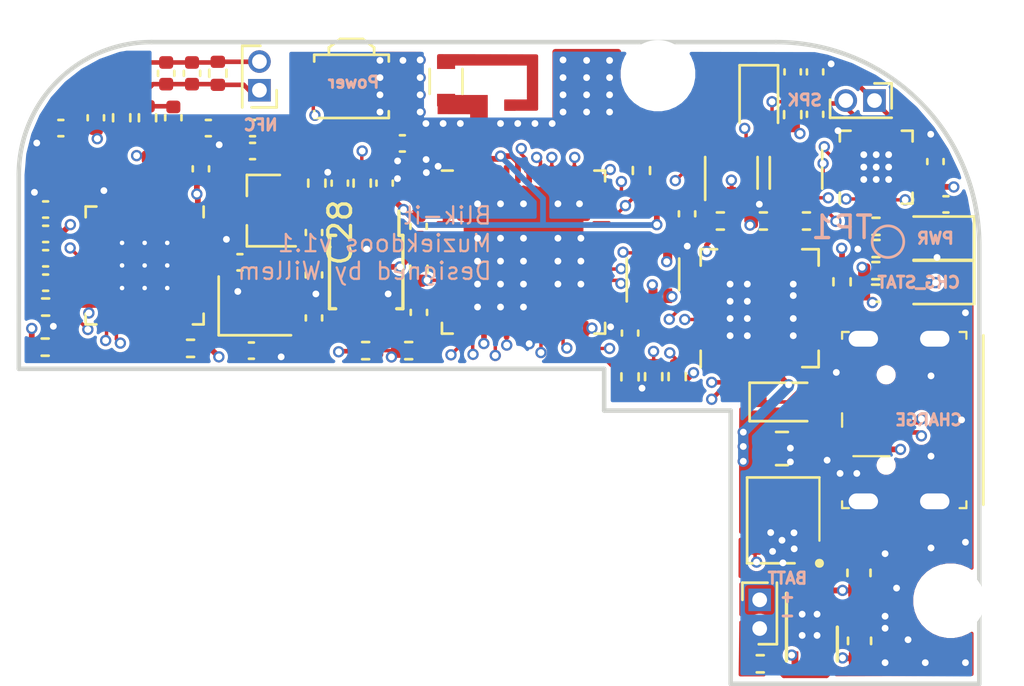
<source format=kicad_pcb>
(kicad_pcb (version 20171130) (host pcbnew "(5.1.9-0-10_14)")

  (general
    (thickness 1.6)
    (drawings 42)
    (tracks 1045)
    (zones 0)
    (modules 87)
    (nets 116)
  )

  (page A4)
  (layers
    (0 F.Cu signal)
    (1 In1.Cu signal)
    (2 In2.Cu signal)
    (31 B.Cu signal)
    (32 B.Adhes user hide)
    (33 F.Adhes user hide)
    (34 B.Paste user hide)
    (35 F.Paste user hide)
    (36 B.SilkS user)
    (37 F.SilkS user hide)
    (38 B.Mask user hide)
    (39 F.Mask user hide)
    (40 Dwgs.User user hide)
    (41 Cmts.User user hide)
    (42 Eco1.User user hide)
    (43 Eco2.User user hide)
    (44 Edge.Cuts user)
    (45 Margin user hide)
    (46 B.CrtYd user hide)
    (47 F.CrtYd user)
    (48 B.Fab user hide)
    (49 F.Fab user hide)
  )

  (setup
    (last_trace_width 0.1524)
    (user_trace_width 0.1524)
    (user_trace_width 0.2032)
    (trace_clearance 0.1524)
    (zone_clearance 0.1524)
    (zone_45_only no)
    (trace_min 0.14986)
    (via_size 0.5)
    (via_drill 0.3)
    (via_min_size 0.4)
    (via_min_drill 0.3)
    (user_via 0.5 0.3)
    (uvia_size 0.3)
    (uvia_drill 0.1)
    (uvias_allowed no)
    (uvia_min_size 0.2)
    (uvia_min_drill 0.1)
    (edge_width 0.05)
    (segment_width 0.2)
    (pcb_text_width 0.3)
    (pcb_text_size 1.5 1.5)
    (mod_edge_width 0.12)
    (mod_text_size 1 1)
    (mod_text_width 0.15)
    (pad_size 1 1)
    (pad_drill 0)
    (pad_to_mask_clearance 0)
    (aux_axis_origin 0 0)
    (visible_elements FFFFFF7F)
    (pcbplotparams
      (layerselection 0x010fc_ffffffff)
      (usegerberextensions false)
      (usegerberattributes true)
      (usegerberadvancedattributes true)
      (creategerberjobfile true)
      (excludeedgelayer true)
      (linewidth 0.100000)
      (plotframeref false)
      (viasonmask false)
      (mode 1)
      (useauxorigin false)
      (hpglpennumber 1)
      (hpglpenspeed 20)
      (hpglpendiameter 15.000000)
      (psnegative false)
      (psa4output false)
      (plotreference true)
      (plotvalue false)
      (plotinvisibletext false)
      (padsonsilk false)
      (subtractmaskfromsilk true)
      (outputformat 1)
      (mirror false)
      (drillshape 0)
      (scaleselection 1)
      (outputdirectory "OUTPUT"))
  )

  (net 0 "")
  (net 1 GND)
  (net 2 VBUS)
  (net 3 /CPU/ADC1_IN2)
  (net 4 +BATT)
  (net 5 /Power/PSU_BTN_RAW)
  (net 6 +3V3)
  (net 7 "Net-(C6-Pad2)")
  (net 8 "Net-(C7-Pad1)")
  (net 9 "Net-(C15-Pad1)")
  (net 10 "Net-(C16-Pad1)")
  (net 11 "Net-(C17-Pad2)")
  (net 12 "Net-(C20-Pad2)")
  (net 13 /I2S_DAC_AMP/SPK_OUT-)
  (net 14 /I2S_DAC_AMP/SPKOUT+)
  (net 15 /Power/CHG_STAT_LED)
  (net 16 /Power/CHG_5V_LED)
  (net 17 /Power/PSU_EN)
  (net 18 "Net-(L2-Pad2)")
  (net 19 /CPU/MEAS_EN)
  (net 20 /CPU/BTN_PWR)
  (net 21 /CPU/PW_HOLD)
  (net 22 /Power/PSU_EN_BUF)
  (net 23 /Power/CHG_PROG)
  (net 24 "Net-(R17-Pad1)")
  (net 25 "Net-(R18-Pad2)")
  (net 26 "Net-(R19-Pad2)")
  (net 27 /I2S_DAC_AMP/GAIN)
  (net 28 /I2S_DAC_AMP/I2S_SD_MODE)
  (net 29 /CPU/DAC_BCLK)
  (net 30 /CPU/DAC_LRCK)
  (net 31 /CPU/NFC_SPI_MOSI)
  (net 32 /CPU/NFC_SPI_SCK)
  (net 33 /CPU/NFC_SPI_CS)
  (net 34 /CPU/DAC_DATA)
  (net 35 "Net-(U3-Pad28)")
  (net 36 "Net-(U3-Pad27)")
  (net 37 "Net-(U3-Pad26)")
  (net 38 "Net-(U3-Pad25)")
  (net 39 "Net-(U3-Pad24)")
  (net 40 "Net-(U3-Pad23)")
  (net 41 "Net-(U3-Pad11)")
  (net 42 "Net-(U3-Pad10)")
  (net 43 "Net-(U3-Pad7)")
  (net 44 "Net-(U3-Pad4)")
  (net 45 "Net-(U3-Pad3)")
  (net 46 "Net-(L1-Pad2)")
  (net 47 "Net-(C23-Pad2)")
  (net 48 "Net-(R12-Pad2)")
  (net 49 "Net-(R15-Pad1)")
  (net 50 "Net-(U1-Pad7)")
  (net 51 /CPU/HALL_OUT)
  (net 52 /CPU/VDD_SDIO)
  (net 53 /CPU/ESP_RST)
  (net 54 /CPU/ESP_GPIO0)
  (net 55 /CPU/ESP_GPIO2)
  (net 56 /CPU/ESP_GPIO15)
  (net 57 /NFC/NFC_TX)
  (net 58 "Net-(U4-Pad48)")
  (net 59 "Net-(U4-Pad47)")
  (net 60 "Net-(U4-Pad45)")
  (net 61 "Net-(U4-Pad44)")
  (net 62 "Net-(U4-Pad39)")
  (net 63 "Net-(U4-Pad10)")
  (net 64 "Net-(U4-Pad8)")
  (net 65 "Net-(U4-Pad7)")
  (net 66 "Net-(U4-Pad6)")
  (net 67 "Net-(U10-Pad27)")
  (net 68 "Net-(U10-Pad23)")
  (net 69 "Net-(U10-Pad22)")
  (net 70 "Net-(U10-Pad21)")
  (net 71 "Net-(U10-Pad20)")
  (net 72 "Net-(U10-Pad19)")
  (net 73 "Net-(U10-Pad18)")
  (net 74 "Net-(U10-Pad17)")
  (net 75 "Net-(U10-Pad16)")
  (net 76 "Net-(U10-Pad15)")
  (net 77 "Net-(U10-Pad14)")
  (net 78 "Net-(U10-Pad13)")
  (net 79 "Net-(U10-Pad12)")
  (net 80 "Net-(U10-Pad11)")
  (net 81 "Net-(U10-Pad10)")
  (net 82 "Net-(U10-Pad2)")
  (net 83 "Net-(U10-Pad1)")
  (net 84 /programmer/CP_DTR)
  (net 85 /programmer/CP_RTS)
  (net 86 /CPU/ESP_TX)
  (net 87 /CPU/ESP_RX)
  (net 88 /CPU/WIFI_ANT)
  (net 89 /CPU/ESP_LNA_IN)
  (net 90 /programmer/CP_RST)
  (net 91 /CPU/A2)
  (net 92 /Power/MCP_STAT)
  (net 93 /Power/USB_D-)
  (net 94 /Power/USB_D+)
  (net 95 "Net-(U2-Pad2)")
  (net 96 /Power/Lx_L1)
  (net 97 /NFC/IRQ_IN)
  (net 98 "Net-(D4-Pad1)")
  (net 99 "Net-(U4-Pad33)")
  (net 100 "Net-(U4-Pad32)")
  (net 101 "Net-(U4-Pad31)")
  (net 102 "Net-(U4-Pad30)")
  (net 103 "Net-(U4-Pad27)")
  (net 104 "Net-(U4-Pad25)")
  (net 105 "Net-(U6-Pad7)")
  (net 106 "Net-(U6-Pad6)")
  (net 107 "Net-(U4-Pad11)")
  (net 108 "Net-(U4-Pad5)")
  (net 109 /CPU/ADS_SCL)
  (net 110 /CPU/ADS_SDA)
  (net 111 /CPU/ADS_RDY)
  (net 112 "Net-(U4-Pad24)")
  (net 113 /CPU/NFC_SPI_MISO)
  (net 114 /Power/BATT_MEAS)
  (net 115 "Net-(U4-Pad18)")

  (net_class Default "This is the default net class."
    (clearance 0.1524)
    (trace_width 0.1524)
    (via_dia 0.5)
    (via_drill 0.3)
    (uvia_dia 0.3)
    (uvia_drill 0.1)
    (add_net +3V3)
    (add_net +BATT)
    (add_net /CPU/A2)
    (add_net /CPU/ADC1_IN2)
    (add_net /CPU/ADS_RDY)
    (add_net /CPU/ADS_SCL)
    (add_net /CPU/ADS_SDA)
    (add_net /CPU/BTN_PWR)
    (add_net /CPU/DAC_BCLK)
    (add_net /CPU/DAC_DATA)
    (add_net /CPU/DAC_LRCK)
    (add_net /CPU/ESP_GPIO0)
    (add_net /CPU/ESP_GPIO15)
    (add_net /CPU/ESP_GPIO2)
    (add_net /CPU/ESP_LNA_IN)
    (add_net /CPU/ESP_RST)
    (add_net /CPU/ESP_RX)
    (add_net /CPU/ESP_TX)
    (add_net /CPU/HALL_OUT)
    (add_net /CPU/MEAS_EN)
    (add_net /CPU/NFC_SPI_CS)
    (add_net /CPU/NFC_SPI_MISO)
    (add_net /CPU/NFC_SPI_MOSI)
    (add_net /CPU/NFC_SPI_SCK)
    (add_net /CPU/PW_HOLD)
    (add_net /CPU/VDD_SDIO)
    (add_net /CPU/WIFI_ANT)
    (add_net /I2S_DAC_AMP/GAIN)
    (add_net /I2S_DAC_AMP/I2S_SD_MODE)
    (add_net /I2S_DAC_AMP/SPKOUT+)
    (add_net /I2S_DAC_AMP/SPK_OUT-)
    (add_net /NFC/IRQ_IN)
    (add_net /NFC/NFC_TX)
    (add_net /Power/BATT_MEAS)
    (add_net /Power/CHG_5V_LED)
    (add_net /Power/CHG_PROG)
    (add_net /Power/CHG_STAT_LED)
    (add_net /Power/Lx_L1)
    (add_net /Power/MCP_STAT)
    (add_net /Power/PSU_BTN_RAW)
    (add_net /Power/PSU_EN)
    (add_net /Power/PSU_EN_BUF)
    (add_net /Power/USB_D+)
    (add_net /Power/USB_D-)
    (add_net /programmer/CP_DTR)
    (add_net /programmer/CP_RST)
    (add_net /programmer/CP_RTS)
    (add_net GND)
    (add_net "Net-(C15-Pad1)")
    (add_net "Net-(C16-Pad1)")
    (add_net "Net-(C17-Pad2)")
    (add_net "Net-(C20-Pad2)")
    (add_net "Net-(C23-Pad2)")
    (add_net "Net-(C6-Pad2)")
    (add_net "Net-(C7-Pad1)")
    (add_net "Net-(D4-Pad1)")
    (add_net "Net-(L1-Pad2)")
    (add_net "Net-(L2-Pad2)")
    (add_net "Net-(R12-Pad2)")
    (add_net "Net-(R15-Pad1)")
    (add_net "Net-(R17-Pad1)")
    (add_net "Net-(R18-Pad2)")
    (add_net "Net-(R19-Pad2)")
    (add_net "Net-(U1-Pad7)")
    (add_net "Net-(U10-Pad1)")
    (add_net "Net-(U10-Pad10)")
    (add_net "Net-(U10-Pad11)")
    (add_net "Net-(U10-Pad12)")
    (add_net "Net-(U10-Pad13)")
    (add_net "Net-(U10-Pad14)")
    (add_net "Net-(U10-Pad15)")
    (add_net "Net-(U10-Pad16)")
    (add_net "Net-(U10-Pad17)")
    (add_net "Net-(U10-Pad18)")
    (add_net "Net-(U10-Pad19)")
    (add_net "Net-(U10-Pad2)")
    (add_net "Net-(U10-Pad20)")
    (add_net "Net-(U10-Pad21)")
    (add_net "Net-(U10-Pad22)")
    (add_net "Net-(U10-Pad23)")
    (add_net "Net-(U10-Pad27)")
    (add_net "Net-(U2-Pad2)")
    (add_net "Net-(U3-Pad10)")
    (add_net "Net-(U3-Pad11)")
    (add_net "Net-(U3-Pad23)")
    (add_net "Net-(U3-Pad24)")
    (add_net "Net-(U3-Pad25)")
    (add_net "Net-(U3-Pad26)")
    (add_net "Net-(U3-Pad27)")
    (add_net "Net-(U3-Pad28)")
    (add_net "Net-(U3-Pad3)")
    (add_net "Net-(U3-Pad4)")
    (add_net "Net-(U3-Pad7)")
    (add_net "Net-(U4-Pad10)")
    (add_net "Net-(U4-Pad11)")
    (add_net "Net-(U4-Pad18)")
    (add_net "Net-(U4-Pad24)")
    (add_net "Net-(U4-Pad25)")
    (add_net "Net-(U4-Pad27)")
    (add_net "Net-(U4-Pad30)")
    (add_net "Net-(U4-Pad31)")
    (add_net "Net-(U4-Pad32)")
    (add_net "Net-(U4-Pad33)")
    (add_net "Net-(U4-Pad39)")
    (add_net "Net-(U4-Pad44)")
    (add_net "Net-(U4-Pad45)")
    (add_net "Net-(U4-Pad47)")
    (add_net "Net-(U4-Pad48)")
    (add_net "Net-(U4-Pad5)")
    (add_net "Net-(U4-Pad6)")
    (add_net "Net-(U4-Pad7)")
    (add_net "Net-(U4-Pad8)")
    (add_net "Net-(U6-Pad6)")
    (add_net "Net-(U6-Pad7)")
    (add_net VBUS)
  )

  (module TestPoint:TestPoint_Pad_D1.0mm (layer B.Cu) (tedit 5A0F774F) (tstamp 617DCA39)
    (at 79.629 72.7964)
    (descr "SMD pad as test Point, diameter 1.0mm")
    (tags "test point SMD pad")
    (path /613CB1D0/61968CDA)
    (attr virtual)
    (fp_text reference TP1 (at -2.032 -0.635) (layer B.SilkS)
      (effects (font (size 1 1) (thickness 0.15)) (justify mirror))
    )
    (fp_text value TestPoint (at 0 -1.55) (layer B.Fab)
      (effects (font (size 1 1) (thickness 0.15)) (justify mirror))
    )
    (fp_circle (center 0 0) (end 0 -0.7) (layer B.SilkS) (width 0.12))
    (fp_circle (center 0 0) (end 1 0) (layer B.CrtYd) (width 0.05))
    (fp_text user %R (at 0 1.45) (layer B.Fab)
      (effects (font (size 1 1) (thickness 0.15)) (justify mirror))
    )
    (pad 1 smd circle (at 0 0) (size 1 1) (layers B.Cu B.Mask)
      (net 2 VBUS))
  )

  (module Resistor_SMD:R_0402_1005Metric (layer F.Cu) (tedit 5F68FEEE) (tstamp 617D2A81)
    (at 58.42 77.6224)
    (descr "Resistor SMD 0402 (1005 Metric), square (rectangular) end terminal, IPC_7351 nominal, (Body size source: IPC-SM-782 page 72, https://www.pcb-3d.com/wordpress/wp-content/uploads/ipc-sm-782a_amendment_1_and_2.pdf), generated with kicad-footprint-generator")
    (tags resistor)
    (path /60FFCEAC/619322F3)
    (attr smd)
    (fp_text reference R16 (at 0 -1.17) (layer F.SilkS) hide
      (effects (font (size 1 1) (thickness 0.15)))
    )
    (fp_text value 10K (at 0 1.17) (layer F.Fab) hide
      (effects (font (size 1 1) (thickness 0.15)))
    )
    (fp_line (start 0.93 0.47) (end -0.93 0.47) (layer F.CrtYd) (width 0.05))
    (fp_line (start 0.93 -0.47) (end 0.93 0.47) (layer F.CrtYd) (width 0.05))
    (fp_line (start -0.93 -0.47) (end 0.93 -0.47) (layer F.CrtYd) (width 0.05))
    (fp_line (start -0.93 0.47) (end -0.93 -0.47) (layer F.CrtYd) (width 0.05))
    (fp_line (start -0.153641 0.38) (end 0.153641 0.38) (layer F.SilkS) (width 0.12))
    (fp_line (start -0.153641 -0.38) (end 0.153641 -0.38) (layer F.SilkS) (width 0.12))
    (fp_line (start 0.525 0.27) (end -0.525 0.27) (layer F.Fab) (width 0.1))
    (fp_line (start 0.525 -0.27) (end 0.525 0.27) (layer F.Fab) (width 0.1))
    (fp_line (start -0.525 -0.27) (end 0.525 -0.27) (layer F.Fab) (width 0.1))
    (fp_line (start -0.525 0.27) (end -0.525 -0.27) (layer F.Fab) (width 0.1))
    (fp_text user %R (at 0 0) (layer F.Fab)
      (effects (font (size 0.26 0.26) (thickness 0.04)))
    )
    (pad 2 smd roundrect (at 0.51 0) (size 0.54 0.64) (layers F.Cu F.Paste F.Mask) (roundrect_rratio 0.25)
      (net 109 /CPU/ADS_SCL))
    (pad 1 smd roundrect (at -0.51 0) (size 0.54 0.64) (layers F.Cu F.Paste F.Mask) (roundrect_rratio 0.25)
      (net 6 +3V3))
    (model ${KISYS3DMOD}/Resistor_SMD.3dshapes/R_0402_1005Metric.wrl
      (at (xyz 0 0 0))
      (scale (xyz 1 1 1))
      (rotate (xyz 0 0 0))
    )
  )

  (module Resistor_SMD:R_0402_1005Metric (layer F.Cu) (tedit 5F68FEEE) (tstamp 617D2A30)
    (at 56.515 77.6224 180)
    (descr "Resistor SMD 0402 (1005 Metric), square (rectangular) end terminal, IPC_7351 nominal, (Body size source: IPC-SM-782 page 72, https://www.pcb-3d.com/wordpress/wp-content/uploads/ipc-sm-782a_amendment_1_and_2.pdf), generated with kicad-footprint-generator")
    (tags resistor)
    (path /60FFCEAC/61931672)
    (attr smd)
    (fp_text reference R13 (at 0 -1.17) (layer F.SilkS) hide
      (effects (font (size 1 1) (thickness 0.15)))
    )
    (fp_text value 10K (at 0 1.17) (layer F.Fab) hide
      (effects (font (size 1 1) (thickness 0.15)))
    )
    (fp_line (start 0.93 0.47) (end -0.93 0.47) (layer F.CrtYd) (width 0.05))
    (fp_line (start 0.93 -0.47) (end 0.93 0.47) (layer F.CrtYd) (width 0.05))
    (fp_line (start -0.93 -0.47) (end 0.93 -0.47) (layer F.CrtYd) (width 0.05))
    (fp_line (start -0.93 0.47) (end -0.93 -0.47) (layer F.CrtYd) (width 0.05))
    (fp_line (start -0.153641 0.38) (end 0.153641 0.38) (layer F.SilkS) (width 0.12))
    (fp_line (start -0.153641 -0.38) (end 0.153641 -0.38) (layer F.SilkS) (width 0.12))
    (fp_line (start 0.525 0.27) (end -0.525 0.27) (layer F.Fab) (width 0.1))
    (fp_line (start 0.525 -0.27) (end 0.525 0.27) (layer F.Fab) (width 0.1))
    (fp_line (start -0.525 -0.27) (end 0.525 -0.27) (layer F.Fab) (width 0.1))
    (fp_line (start -0.525 0.27) (end -0.525 -0.27) (layer F.Fab) (width 0.1))
    (fp_text user %R (at 0 0) (layer F.Fab)
      (effects (font (size 0.26 0.26) (thickness 0.04)))
    )
    (pad 2 smd roundrect (at 0.51 0 180) (size 0.54 0.64) (layers F.Cu F.Paste F.Mask) (roundrect_rratio 0.25)
      (net 110 /CPU/ADS_SDA))
    (pad 1 smd roundrect (at -0.51 0 180) (size 0.54 0.64) (layers F.Cu F.Paste F.Mask) (roundrect_rratio 0.25)
      (net 6 +3V3))
    (model ${KISYS3DMOD}/Resistor_SMD.3dshapes/R_0402_1005Metric.wrl
      (at (xyz 0 0 0))
      (scale (xyz 1 1 1))
      (rotate (xyz 0 0 0))
    )
  )

  (module Capacitor_SMD:C_0402_1005Metric (layer F.Cu) (tedit 5F68FEEE) (tstamp 617C7BA4)
    (at 54.229 72.39 270)
    (descr "Capacitor SMD 0402 (1005 Metric), square (rectangular) end terminal, IPC_7351 nominal, (Body size source: IPC-SM-782 page 76, https://www.pcb-3d.com/wordpress/wp-content/uploads/ipc-sm-782a_amendment_1_and_2.pdf), generated with kicad-footprint-generator")
    (tags capacitor)
    (path /60FFCEAC/61908650)
    (attr smd)
    (fp_text reference C28 (at 0 -1.16 90) (layer F.SilkS)
      (effects (font (size 1 1) (thickness 0.15)))
    )
    (fp_text value 100nF (at 0 1.16 90) (layer F.Fab)
      (effects (font (size 1 1) (thickness 0.15)))
    )
    (fp_line (start 0.91 0.46) (end -0.91 0.46) (layer F.CrtYd) (width 0.05))
    (fp_line (start 0.91 -0.46) (end 0.91 0.46) (layer F.CrtYd) (width 0.05))
    (fp_line (start -0.91 -0.46) (end 0.91 -0.46) (layer F.CrtYd) (width 0.05))
    (fp_line (start -0.91 0.46) (end -0.91 -0.46) (layer F.CrtYd) (width 0.05))
    (fp_line (start -0.107836 0.36) (end 0.107836 0.36) (layer F.SilkS) (width 0.12))
    (fp_line (start -0.107836 -0.36) (end 0.107836 -0.36) (layer F.SilkS) (width 0.12))
    (fp_line (start 0.5 0.25) (end -0.5 0.25) (layer F.Fab) (width 0.1))
    (fp_line (start 0.5 -0.25) (end 0.5 0.25) (layer F.Fab) (width 0.1))
    (fp_line (start -0.5 -0.25) (end 0.5 -0.25) (layer F.Fab) (width 0.1))
    (fp_line (start -0.5 0.25) (end -0.5 -0.25) (layer F.Fab) (width 0.1))
    (fp_text user %R (at 0 0 90) (layer F.Fab)
      (effects (font (size 0.25 0.25) (thickness 0.04)))
    )
    (pad 2 smd roundrect (at 0.48 0 270) (size 0.56 0.62) (layers F.Cu F.Paste F.Mask) (roundrect_rratio 0.25)
      (net 1 GND))
    (pad 1 smd roundrect (at -0.48 0 270) (size 0.56 0.62) (layers F.Cu F.Paste F.Mask) (roundrect_rratio 0.25)
      (net 51 /CPU/HALL_OUT))
    (model ${KISYS3DMOD}/Capacitor_SMD.3dshapes/C_0402_1005Metric.wrl
      (at (xyz 0 0 0))
      (scale (xyz 1 1 1))
      (rotate (xyz 0 0 0))
    )
  )

  (module Capacitor_SMD:C_0402_1005Metric (layer F.Cu) (tedit 5F68FEEE) (tstamp 617AD006)
    (at 54.229 74.2696 270)
    (descr "Capacitor SMD 0402 (1005 Metric), square (rectangular) end terminal, IPC_7351 nominal, (Body size source: IPC-SM-782 page 76, https://www.pcb-3d.com/wordpress/wp-content/uploads/ipc-sm-782a_amendment_1_and_2.pdf), generated with kicad-footprint-generator")
    (tags capacitor)
    (path /60FFCEAC/61885C4A)
    (attr smd)
    (fp_text reference C22 (at 0 -1.16 90) (layer F.SilkS) hide
      (effects (font (size 1 1) (thickness 0.15)))
    )
    (fp_text value 100nF (at 0 1.16 90) (layer F.Fab) hide
      (effects (font (size 1 1) (thickness 0.15)))
    )
    (fp_line (start 0.91 0.46) (end -0.91 0.46) (layer F.CrtYd) (width 0.05))
    (fp_line (start 0.91 -0.46) (end 0.91 0.46) (layer F.CrtYd) (width 0.05))
    (fp_line (start -0.91 -0.46) (end 0.91 -0.46) (layer F.CrtYd) (width 0.05))
    (fp_line (start -0.91 0.46) (end -0.91 -0.46) (layer F.CrtYd) (width 0.05))
    (fp_line (start -0.107836 0.36) (end 0.107836 0.36) (layer F.SilkS) (width 0.12))
    (fp_line (start -0.107836 -0.36) (end 0.107836 -0.36) (layer F.SilkS) (width 0.12))
    (fp_line (start 0.5 0.25) (end -0.5 0.25) (layer F.Fab) (width 0.1))
    (fp_line (start 0.5 -0.25) (end 0.5 0.25) (layer F.Fab) (width 0.1))
    (fp_line (start -0.5 -0.25) (end 0.5 -0.25) (layer F.Fab) (width 0.1))
    (fp_line (start -0.5 0.25) (end -0.5 -0.25) (layer F.Fab) (width 0.1))
    (fp_text user %R (at 0 0 90) (layer F.Fab)
      (effects (font (size 0.25 0.25) (thickness 0.04)))
    )
    (pad 2 smd roundrect (at 0.48 0 270) (size 0.56 0.62) (layers F.Cu F.Paste F.Mask) (roundrect_rratio 0.25)
      (net 1 GND))
    (pad 1 smd roundrect (at -0.48 0 270) (size 0.56 0.62) (layers F.Cu F.Paste F.Mask) (roundrect_rratio 0.25)
      (net 6 +3V3))
    (model ${KISYS3DMOD}/Capacitor_SMD.3dshapes/C_0402_1005Metric.wrl
      (at (xyz 0 0 0))
      (scale (xyz 1 1 1))
      (rotate (xyz 0 0 0))
    )
  )

  (module Capacitor_SMD:C_0402_1005Metric (layer F.Cu) (tedit 5F68FEEE) (tstamp 6177F115)
    (at 54.229 76.1746 90)
    (descr "Capacitor SMD 0402 (1005 Metric), square (rectangular) end terminal, IPC_7351 nominal, (Body size source: IPC-SM-782 page 76, https://www.pcb-3d.com/wordpress/wp-content/uploads/ipc-sm-782a_amendment_1_and_2.pdf), generated with kicad-footprint-generator")
    (tags capacitor)
    (path /60FFCEAC/617A1EF2)
    (attr smd)
    (fp_text reference C18 (at 0 -1.16 90) (layer F.SilkS) hide
      (effects (font (size 1 1) (thickness 0.15)))
    )
    (fp_text value 100nF (at 0 1.16 90) (layer F.Fab) hide
      (effects (font (size 1 1) (thickness 0.15)))
    )
    (fp_line (start 0.91 0.46) (end -0.91 0.46) (layer F.CrtYd) (width 0.05))
    (fp_line (start 0.91 -0.46) (end 0.91 0.46) (layer F.CrtYd) (width 0.05))
    (fp_line (start -0.91 -0.46) (end 0.91 -0.46) (layer F.CrtYd) (width 0.05))
    (fp_line (start -0.91 0.46) (end -0.91 -0.46) (layer F.CrtYd) (width 0.05))
    (fp_line (start -0.107836 0.36) (end 0.107836 0.36) (layer F.SilkS) (width 0.12))
    (fp_line (start -0.107836 -0.36) (end 0.107836 -0.36) (layer F.SilkS) (width 0.12))
    (fp_line (start 0.5 0.25) (end -0.5 0.25) (layer F.Fab) (width 0.1))
    (fp_line (start 0.5 -0.25) (end 0.5 0.25) (layer F.Fab) (width 0.1))
    (fp_line (start -0.5 -0.25) (end 0.5 -0.25) (layer F.Fab) (width 0.1))
    (fp_line (start -0.5 0.25) (end -0.5 -0.25) (layer F.Fab) (width 0.1))
    (fp_text user %R (at 0 0 90) (layer F.Fab)
      (effects (font (size 0.25 0.25) (thickness 0.04)))
    )
    (pad 2 smd roundrect (at 0.48 0 90) (size 0.56 0.62) (layers F.Cu F.Paste F.Mask) (roundrect_rratio 0.25)
      (net 1 GND))
    (pad 1 smd roundrect (at -0.48 0 90) (size 0.56 0.62) (layers F.Cu F.Paste F.Mask) (roundrect_rratio 0.25)
      (net 6 +3V3))
    (model ${KISYS3DMOD}/Capacitor_SMD.3dshapes/C_0402_1005Metric.wrl
      (at (xyz 0 0 0))
      (scale (xyz 1 1 1))
      (rotate (xyz 0 0 0))
    )
  )

  (module Package_SO:TSSOP-10_3x3mm_P0.5mm (layer F.Cu) (tedit 5F3E4A84) (tstamp 6177CF31)
    (at 56.5404 74.1426 270)
    (descr "TSSOP10: plastic thin shrink small outline package; 10 leads; body width 3 mm; (see NXP SSOP-TSSOP-VSO-REFLOW.pdf and sot552-1_po.pdf)")
    (tags "SSOP 0.5")
    (path /60FFCEAC/6177DA48)
    (attr smd)
    (fp_text reference U6 (at 0 -2.55 90) (layer F.SilkS) hide
      (effects (font (size 1 1) (thickness 0.15)))
    )
    (fp_text value ADS1114IDGS (at 0 2.55 90) (layer F.Fab) hide
      (effects (font (size 1 1) (thickness 0.15)))
    )
    (fp_line (start -0.5 -1.5) (end 1.5 -1.5) (layer F.Fab) (width 0.1))
    (fp_line (start 1.5 -1.5) (end 1.5 1.5) (layer F.Fab) (width 0.1))
    (fp_line (start 1.5 1.5) (end -1.5 1.5) (layer F.Fab) (width 0.1))
    (fp_line (start -1.5 1.5) (end -1.5 -0.5) (layer F.Fab) (width 0.1))
    (fp_line (start -1.5 -0.5) (end -0.5 -1.5) (layer F.Fab) (width 0.1))
    (fp_line (start -2.95 -1.8) (end -2.95 1.8) (layer F.CrtYd) (width 0.05))
    (fp_line (start 2.95 -1.8) (end 2.95 1.8) (layer F.CrtYd) (width 0.05))
    (fp_line (start -2.95 -1.8) (end 2.95 -1.8) (layer F.CrtYd) (width 0.05))
    (fp_line (start -2.95 1.8) (end 2.95 1.8) (layer F.CrtYd) (width 0.05))
    (fp_line (start -1.625 -1.625) (end -1.625 -1.45) (layer F.SilkS) (width 0.15))
    (fp_line (start 1.625 -1.625) (end 1.625 -1.35) (layer F.SilkS) (width 0.15))
    (fp_line (start 1.625 1.625) (end 1.625 1.35) (layer F.SilkS) (width 0.15))
    (fp_line (start -1.625 1.625) (end -1.625 1.35) (layer F.SilkS) (width 0.15))
    (fp_line (start -1.625 -1.625) (end 1.625 -1.625) (layer F.SilkS) (width 0.15))
    (fp_line (start -1.625 1.625) (end 1.625 1.625) (layer F.SilkS) (width 0.15))
    (fp_line (start -1.625 -1.45) (end -2.7 -1.45) (layer F.SilkS) (width 0.15))
    (fp_text user %R (at 0 0 90) (layer F.Fab)
      (effects (font (size 0.6 0.6) (thickness 0.1)))
    )
    (pad 10 smd rect (at 2.15 -1 270) (size 1.1 0.25) (layers F.Cu F.Paste F.Mask)
      (net 109 /CPU/ADS_SCL))
    (pad 9 smd rect (at 2.15 -0.5 270) (size 1.1 0.25) (layers F.Cu F.Paste F.Mask)
      (net 110 /CPU/ADS_SDA))
    (pad 8 smd rect (at 2.15 0 270) (size 1.1 0.25) (layers F.Cu F.Paste F.Mask)
      (net 6 +3V3))
    (pad 7 smd rect (at 2.15 0.5 270) (size 1.1 0.25) (layers F.Cu F.Paste F.Mask)
      (net 105 "Net-(U6-Pad7)"))
    (pad 6 smd rect (at 2.15 1 270) (size 1.1 0.25) (layers F.Cu F.Paste F.Mask)
      (net 106 "Net-(U6-Pad6)"))
    (pad 5 smd rect (at -2.15 1 270) (size 1.1 0.25) (layers F.Cu F.Paste F.Mask)
      (net 3 /CPU/ADC1_IN2))
    (pad 4 smd rect (at -2.15 0.5 270) (size 1.1 0.25) (layers F.Cu F.Paste F.Mask)
      (net 51 /CPU/HALL_OUT))
    (pad 3 smd rect (at -2.15 0 270) (size 1.1 0.25) (layers F.Cu F.Paste F.Mask)
      (net 1 GND))
    (pad 2 smd rect (at -2.15 -0.5 270) (size 1.1 0.25) (layers F.Cu F.Paste F.Mask)
      (net 111 /CPU/ADS_RDY))
    (pad 1 smd rect (at -2.15 -1 270) (size 1.1 0.25) (layers F.Cu F.Paste F.Mask)
      (net 1 GND))
    (model ${KISYS3DMOD}/Package_SO.3dshapes/TSSOP-10_3x3mm_P0.5mm.wrl
      (at (xyz 0 0 0))
      (scale (xyz 1 1 1))
      (rotate (xyz 0 0 0))
    )
  )

  (module Capacitor_SMD:C_0402_1005Metric (layer F.Cu) (tedit 5F68FEEE) (tstamp 61773FE5)
    (at 68.21678 76.84516 270)
    (descr "Capacitor SMD 0402 (1005 Metric), square (rectangular) end terminal, IPC_7351 nominal, (Body size source: IPC-SM-782 page 76, https://www.pcb-3d.com/wordpress/wp-content/uploads/ipc-sm-782a_amendment_1_and_2.pdf), generated with kicad-footprint-generator")
    (tags capacitor)
    (path /60FFCEAC/617860CD)
    (attr smd)
    (fp_text reference C11 (at 0 -1.16 90) (layer F.SilkS) hide
      (effects (font (size 1 1) (thickness 0.15)))
    )
    (fp_text value 100nF (at 0 1.16 90) (layer F.Fab) hide
      (effects (font (size 1 1) (thickness 0.15)))
    )
    (fp_line (start 0.91 0.46) (end -0.91 0.46) (layer F.CrtYd) (width 0.05))
    (fp_line (start 0.91 -0.46) (end 0.91 0.46) (layer F.CrtYd) (width 0.05))
    (fp_line (start -0.91 -0.46) (end 0.91 -0.46) (layer F.CrtYd) (width 0.05))
    (fp_line (start -0.91 0.46) (end -0.91 -0.46) (layer F.CrtYd) (width 0.05))
    (fp_line (start -0.107836 0.36) (end 0.107836 0.36) (layer F.SilkS) (width 0.12))
    (fp_line (start -0.107836 -0.36) (end 0.107836 -0.36) (layer F.SilkS) (width 0.12))
    (fp_line (start 0.5 0.25) (end -0.5 0.25) (layer F.Fab) (width 0.1))
    (fp_line (start 0.5 -0.25) (end 0.5 0.25) (layer F.Fab) (width 0.1))
    (fp_line (start -0.5 -0.25) (end 0.5 -0.25) (layer F.Fab) (width 0.1))
    (fp_line (start -0.5 0.25) (end -0.5 -0.25) (layer F.Fab) (width 0.1))
    (fp_text user %R (at 0 0 90) (layer F.Fab)
      (effects (font (size 0.25 0.25) (thickness 0.04)))
    )
    (pad 2 smd roundrect (at 0.48 0 270) (size 0.56 0.62) (layers F.Cu F.Paste F.Mask) (roundrect_rratio 0.25)
      (net 1 GND))
    (pad 1 smd roundrect (at -0.48 0 270) (size 0.56 0.62) (layers F.Cu F.Paste F.Mask) (roundrect_rratio 0.25)
      (net 52 /CPU/VDD_SDIO))
    (model ${KISYS3DMOD}/Capacitor_SMD.3dshapes/C_0402_1005Metric.wrl
      (at (xyz 0 0 0))
      (scale (xyz 1 1 1))
      (rotate (xyz 0 0 0))
    )
  )

  (module Diode_SMD:D_SOD-323 (layer F.Cu) (tedit 58641739) (tstamp 616D1F32)
    (at 75.0062 79.8957)
    (descr SOD-323)
    (tags SOD-323)
    (path /613CB1D0/616BED7E)
    (attr smd)
    (fp_text reference D4 (at 0 -1.85) (layer F.SilkS) hide
      (effects (font (size 1 1) (thickness 0.15)))
    )
    (fp_text value PMEG4005 (at 0.1 1.9) (layer F.Fab) hide
      (effects (font (size 1 1) (thickness 0.15)))
    )
    (fp_line (start -1.5 -0.85) (end -1.5 0.85) (layer F.SilkS) (width 0.12))
    (fp_line (start 0.2 0) (end 0.45 0) (layer F.Fab) (width 0.1))
    (fp_line (start 0.2 0.35) (end -0.3 0) (layer F.Fab) (width 0.1))
    (fp_line (start 0.2 -0.35) (end 0.2 0.35) (layer F.Fab) (width 0.1))
    (fp_line (start -0.3 0) (end 0.2 -0.35) (layer F.Fab) (width 0.1))
    (fp_line (start -0.3 0) (end -0.5 0) (layer F.Fab) (width 0.1))
    (fp_line (start -0.3 -0.35) (end -0.3 0.35) (layer F.Fab) (width 0.1))
    (fp_line (start -0.9 0.7) (end -0.9 -0.7) (layer F.Fab) (width 0.1))
    (fp_line (start 0.9 0.7) (end -0.9 0.7) (layer F.Fab) (width 0.1))
    (fp_line (start 0.9 -0.7) (end 0.9 0.7) (layer F.Fab) (width 0.1))
    (fp_line (start -0.9 -0.7) (end 0.9 -0.7) (layer F.Fab) (width 0.1))
    (fp_line (start -1.6 -0.95) (end 1.6 -0.95) (layer F.CrtYd) (width 0.05))
    (fp_line (start 1.6 -0.95) (end 1.6 0.95) (layer F.CrtYd) (width 0.05))
    (fp_line (start -1.6 0.95) (end 1.6 0.95) (layer F.CrtYd) (width 0.05))
    (fp_line (start -1.6 -0.95) (end -1.6 0.95) (layer F.CrtYd) (width 0.05))
    (fp_line (start -1.5 0.85) (end 1.05 0.85) (layer F.SilkS) (width 0.12))
    (fp_line (start -1.5 -0.85) (end 1.05 -0.85) (layer F.SilkS) (width 0.12))
    (fp_text user %R (at 0 -1.85) (layer F.Fab)
      (effects (font (size 1 1) (thickness 0.15)))
    )
    (pad 2 smd rect (at 1.05 0) (size 0.6 0.45) (layers F.Cu F.Paste F.Mask)
      (net 2 VBUS))
    (pad 1 smd rect (at -1.05 0) (size 0.6 0.45) (layers F.Cu F.Paste F.Mask)
      (net 98 "Net-(D4-Pad1)"))
    (model ${KISYS3DMOD}/Diode_SMD.3dshapes/D_SOD-323.wrl
      (at (xyz 0 0 0))
      (scale (xyz 1 1 1))
      (rotate (xyz 0 0 0))
    )
  )

  (module Capacitor_SMD:C_0805_2012Metric (layer F.Cu) (tedit 5F68FEEE) (tstamp 6177501D)
    (at 74.94 81.9592)
    (descr "Capacitor SMD 0805 (2012 Metric), square (rectangular) end terminal, IPC_7351 nominal, (Body size source: IPC-SM-782 page 76, https://www.pcb-3d.com/wordpress/wp-content/uploads/ipc-sm-782a_amendment_1_and_2.pdf, https://docs.google.com/spreadsheets/d/1BsfQQcO9C6DZCsRaXUlFlo91Tg2WpOkGARC1WS5S8t0/edit?usp=sharing), generated with kicad-footprint-generator")
    (tags capacitor)
    (path /60FE1698/615B2E33)
    (attr smd)
    (fp_text reference C5 (at 0 -1.68) (layer F.SilkS) hide
      (effects (font (size 1 1) (thickness 0.15)))
    )
    (fp_text value 10uF (at 0 1.68) (layer F.Fab) hide
      (effects (font (size 1 1) (thickness 0.15)))
    )
    (fp_line (start 1.7 0.98) (end -1.7 0.98) (layer F.CrtYd) (width 0.05))
    (fp_line (start 1.7 -0.98) (end 1.7 0.98) (layer F.CrtYd) (width 0.05))
    (fp_line (start -1.7 -0.98) (end 1.7 -0.98) (layer F.CrtYd) (width 0.05))
    (fp_line (start -1.7 0.98) (end -1.7 -0.98) (layer F.CrtYd) (width 0.05))
    (fp_line (start -0.261252 0.735) (end 0.261252 0.735) (layer F.SilkS) (width 0.12))
    (fp_line (start -0.261252 -0.735) (end 0.261252 -0.735) (layer F.SilkS) (width 0.12))
    (fp_line (start 1 0.625) (end -1 0.625) (layer F.Fab) (width 0.1))
    (fp_line (start 1 -0.625) (end 1 0.625) (layer F.Fab) (width 0.1))
    (fp_line (start -1 -0.625) (end 1 -0.625) (layer F.Fab) (width 0.1))
    (fp_line (start -1 0.625) (end -1 -0.625) (layer F.Fab) (width 0.1))
    (fp_text user %R (at 0 0) (layer F.Fab)
      (effects (font (size 0.5 0.5) (thickness 0.08)))
    )
    (pad 2 smd roundrect (at 0.95 0) (size 1 1.45) (layers F.Cu F.Paste F.Mask) (roundrect_rratio 0.25)
      (net 1 GND))
    (pad 1 smd roundrect (at -0.95 0) (size 1 1.45) (layers F.Cu F.Paste F.Mask) (roundrect_rratio 0.25)
      (net 6 +3V3))
    (model ${KISYS3DMOD}/Capacitor_SMD.3dshapes/C_0805_2012Metric.wrl
      (at (xyz 0 0 0))
      (scale (xyz 1 1 1))
      (rotate (xyz 0 0 0))
    )
  )

  (module Package_DFN_QFN:USP-9B01 (layer F.Cu) (tedit 614B2C09) (tstamp 61774FCB)
    (at 73.96 83.8592 180)
    (path /60FE1698/6148D543)
    (clearance 0.14986)
    (attr smd)
    (fp_text reference U2 (at 5.195 2.78) (layer F.SilkS) hide
      (effects (font (size 1 1) (thickness 0.15)))
    )
    (fp_text value XCL214B333DR (at 0.03 2.43) (layer F.Fab) hide
      (effects (font (size 0.254 0.254) (thickness 0.0635)))
    )
    (fp_line (start -2.286 -2.88) (end 0.214 -2.88) (layer Dwgs.User) (width 0.01))
    (fp_poly (pts (xy -1.436 -2.68) (xy -0.636 -2.68) (xy -0.636 -3) (xy -0.436 -3)
      (xy -0.436 -2.68) (xy -0.336 -2.68) (xy -0.336 -2.08) (xy -1.736 -2.08)
      (xy -1.736 -2.68) (xy -1.636 -2.68) (xy -1.636 -3) (xy -1.436 -3)) (layer F.Mask) (width 0.01))
    (fp_line (start -2.286 0.32) (end 0.214 0.32) (layer Dwgs.User) (width 0.01))
    (fp_line (start -2.286 -2.88) (end -2.286 0.32) (layer Dwgs.User) (width 0.01))
    (fp_poly (pts (xy -1.461 0.42) (xy -1.636 0.42) (xy -1.636 0.12) (xy -2.086 0.12)
      (xy -2.086 -0.405) (xy -2.386 -0.405) (xy -2.386 -0.605) (xy -1.461 -0.605)) (layer F.Mask) (width 0.01))
    (fp_line (start 0.214 -2.88) (end 0.214 0.32) (layer Dwgs.User) (width 0.01))
    (fp_poly (pts (xy 0.314 -0.405) (xy 0.014 -0.405) (xy 0.014 0.12) (xy -0.436 0.12)
      (xy -0.436 0.42) (xy -0.611 0.42) (xy -0.611 -0.605) (xy 0.314 -0.605)) (layer F.Mask) (width 0.01))
    (fp_line (start -2.636 -2.18) (end -2.636 0.62) (layer F.SilkS) (width 0.1))
    (fp_line (start -2.636 0.62) (end 0.564 0.62) (layer F.SilkS) (width 0.12))
    (fp_line (start 0.564 0.62) (end 0.564 -3.18) (layer F.SilkS) (width 0.12))
    (fp_line (start 0.564 -3.18) (end -1.536 -3.18) (layer F.SilkS) (width 0.12))
    (fp_circle (center -2.636 -3.18) (end -2.536 -3.18) (layer F.SilkS) (width 0.2))
    (fp_line (start 0.864 -3.48) (end -2.936 -3.48) (layer F.CrtYd) (width 0.12))
    (fp_line (start -2.936 -3.48) (end -2.936 0.82) (layer F.CrtYd) (width 0.12))
    (fp_line (start -2.936 0.82) (end 0.864 0.82) (layer F.CrtYd) (width 0.12))
    (fp_line (start 0.864 0.82) (end 0.864 -3.48) (layer F.CrtYd) (width 0.12))
    (fp_poly (pts (xy -0.436 -2.19) (xy -0.816 -2.19) (xy -0.816 -2.59) (xy -0.436 -2.59)) (layer F.Paste) (width 0.01))
    (fp_poly (pts (xy -1.286 -2.19) (xy -1.666 -2.19) (xy -1.666 -2.59) (xy -1.286 -2.59)) (layer F.Paste) (width 0.01))
    (fp_poly (pts (xy -0.086 -0.37) (xy -0.406 -0.37) (xy -0.406 -0.57) (xy -0.086 -0.57)) (layer F.Paste) (width 0.01))
    (fp_poly (pts (xy -1.676 -0.38) (xy -1.996 -0.38) (xy -1.996 -0.58) (xy -1.676 -0.58)) (layer F.Paste) (width 0.01))
    (fp_text user U2 (at -1.0335 -1.307 180) (layer F.Fab)
      (effects (font (size 1 1) (thickness 0.15)))
    )
    (pad 7 smd custom (at -1.066 -2.39 180) (size 0.325 0.4) (layers F.Cu F.Paste F.Mask)
      (net 1 GND)
      (options (clearance outline) (anchor rect))
      (primitives
        (gr_poly (pts
           (xy 0.83 0.88) (xy 0.28 0.88) (xy 0.28 1.09) (xy -0.22 1.09) (xy -0.22 0.88)
           (xy -0.77 0.88) (xy -0.77 -0.39) (xy -0.59 -0.39) (xy -0.59 -0.64) (xy -0.35 -0.64)
           (xy -0.35 -0.39) (xy 0.41 -0.39) (xy 0.41 -0.64) (xy 0.65 -0.64) (xy 0.65 -0.39)
           (xy 0.83 -0.39)) (width 0.01))
      ))
    (pad 9 smd custom (at -0.246 -0.12 180) (size 0.325 0.4) (layers F.Cu F.Paste F.Mask)
      (net 6 +3V3) (zone_connect 2)
      (options (clearance outline) (anchor rect))
      (primitives
        (gr_poly (pts
           (xy 0.36 -0.51) (xy 0.61 -0.51) (xy 0.61 -0.26) (xy 0.36 -0.26) (xy 0.36 0.34)
           (xy -0.14 0.34) (xy -0.14 0.59) (xy -0.39 0.59) (xy -0.39 -1.11) (xy 0.36 -1.11)
) (width 0.01))
      ))
    (pad 8 smd custom (at -1.836 -0.14 180) (size 0.325 0.4) (layers F.Cu F.Paste F.Mask)
      (net 96 /Power/Lx_L1) (zone_connect 2)
      (options (clearance outline) (anchor rect))
      (primitives
        (gr_poly (pts
           (xy -0.35 -0.24) (xy -0.6 -0.24) (xy -0.6 -0.49) (xy -0.35 -0.49) (xy -0.35 -1.09)
           (xy 0.4 -1.09) (xy 0.4 0.61) (xy 0.15 0.61) (xy 0.15 0.36) (xy -0.35 0.36)
) (width 0.01))
      ))
    (pad 1 smd rect (at -2.236 -2.6425 180) (size 0.4 0.325) (layers F.Cu F.Paste F.Mask)
      (net 4 +BATT))
    (pad 6 smd rect (at 0.164 -2.6425 180) (size 0.4 0.325) (layers F.Cu F.Paste F.Mask)
      (net 22 /Power/PSU_EN_BUF))
    (pad 2 smd rect (at -2.236 -2.18 180) (size 0.4 0.2) (layers F.Cu F.Paste F.Mask)
      (net 95 "Net-(U2-Pad2)"))
    (pad 3 smd rect (at -2.236 -1.7175 180) (size 0.4 0.325) (layers F.Cu F.Paste F.Mask)
      (net 96 /Power/Lx_L1))
    (pad 5 smd rect (at 0.164 -2.18 180) (size 0.4 0.2) (layers F.Cu F.Paste F.Mask)
      (net 1 GND))
    (pad 4 smd rect (at 0.164 -1.7175 180) (size 0.4 0.325) (layers F.Cu F.Paste F.Mask)
      (net 6 +3V3))
  )

  (module Package_TO_SOT_SMD:SOT-363_SC-70-6 (layer F.Cu) (tedit 5A02FF57) (tstamp 6147B9A0)
    (at 72.7 69.7484 90)
    (descr "SOT-363, SC-70-6")
    (tags "SOT-363 SC-70-6")
    (path /60FE1698/614E105B)
    (attr smd)
    (fp_text reference Q1 (at 0 -2 90) (layer F.SilkS) hide
      (effects (font (size 1 1) (thickness 0.15)))
    )
    (fp_text value Dual_PMOS_BSS84AKS,115 (at 0 2 270) (layer F.Fab) hide
      (effects (font (size 1 1) (thickness 0.15)))
    )
    (fp_line (start -0.175 -1.1) (end -0.675 -0.6) (layer F.Fab) (width 0.1))
    (fp_line (start 0.675 1.1) (end -0.675 1.1) (layer F.Fab) (width 0.1))
    (fp_line (start 0.675 -1.1) (end 0.675 1.1) (layer F.Fab) (width 0.1))
    (fp_line (start -1.6 1.4) (end 1.6 1.4) (layer F.CrtYd) (width 0.05))
    (fp_line (start -0.675 -0.6) (end -0.675 1.1) (layer F.Fab) (width 0.1))
    (fp_line (start 0.675 -1.1) (end -0.175 -1.1) (layer F.Fab) (width 0.1))
    (fp_line (start -1.6 -1.4) (end 1.6 -1.4) (layer F.CrtYd) (width 0.05))
    (fp_line (start -1.6 -1.4) (end -1.6 1.4) (layer F.CrtYd) (width 0.05))
    (fp_line (start 1.6 1.4) (end 1.6 -1.4) (layer F.CrtYd) (width 0.05))
    (fp_line (start -0.7 1.16) (end 0.7 1.16) (layer F.SilkS) (width 0.12))
    (fp_line (start 0.7 -1.16) (end -1.2 -1.16) (layer F.SilkS) (width 0.12))
    (fp_text user %R (at 0 0) (layer F.Fab)
      (effects (font (size 0.5 0.5) (thickness 0.075)))
    )
    (pad 6 smd rect (at 0.95 -0.65 90) (size 0.65 0.4) (layers F.Cu F.Paste F.Mask)
      (net 114 /Power/BATT_MEAS))
    (pad 4 smd rect (at 0.95 0.65 90) (size 0.65 0.4) (layers F.Cu F.Paste F.Mask)
      (net 4 +BATT))
    (pad 2 smd rect (at -0.95 0 90) (size 0.65 0.4) (layers F.Cu F.Paste F.Mask)
      (net 19 /CPU/MEAS_EN))
    (pad 5 smd rect (at 0.95 0 90) (size 0.65 0.4) (layers F.Cu F.Paste F.Mask)
      (net 17 /Power/PSU_EN))
    (pad 3 smd rect (at -0.95 0.65 90) (size 0.65 0.4) (layers F.Cu F.Paste F.Mask)
      (net 22 /Power/PSU_EN_BUF))
    (pad 1 smd rect (at -0.95 -0.65 90) (size 0.65 0.4) (layers F.Cu F.Paste F.Mask)
      (net 4 +BATT))
    (model ${KISYS3DMOD}/Package_TO_SOT_SMD.3dshapes/SOT-363_SC-70-6.wrl
      (at (xyz 0 0 0))
      (scale (xyz 1 1 1))
      (rotate (xyz 0 0 0))
    )
  )

  (module Package_TO_SOT_SMD:SOT-363_SC-70-6 (layer F.Cu) (tedit 5A02FF57) (tstamp 617724E6)
    (at 75.56 69.7484 270)
    (descr "SOT-363, SC-70-6")
    (tags "SOT-363 SC-70-6")
    (path /60FE1698/614CD58C)
    (attr smd)
    (fp_text reference Q2 (at 0 -2 90) (layer F.SilkS) hide
      (effects (font (size 1 1) (thickness 0.15)))
    )
    (fp_text value Dual_NMOS_2N7002PS (at 0 2 270) (layer F.Fab) hide
      (effects (font (size 1 1) (thickness 0.15)))
    )
    (fp_line (start -0.175 -1.1) (end -0.675 -0.6) (layer F.Fab) (width 0.1))
    (fp_line (start 0.675 1.1) (end -0.675 1.1) (layer F.Fab) (width 0.1))
    (fp_line (start 0.675 -1.1) (end 0.675 1.1) (layer F.Fab) (width 0.1))
    (fp_line (start -1.6 1.4) (end 1.6 1.4) (layer F.CrtYd) (width 0.05))
    (fp_line (start -0.675 -0.6) (end -0.675 1.1) (layer F.Fab) (width 0.1))
    (fp_line (start 0.675 -1.1) (end -0.175 -1.1) (layer F.Fab) (width 0.1))
    (fp_line (start -1.6 -1.4) (end 1.6 -1.4) (layer F.CrtYd) (width 0.05))
    (fp_line (start -1.6 -1.4) (end -1.6 1.4) (layer F.CrtYd) (width 0.05))
    (fp_line (start 1.6 1.4) (end 1.6 -1.4) (layer F.CrtYd) (width 0.05))
    (fp_line (start -0.7 1.16) (end 0.7 1.16) (layer F.SilkS) (width 0.12))
    (fp_line (start 0.7 -1.16) (end -1.2 -1.16) (layer F.SilkS) (width 0.12))
    (fp_text user %R (at 0 0) (layer F.Fab)
      (effects (font (size 0.5 0.5) (thickness 0.075)))
    )
    (pad 6 smd rect (at 0.95 -0.65 270) (size 0.65 0.4) (layers F.Cu F.Paste F.Mask)
      (net 20 /CPU/BTN_PWR))
    (pad 4 smd rect (at 0.95 0.65 270) (size 0.65 0.4) (layers F.Cu F.Paste F.Mask)
      (net 1 GND))
    (pad 2 smd rect (at -0.95 0 270) (size 0.65 0.4) (layers F.Cu F.Paste F.Mask)
      (net 5 /Power/PSU_BTN_RAW))
    (pad 5 smd rect (at 0.95 0 270) (size 0.65 0.4) (layers F.Cu F.Paste F.Mask)
      (net 21 /CPU/PW_HOLD))
    (pad 3 smd rect (at -0.95 0.65 270) (size 0.65 0.4) (layers F.Cu F.Paste F.Mask)
      (net 17 /Power/PSU_EN))
    (pad 1 smd rect (at -0.95 -0.65 270) (size 0.65 0.4) (layers F.Cu F.Paste F.Mask)
      (net 1 GND))
    (model ${KISYS3DMOD}/Package_TO_SOT_SMD.3dshapes/SOT-363_SC-70-6.wrl
      (at (xyz 0 0 0))
      (scale (xyz 1 1 1))
      (rotate (xyz 0 0 0))
    )
  )

  (module Package_DFN_QFN:QFN-28-1EP_5x5mm_P0.5mm_EP3.35x3.35mm (layer F.Cu) (tedit 5DC5F6A4) (tstamp 614786B5)
    (at 73.9521 75.7428 90)
    (descr "QFN, 28 Pin (http://ww1.microchip.com/downloads/en/PackagingSpec/00000049BQ.pdf#page=283), generated with kicad-footprint-generator ipc_noLead_generator.py")
    (tags "QFN NoLead")
    (path /613CB1D0/613CD9B7)
    (attr smd)
    (fp_text reference U10 (at 0 -3.8 90) (layer F.SilkS) hide
      (effects (font (size 1 1) (thickness 0.15)))
    )
    (fp_text value CP2109-InterfaceUSB (at 0 3.8 180) (layer F.Fab) hide
      (effects (font (size 1 1) (thickness 0.15)))
    )
    (fp_line (start 1.885 -2.61) (end 2.61 -2.61) (layer F.SilkS) (width 0.12))
    (fp_line (start 2.61 -2.61) (end 2.61 -1.885) (layer F.SilkS) (width 0.12))
    (fp_line (start -1.885 2.61) (end -2.61 2.61) (layer F.SilkS) (width 0.12))
    (fp_line (start -2.61 2.61) (end -2.61 1.885) (layer F.SilkS) (width 0.12))
    (fp_line (start 1.885 2.61) (end 2.61 2.61) (layer F.SilkS) (width 0.12))
    (fp_line (start 2.61 2.61) (end 2.61 1.885) (layer F.SilkS) (width 0.12))
    (fp_line (start -1.885 -2.61) (end -2.61 -2.61) (layer F.SilkS) (width 0.12))
    (fp_line (start -1.5 -2.5) (end 2.5 -2.5) (layer F.Fab) (width 0.1))
    (fp_line (start 2.5 -2.5) (end 2.5 2.5) (layer F.Fab) (width 0.1))
    (fp_line (start 2.5 2.5) (end -2.5 2.5) (layer F.Fab) (width 0.1))
    (fp_line (start -2.5 2.5) (end -2.5 -1.5) (layer F.Fab) (width 0.1))
    (fp_line (start -2.5 -1.5) (end -1.5 -2.5) (layer F.Fab) (width 0.1))
    (fp_line (start -3.1 -3.1) (end -3.1 3.1) (layer F.CrtYd) (width 0.05))
    (fp_line (start -3.1 3.1) (end 3.1 3.1) (layer F.CrtYd) (width 0.05))
    (fp_line (start 3.1 3.1) (end 3.1 -3.1) (layer F.CrtYd) (width 0.05))
    (fp_line (start 3.1 -3.1) (end -3.1 -3.1) (layer F.CrtYd) (width 0.05))
    (fp_text user %R (at 0 0 90) (layer F.Fab)
      (effects (font (size 1 1) (thickness 0.15)))
    )
    (pad "" smd roundrect (at 1.12 1.12 90) (size 0.9 0.9) (layers F.Paste) (roundrect_rratio 0.25))
    (pad "" smd roundrect (at 1.12 0 90) (size 0.9 0.9) (layers F.Paste) (roundrect_rratio 0.25))
    (pad "" smd roundrect (at 1.12 -1.12 90) (size 0.9 0.9) (layers F.Paste) (roundrect_rratio 0.25))
    (pad "" smd roundrect (at 0 1.12 90) (size 0.9 0.9) (layers F.Paste) (roundrect_rratio 0.25))
    (pad "" smd roundrect (at 0 0 90) (size 0.9 0.9) (layers F.Paste) (roundrect_rratio 0.25))
    (pad "" smd roundrect (at 0 -1.12 90) (size 0.9 0.9) (layers F.Paste) (roundrect_rratio 0.25))
    (pad "" smd roundrect (at -1.12 1.12 90) (size 0.9 0.9) (layers F.Paste) (roundrect_rratio 0.25))
    (pad "" smd roundrect (at -1.12 0 90) (size 0.9 0.9) (layers F.Paste) (roundrect_rratio 0.25))
    (pad "" smd roundrect (at -1.12 -1.12 90) (size 0.9 0.9) (layers F.Paste) (roundrect_rratio 0.25))
    (pad 29 smd rect (at 0 0 90) (size 3.35 3.35) (layers F.Cu F.Mask)
      (net 1 GND))
    (pad 28 smd roundrect (at -1.5 -2.45 90) (size 0.25 0.8) (layers F.Cu F.Paste F.Mask) (roundrect_rratio 0.25)
      (net 84 /programmer/CP_DTR))
    (pad 27 smd roundrect (at -1 -2.45 90) (size 0.25 0.8) (layers F.Cu F.Paste F.Mask) (roundrect_rratio 0.25)
      (net 67 "Net-(U10-Pad27)"))
    (pad 26 smd roundrect (at -0.5 -2.45 90) (size 0.25 0.8) (layers F.Cu F.Paste F.Mask) (roundrect_rratio 0.25)
      (net 87 /CPU/ESP_RX))
    (pad 25 smd roundrect (at 0 -2.45 90) (size 0.25 0.8) (layers F.Cu F.Paste F.Mask) (roundrect_rratio 0.25)
      (net 86 /CPU/ESP_TX))
    (pad 24 smd roundrect (at 0.5 -2.45 90) (size 0.25 0.8) (layers F.Cu F.Paste F.Mask) (roundrect_rratio 0.25)
      (net 85 /programmer/CP_RTS))
    (pad 23 smd roundrect (at 1 -2.45 90) (size 0.25 0.8) (layers F.Cu F.Paste F.Mask) (roundrect_rratio 0.25)
      (net 68 "Net-(U10-Pad23)"))
    (pad 22 smd roundrect (at 1.5 -2.45 90) (size 0.25 0.8) (layers F.Cu F.Paste F.Mask) (roundrect_rratio 0.25)
      (net 69 "Net-(U10-Pad22)"))
    (pad 21 smd roundrect (at 2.45 -1.5 90) (size 0.8 0.25) (layers F.Cu F.Paste F.Mask) (roundrect_rratio 0.25)
      (net 70 "Net-(U10-Pad21)"))
    (pad 20 smd roundrect (at 2.45 -1 90) (size 0.8 0.25) (layers F.Cu F.Paste F.Mask) (roundrect_rratio 0.25)
      (net 71 "Net-(U10-Pad20)"))
    (pad 19 smd roundrect (at 2.45 -0.5 90) (size 0.8 0.25) (layers F.Cu F.Paste F.Mask) (roundrect_rratio 0.25)
      (net 72 "Net-(U10-Pad19)"))
    (pad 18 smd roundrect (at 2.45 0 90) (size 0.8 0.25) (layers F.Cu F.Paste F.Mask) (roundrect_rratio 0.25)
      (net 73 "Net-(U10-Pad18)"))
    (pad 17 smd roundrect (at 2.45 0.5 90) (size 0.8 0.25) (layers F.Cu F.Paste F.Mask) (roundrect_rratio 0.25)
      (net 74 "Net-(U10-Pad17)"))
    (pad 16 smd roundrect (at 2.45 1 90) (size 0.8 0.25) (layers F.Cu F.Paste F.Mask) (roundrect_rratio 0.25)
      (net 75 "Net-(U10-Pad16)"))
    (pad 15 smd roundrect (at 2.45 1.5 90) (size 0.8 0.25) (layers F.Cu F.Paste F.Mask) (roundrect_rratio 0.25)
      (net 76 "Net-(U10-Pad15)"))
    (pad 14 smd roundrect (at 1.5 2.45 90) (size 0.25 0.8) (layers F.Cu F.Paste F.Mask) (roundrect_rratio 0.25)
      (net 77 "Net-(U10-Pad14)"))
    (pad 13 smd roundrect (at 1 2.45 90) (size 0.25 0.8) (layers F.Cu F.Paste F.Mask) (roundrect_rratio 0.25)
      (net 78 "Net-(U10-Pad13)"))
    (pad 12 smd roundrect (at 0.5 2.45 90) (size 0.25 0.8) (layers F.Cu F.Paste F.Mask) (roundrect_rratio 0.25)
      (net 79 "Net-(U10-Pad12)"))
    (pad 11 smd roundrect (at 0 2.45 90) (size 0.25 0.8) (layers F.Cu F.Paste F.Mask) (roundrect_rratio 0.25)
      (net 80 "Net-(U10-Pad11)"))
    (pad 10 smd roundrect (at -0.5 2.45 90) (size 0.25 0.8) (layers F.Cu F.Paste F.Mask) (roundrect_rratio 0.25)
      (net 81 "Net-(U10-Pad10)"))
    (pad 9 smd roundrect (at -1 2.45 90) (size 0.25 0.8) (layers F.Cu F.Paste F.Mask) (roundrect_rratio 0.25)
      (net 90 /programmer/CP_RST))
    (pad 8 smd roundrect (at -1.5 2.45 90) (size 0.25 0.8) (layers F.Cu F.Paste F.Mask) (roundrect_rratio 0.25)
      (net 2 VBUS))
    (pad 7 smd roundrect (at -2.45 1.5 90) (size 0.8 0.25) (layers F.Cu F.Paste F.Mask) (roundrect_rratio 0.25)
      (net 98 "Net-(D4-Pad1)"))
    (pad 6 smd roundrect (at -2.45 1 90) (size 0.8 0.25) (layers F.Cu F.Paste F.Mask) (roundrect_rratio 0.25)
      (net 6 +3V3))
    (pad 5 smd roundrect (at -2.45 0.5 90) (size 0.8 0.25) (layers F.Cu F.Paste F.Mask) (roundrect_rratio 0.25)
      (net 93 /Power/USB_D-))
    (pad 4 smd roundrect (at -2.45 0 90) (size 0.8 0.25) (layers F.Cu F.Paste F.Mask) (roundrect_rratio 0.25)
      (net 94 /Power/USB_D+))
    (pad 3 smd roundrect (at -2.45 -0.5 90) (size 0.8 0.25) (layers F.Cu F.Paste F.Mask) (roundrect_rratio 0.25)
      (net 1 GND))
    (pad 2 smd roundrect (at -2.45 -1 90) (size 0.8 0.25) (layers F.Cu F.Paste F.Mask) (roundrect_rratio 0.25)
      (net 82 "Net-(U10-Pad2)"))
    (pad 1 smd roundrect (at -2.45 -1.5 90) (size 0.8 0.25) (layers F.Cu F.Paste F.Mask) (roundrect_rratio 0.25)
      (net 83 "Net-(U10-Pad1)"))
    (model ${KISYS3DMOD}/Package_DFN_QFN.3dshapes/QFN-28-1EP_5x5mm_P0.5mm_EP3.35x3.35mm.wrl
      (at (xyz 0 0 0))
      (scale (xyz 1 1 1))
      (rotate (xyz 0 0 0))
    )
  )

  (module Resistor_SMD:R_0402_1005Metric (layer F.Cu) (tedit 5F68FEEE) (tstamp 61774C17)
    (at 77.597 74.5744 270)
    (descr "Resistor SMD 0402 (1005 Metric), square (rectangular) end terminal, IPC_7351 nominal, (Body size source: IPC-SM-782 page 72, https://www.pcb-3d.com/wordpress/wp-content/uploads/ipc-sm-782a_amendment_1_and_2.pdf), generated with kicad-footprint-generator")
    (tags resistor)
    (path /613CB1D0/613D252C)
    (attr smd)
    (fp_text reference R11 (at 0 -1.17 90) (layer F.SilkS) hide
      (effects (font (size 1 1) (thickness 0.15)))
    )
    (fp_text value 10K (at 0 1.17 90) (layer F.Fab) hide
      (effects (font (size 1 1) (thickness 0.15)))
    )
    (fp_line (start -0.525 0.27) (end -0.525 -0.27) (layer F.Fab) (width 0.1))
    (fp_line (start -0.525 -0.27) (end 0.525 -0.27) (layer F.Fab) (width 0.1))
    (fp_line (start 0.525 -0.27) (end 0.525 0.27) (layer F.Fab) (width 0.1))
    (fp_line (start 0.525 0.27) (end -0.525 0.27) (layer F.Fab) (width 0.1))
    (fp_line (start -0.153641 -0.38) (end 0.153641 -0.38) (layer F.SilkS) (width 0.12))
    (fp_line (start -0.153641 0.38) (end 0.153641 0.38) (layer F.SilkS) (width 0.12))
    (fp_line (start -0.93 0.47) (end -0.93 -0.47) (layer F.CrtYd) (width 0.05))
    (fp_line (start -0.93 -0.47) (end 0.93 -0.47) (layer F.CrtYd) (width 0.05))
    (fp_line (start 0.93 -0.47) (end 0.93 0.47) (layer F.CrtYd) (width 0.05))
    (fp_line (start 0.93 0.47) (end -0.93 0.47) (layer F.CrtYd) (width 0.05))
    (fp_text user %R (at 0 0 90) (layer F.Fab)
      (effects (font (size 0.26 0.26) (thickness 0.04)))
    )
    (pad 2 smd roundrect (at 0.51 0 270) (size 0.54 0.64) (layers F.Cu F.Paste F.Mask) (roundrect_rratio 0.25)
      (net 90 /programmer/CP_RST))
    (pad 1 smd roundrect (at -0.51 0 270) (size 0.54 0.64) (layers F.Cu F.Paste F.Mask) (roundrect_rratio 0.25)
      (net 6 +3V3))
    (model ${KISYS3DMOD}/Resistor_SMD.3dshapes/R_0402_1005Metric.wrl
      (at (xyz 0 0 0))
      (scale (xyz 1 1 1))
      (rotate (xyz 0 0 0))
    )
  )

  (module Package_TO_SOT_SMD:SOT-363_SC-70-6 (layer F.Cu) (tedit 5A02FF57) (tstamp 61781889)
    (at 69.23024 74.24166 90)
    (descr "SOT-363, SC-70-6")
    (tags "SOT-363 SC-70-6")
    (path /613CB1D0/613D07FE)
    (attr smd)
    (fp_text reference Q5 (at 0 -2 90) (layer F.SilkS) hide
      (effects (font (size 1 1) (thickness 0.15)))
    )
    (fp_text value UMH3N (at 0 2 270) (layer F.Fab) hide
      (effects (font (size 1 1) (thickness 0.15)))
    )
    (fp_line (start 0.7 -1.16) (end -1.2 -1.16) (layer F.SilkS) (width 0.12))
    (fp_line (start -0.7 1.16) (end 0.7 1.16) (layer F.SilkS) (width 0.12))
    (fp_line (start 1.6 1.4) (end 1.6 -1.4) (layer F.CrtYd) (width 0.05))
    (fp_line (start -1.6 -1.4) (end -1.6 1.4) (layer F.CrtYd) (width 0.05))
    (fp_line (start -1.6 -1.4) (end 1.6 -1.4) (layer F.CrtYd) (width 0.05))
    (fp_line (start 0.675 -1.1) (end -0.175 -1.1) (layer F.Fab) (width 0.1))
    (fp_line (start -0.675 -0.6) (end -0.675 1.1) (layer F.Fab) (width 0.1))
    (fp_line (start -1.6 1.4) (end 1.6 1.4) (layer F.CrtYd) (width 0.05))
    (fp_line (start 0.675 -1.1) (end 0.675 1.1) (layer F.Fab) (width 0.1))
    (fp_line (start 0.675 1.1) (end -0.675 1.1) (layer F.Fab) (width 0.1))
    (fp_line (start -0.175 -1.1) (end -0.675 -0.6) (layer F.Fab) (width 0.1))
    (fp_text user %R (at 0 0) (layer F.Fab)
      (effects (font (size 0.5 0.5) (thickness 0.075)))
    )
    (pad 6 smd rect (at 0.95 -0.65 90) (size 0.65 0.4) (layers F.Cu F.Paste F.Mask)
      (net 53 /CPU/ESP_RST))
    (pad 4 smd rect (at 0.95 0.65 90) (size 0.65 0.4) (layers F.Cu F.Paste F.Mask)
      (net 84 /programmer/CP_DTR))
    (pad 2 smd rect (at -0.95 0 90) (size 0.65 0.4) (layers F.Cu F.Paste F.Mask)
      (net 84 /programmer/CP_DTR))
    (pad 5 smd rect (at 0.95 0 90) (size 0.65 0.4) (layers F.Cu F.Paste F.Mask)
      (net 85 /programmer/CP_RTS))
    (pad 3 smd rect (at -0.95 0.65 90) (size 0.65 0.4) (layers F.Cu F.Paste F.Mask)
      (net 54 /CPU/ESP_GPIO0))
    (pad 1 smd rect (at -0.95 -0.65 90) (size 0.65 0.4) (layers F.Cu F.Paste F.Mask)
      (net 85 /programmer/CP_RTS))
    (model ${KISYS3DMOD}/Package_TO_SOT_SMD.3dshapes/SOT-363_SC-70-6.wrl
      (at (xyz 0 0 0))
      (scale (xyz 1 1 1))
      (rotate (xyz 0 0 0))
    )
  )

  (module Capacitor_SMD:C_0402_1005Metric (layer F.Cu) (tedit 5F68FEEE) (tstamp 61477DF3)
    (at 70.739 71.5645 270)
    (descr "Capacitor SMD 0402 (1005 Metric), square (rectangular) end terminal, IPC_7351 nominal, (Body size source: IPC-SM-782 page 76, https://www.pcb-3d.com/wordpress/wp-content/uploads/ipc-sm-782a_amendment_1_and_2.pdf), generated with kicad-footprint-generator")
    (tags capacitor)
    (path /613CB1D0/613DB9EC)
    (attr smd)
    (fp_text reference C29 (at 0 -1.16 90) (layer F.SilkS) hide
      (effects (font (size 1 1) (thickness 0.15)))
    )
    (fp_text value 100nF (at 0 1.16 90) (layer F.Fab) hide
      (effects (font (size 1 1) (thickness 0.15)))
    )
    (fp_line (start -0.5 0.25) (end -0.5 -0.25) (layer F.Fab) (width 0.1))
    (fp_line (start -0.5 -0.25) (end 0.5 -0.25) (layer F.Fab) (width 0.1))
    (fp_line (start 0.5 -0.25) (end 0.5 0.25) (layer F.Fab) (width 0.1))
    (fp_line (start 0.5 0.25) (end -0.5 0.25) (layer F.Fab) (width 0.1))
    (fp_line (start -0.107836 -0.36) (end 0.107836 -0.36) (layer F.SilkS) (width 0.12))
    (fp_line (start -0.107836 0.36) (end 0.107836 0.36) (layer F.SilkS) (width 0.12))
    (fp_line (start -0.91 0.46) (end -0.91 -0.46) (layer F.CrtYd) (width 0.05))
    (fp_line (start -0.91 -0.46) (end 0.91 -0.46) (layer F.CrtYd) (width 0.05))
    (fp_line (start 0.91 -0.46) (end 0.91 0.46) (layer F.CrtYd) (width 0.05))
    (fp_line (start 0.91 0.46) (end -0.91 0.46) (layer F.CrtYd) (width 0.05))
    (fp_text user %R (at 0 0 90) (layer F.Fab)
      (effects (font (size 0.25 0.25) (thickness 0.04)))
    )
    (pad 2 smd roundrect (at 0.48 0 270) (size 0.56 0.62) (layers F.Cu F.Paste F.Mask) (roundrect_rratio 0.25)
      (net 1 GND))
    (pad 1 smd roundrect (at -0.48 0 270) (size 0.56 0.62) (layers F.Cu F.Paste F.Mask) (roundrect_rratio 0.25)
      (net 6 +3V3))
    (model ${KISYS3DMOD}/Capacitor_SMD.3dshapes/C_0402_1005Metric.wrl
      (at (xyz 0 0 0))
      (scale (xyz 1 1 1))
      (rotate (xyz 0 0 0))
    )
  )

  (module Connector_PinHeader_1.27mm:PinHeader_1x02_P1.27mm_Vertical_small_CrtYd (layer F.Cu) (tedit 6140FD46) (tstamp 610A5EAA)
    (at 79.0321 66.548 270)
    (descr "Through hole straight pin header, 1x02, 1.27mm pitch, single row")
    (tags "Through hole pin header THT 1x02 1.27mm single row")
    (path /611410AC)
    (fp_text reference J3 (at 0 -1.695 90) (layer F.SilkS) hide
      (effects (font (size 1 1) (thickness 0.15)))
    )
    (fp_text value Conn_01x02 (at 0 2.965 90) (layer F.Fab) hide
      (effects (font (size 1 1) (thickness 0.15)))
    )
    (fp_line (start -0.254 -0.635) (end 0.762 -0.635) (layer F.Fab) (width 0.1))
    (fp_line (start 0.762 -0.635) (end 0.762 1.905) (layer F.Fab) (width 0.1))
    (fp_line (start 0.762 1.905) (end -0.762 1.905) (layer F.Fab) (width 0.1))
    (fp_line (start -0.762 1.905) (end -0.762 -0.11) (layer F.Fab) (width 0.1))
    (fp_line (start -0.762 -0.11) (end -0.237 -0.635) (layer F.Fab) (width 0.1))
    (fp_line (start -0.04047 1.965) (end 0.762 1.965) (layer F.SilkS) (width 0.12))
    (fp_line (start 0.762 -0.762) (end 0.762 1.965) (layer F.SilkS) (width 0.12))
    (fp_line (start -0.762 0) (end -0.762 -0.76) (layer F.SilkS) (width 0.12))
    (fp_line (start -0.762 -0.76) (end 0.348 -0.76) (layer F.SilkS) (width 0.12))
    (fp_line (start -0.762 -0.762) (end -0.762 2.032) (layer F.CrtYd) (width 0.05))
    (fp_line (start -0.762 2.032) (end 0.762 2.032) (layer F.CrtYd) (width 0.05))
    (fp_line (start 0.762 2.032) (end 0.762 -0.762) (layer F.CrtYd) (width 0.05))
    (fp_line (start 0.762 -0.762) (end -0.762 -0.762) (layer F.CrtYd) (width 0.05))
    (fp_text user %R (at 0 0.635) (layer F.Fab)
      (effects (font (size 0.5 0.5) (thickness 0.07)))
    )
    (pad 2 thru_hole oval (at 0 1.27 270) (size 1 1) (drill 0.65) (layers *.Cu *.Mask)
      (net 13 /I2S_DAC_AMP/SPK_OUT-))
    (pad 1 thru_hole rect (at 0 0 270) (size 1 1) (drill 0.65) (layers *.Cu *.Mask)
      (net 14 /I2S_DAC_AMP/SPKOUT+))
    (model ${KISYS3DMOD}/Connector_PinHeader_1.27mm.3dshapes/PinHeader_1x02_P1.27mm_Vertical.wrl
      (at (xyz 0 0 0))
      (scale (xyz 1 1 1))
      (rotate (xyz 0 0 0))
    )
  )

  (module Connector_PinHeader_1.27mm:PinHeader_1x02_P1.27mm_Vertical_small_CrtYd (layer F.Cu) (tedit 6140FD46) (tstamp 614291E7)
    (at 73.9521 88.6587)
    (descr "Through hole straight pin header, 1x02, 1.27mm pitch, single row")
    (tags "Through hole pin header THT 1x02 1.27mm single row")
    (path /60FE1698/61145089)
    (fp_text reference J1 (at 0 -1.695) (layer F.SilkS) hide
      (effects (font (size 1 1) (thickness 0.15)))
    )
    (fp_text value Conn_01x02 (at 0 2.965) (layer F.Fab) hide
      (effects (font (size 1 1) (thickness 0.15)))
    )
    (fp_line (start -0.254 -0.635) (end 0.762 -0.635) (layer F.Fab) (width 0.1))
    (fp_line (start 0.762 -0.635) (end 0.762 1.905) (layer F.Fab) (width 0.1))
    (fp_line (start 0.762 1.905) (end -0.762 1.905) (layer F.Fab) (width 0.1))
    (fp_line (start -0.762 1.905) (end -0.762 -0.11) (layer F.Fab) (width 0.1))
    (fp_line (start -0.762 -0.11) (end -0.237 -0.635) (layer F.Fab) (width 0.1))
    (fp_line (start -0.04047 1.965) (end 0.762 1.965) (layer F.SilkS) (width 0.12))
    (fp_line (start 0.762 -0.762) (end 0.762 1.965) (layer F.SilkS) (width 0.12))
    (fp_line (start -0.762 0) (end -0.762 -0.76) (layer F.SilkS) (width 0.12))
    (fp_line (start -0.762 -0.76) (end 0.348 -0.76) (layer F.SilkS) (width 0.12))
    (fp_line (start -0.762 -0.762) (end -0.762 2.032) (layer F.CrtYd) (width 0.05))
    (fp_line (start -0.762 2.032) (end 0.762 2.032) (layer F.CrtYd) (width 0.05))
    (fp_line (start 0.762 2.032) (end 0.762 -0.762) (layer F.CrtYd) (width 0.05))
    (fp_line (start 0.762 -0.762) (end -0.762 -0.762) (layer F.CrtYd) (width 0.05))
    (fp_text user %R (at 0 0.635 90) (layer F.Fab)
      (effects (font (size 1 1) (thickness 0.15)))
    )
    (pad 2 thru_hole oval (at 0 1.27) (size 1 1) (drill 0.65) (layers *.Cu *.Mask)
      (net 1 GND))
    (pad 1 thru_hole rect (at 0 0) (size 1 1) (drill 0.65) (layers *.Cu *.Mask)
      (net 4 +BATT))
    (model ${KISYS3DMOD}/Connector_PinHeader_1.27mm.3dshapes/PinHeader_1x02_P1.27mm_Vertical.wrl
      (at (xyz 0 0 0))
      (scale (xyz 1 1 1))
      (rotate (xyz 0 0 0))
    )
  )

  (module MountingHole:MountingHole_3mm (layer F.Cu) (tedit 56D1B4CB) (tstamp 61429166)
    (at 82.3976 88.6968)
    (descr "Mounting Hole 3mm, no annular")
    (tags "mounting hole 3mm no annular")
    (path /6115AFF4)
    (attr virtual)
    (fp_text reference M2 (at 0 -4) (layer F.SilkS) hide
      (effects (font (size 1 1) (thickness 0.15)))
    )
    (fp_text value MOUNTINGHOLE3.0 (at 0 4) (layer F.Fab) hide
      (effects (font (size 1 1) (thickness 0.15)))
    )
    (fp_circle (center 0 0) (end 3 0) (layer Cmts.User) (width 0.15))
    (fp_circle (center 0 0) (end 3.25 0) (layer F.CrtYd) (width 0.05))
    (fp_text user %R (at 0.3 0) (layer F.Fab) hide
      (effects (font (size 1 1) (thickness 0.15)))
    )
    (pad 1 np_thru_hole circle (at 0 0) (size 3 3) (drill 3) (layers *.Cu *.Mask))
  )

  (module Connector_PinHeader_1.27mm:PinHeader_1x02_P1.27mm_Vertical_small_CrtYd (layer F.Cu) (tedit 6140FD46) (tstamp 61417991)
    (at 51.816 66.0908 180)
    (descr "Through hole straight pin header, 1x02, 1.27mm pitch, single row")
    (tags "Through hole pin header THT 1x02 1.27mm single row")
    (path /60FE21EE/610ABF7F)
    (fp_text reference J4 (at 0 -1.695) (layer F.SilkS) hide
      (effects (font (size 1 1) (thickness 0.15)))
    )
    (fp_text value Conn_01x02 (at 0 2.965) (layer F.Fab) hide
      (effects (font (size 1 1) (thickness 0.15)))
    )
    (fp_line (start 0.762 -0.762) (end -0.762 -0.762) (layer F.CrtYd) (width 0.05))
    (fp_line (start 0.762 2.032) (end 0.762 -0.762) (layer F.CrtYd) (width 0.05))
    (fp_line (start -0.762 2.032) (end 0.762 2.032) (layer F.CrtYd) (width 0.05))
    (fp_line (start -0.762 -0.762) (end -0.762 2.032) (layer F.CrtYd) (width 0.05))
    (fp_line (start -0.762 -0.76) (end 0.348 -0.76) (layer F.SilkS) (width 0.12))
    (fp_line (start -0.762 0) (end -0.762 -0.76) (layer F.SilkS) (width 0.12))
    (fp_line (start 0.762 -0.762) (end 0.762 1.965) (layer F.SilkS) (width 0.12))
    (fp_line (start -0.04047 1.965) (end 0.762 1.965) (layer F.SilkS) (width 0.12))
    (fp_line (start -0.762 -0.11) (end -0.237 -0.635) (layer F.Fab) (width 0.1))
    (fp_line (start -0.762 1.905) (end -0.762 -0.11) (layer F.Fab) (width 0.1))
    (fp_line (start 0.762 1.905) (end -0.762 1.905) (layer F.Fab) (width 0.1))
    (fp_line (start 0.762 -0.635) (end 0.762 1.905) (layer F.Fab) (width 0.1))
    (fp_line (start -0.254 -0.635) (end 0.762 -0.635) (layer F.Fab) (width 0.1))
    (fp_text user %R (at 0 0.635 90) (layer F.Fab)
      (effects (font (size 1 1) (thickness 0.15)))
    )
    (pad 2 thru_hole oval (at 0 1.27 180) (size 1 1) (drill 0.65) (layers *.Cu *.Mask)
      (net 47 "Net-(C23-Pad2)"))
    (pad 1 thru_hole rect (at 0 0 180) (size 1 1) (drill 0.65) (layers *.Cu *.Mask)
      (net 12 "Net-(C20-Pad2)"))
    (model ${KISYS3DMOD}/Connector_PinHeader_1.27mm.3dshapes/PinHeader_1x02_P1.27mm_Vertical.wrl
      (at (xyz 0 0 0))
      (scale (xyz 1 1 1))
      (rotate (xyz 0 0 0))
    )
  )

  (module MySymbols:AntennaTrace (layer F.Cu) (tedit 5E3EAB2D) (tstamp 61444C1C)
    (at 62.9 66.75)
    (path /60FFCEAC/614111A0)
    (fp_text reference J9 (at 0 2.3) (layer F.SilkS) hide
      (effects (font (size 1 1) (thickness 0.15)))
    )
    (fp_text value Conn_01x01 (at 0 -1.975) (layer F.Fab) hide
      (effects (font (size 1 1) (thickness 0.15)))
    )
    (pad 1 smd rect (at 0 0) (size 0.5 0.5) (layers F.Cu)
      (net 91 /CPU/A2))
  )

  (module "MySymbols:wifi antenna" (layer F.Cu) (tedit 5E39D8CF) (tstamp 61444C02)
    (at 60.075 65.7 90)
    (path /60FFCEAC/6133A7B9)
    (fp_text reference ANT1 (at 0 1.875 90) (layer F.SilkS) hide
      (effects (font (size 1 1) (thickness 0.15)))
    )
    (fp_text value 2450AT14A100E (at 0 -1.825 90) (layer F.Fab) hide
      (effects (font (size 1 1) (thickness 0.15)))
    )
    (fp_line (start -1.6 0.9) (end 1.6 0.9) (layer F.CrtYd) (width 0.05))
    (fp_line (start -1.6 -0.9) (end -1.6 0.9) (layer F.CrtYd) (width 0.05))
    (fp_line (start 1.6 -0.9) (end -1.6 -0.9) (layer F.CrtYd) (width 0.05))
    (fp_line (start 1.6 0.9) (end 1.6 -0.9) (layer F.CrtYd) (width 0.05))
    (fp_line (start 0.55 0.725) (end -0.55 0.725) (layer F.SilkS) (width 0.12))
    (fp_line (start -0.55 -0.725) (end 0.55 -0.725) (layer F.SilkS) (width 0.12))
    (fp_text user ANT1 (at 0 0 90) (layer F.Fab)
      (effects (font (size 0.5 0.5) (thickness 0.0762)))
    )
    (pad 1 smd rect (at -0.825 0 90) (size 0.55 0.8) (layers F.Cu F.Paste F.Mask)
      (net 88 /CPU/WIFI_ANT))
    (pad 2 smd rect (at 0.825 0 90) (size 0.55 0.8) (layers F.Cu F.Paste F.Mask)
      (net 91 /CPU/A2))
    (model ${KISYS3DMOD}/RF_Antenna.3dshapes/Johanson_2450AT18x100.step
      (at (xyz 0 0 0))
      (scale (xyz 0.6 0.7 0.0001))
      (rotate (xyz 0 0 0))
    )
  )

  (module MySymbols:USB_Micro_B_Female (layer F.Cu) (tedit 6054B134) (tstamp 6141CD2C)
    (at 81.6991 80.6958 90)
    (descr https://cdn.amphenol-icc.com/media/wysiwyg/files/drawing/10103594.pdf)
    (path /60FE1698/6143D9E0)
    (attr smd)
    (fp_text reference J2 (at 0.1524 -5.59054 180) (layer F.SilkS) hide
      (effects (font (size 1 1) (thickness 0.15)))
    )
    (fp_text value USB_B_Micro (at -0.22098 3.5941 90) (layer F.Fab) hide
      (effects (font (size 1 1) (thickness 0.15)))
    )
    (fp_line (start 3.75 2.15) (end -3.75 2.15) (layer F.SilkS) (width 0.12))
    (fp_line (start -3.75 -3.97) (end -3.75 1.29) (layer F.Fab) (width 0.1))
    (fp_line (start -3.75 -3.97) (end 3.75 -3.97) (layer F.Fab) (width 0.1))
    (fp_line (start 3.75 -3.97) (end 3.75 1.29) (layer F.Fab) (width 0.1))
    (fp_line (start -3.75 1.29) (end 3.75 1.29) (layer F.Fab) (width 0.1))
    (fp_line (start 3.9 -4.1) (end 3.9 -3.8) (layer F.SilkS) (width 0.1))
    (fp_line (start 3.9 -4.1) (end 3.6 -4.1) (layer F.SilkS) (width 0.1))
    (fp_line (start -3.9 -4.1) (end -3.9 -3.8) (layer F.SilkS) (width 0.1))
    (fp_line (start -3.9 -4.1) (end -3.6 -4.1) (layer F.SilkS) (width 0.1))
    (fp_line (start -3.9 1.4) (end -3.6 1.4) (layer F.SilkS) (width 0.1))
    (fp_line (start -3.9 1.4) (end -3.9 1.1) (layer F.SilkS) (width 0.1))
    (fp_line (start 3.9 1.4) (end 3.6 1.4) (layer F.SilkS) (width 0.1))
    (fp_line (start 3.9 1.4) (end 3.9 1.1) (layer F.SilkS) (width 0.1))
    (fp_line (start 0 -4.1) (end -0.3 -4.1) (layer F.SilkS) (width 0.1))
    (fp_line (start 0 -4.1) (end 0.3 -4.1) (layer F.SilkS) (width 0.1))
    (fp_line (start -1.6 -3.6) (end -1.6 -2) (layer F.SilkS) (width 0.1))
    (fp_line (start -4.68 1.75) (end -4.68 -4.22) (layer F.CrtYd) (width 0.05))
    (fp_line (start -4.68 1.75) (end 4.68 1.75) (layer F.CrtYd) (width 0.05))
    (fp_line (start -4.68 -4.22) (end 4.68 -4.22) (layer F.CrtYd) (width 0.05))
    (fp_line (start 4.68 1.75) (end 4.68 -4.22) (layer F.CrtYd) (width 0.05))
    (fp_line (start -4.5 1.3) (end -4.5 2.5) (layer Dwgs.User) (width 0.12))
    (fp_line (start -4.5 2.5) (end 4.5 2.5) (layer Dwgs.User) (width 0.12))
    (fp_line (start 4.5 2.5) (end 4.5 1.3) (layer Dwgs.User) (width 0.12))
    (fp_text user J2 (at 0 0 90) (layer F.Fab)
      (effects (font (size 1 1) (thickness 0.15)))
    )
    (pad SH smd rect (at -1.5 1.15 90) (size 1 1) (layers F.Cu F.Paste F.Mask)
      (net 1 GND))
    (pad 1 smd rect (at -1.3 -3.16 90) (size 0.4 2.15) (layers F.Cu F.Paste F.Mask)
      (net 2 VBUS))
    (pad SH thru_hole rect (at -3.6 -3.16 90) (size 2 1.8) (drill oval 0.7 1.3 (offset -0.2 0)) (layers *.Cu *.Mask)
      (net 1 GND))
    (pad SH thru_hole oval (at -3.6 0 90) (size 1.3 2.15) (drill oval 0.7 1.3) (layers *.Cu *.Mask)
      (net 1 GND))
    (pad SH thru_hole rect (at 3.6 -3.16 270) (size 2 1.8) (drill oval 0.7 1.3 (offset -0.2 0)) (layers *.Cu *.Mask)
      (net 1 GND))
    (pad SH thru_hole oval (at 3.6 0 90) (size 1.3 2.15) (drill oval 0.7 1.3) (layers *.Cu *.Mask)
      (net 1 GND))
    (pad "" np_thru_hole circle (at -2 -2.15 90) (size 0.55 0.55) (drill 0.55) (layers *.Cu *.Mask))
    (pad "" np_thru_hole circle (at 2 -2.15 90) (size 0.55 0.55) (drill 0.55) (layers *.Cu *.Mask))
    (pad SH smd rect (at 1.5 1.15 90) (size 1 1) (layers F.Cu F.Paste F.Mask)
      (net 1 GND))
    (pad 2 smd rect (at -0.65 -3.16 90) (size 0.4 2.15) (layers F.Cu F.Paste F.Mask)
      (net 93 /Power/USB_D-))
    (pad 3 smd rect (at 0 -3.16 90) (size 0.4 2.15) (layers F.Cu F.Paste F.Mask)
      (net 94 /Power/USB_D+))
    (pad 4 smd rect (at 0.65 -3.16 90) (size 0.4 2.15) (layers F.Cu F.Paste F.Mask)
      (net 1 GND))
    (pad 5 smd rect (at 1.3 -3.16 90) (size 0.4 2.15) (layers F.Cu F.Paste F.Mask)
      (net 1 GND))
    (model ${KISYS3DMOD}/Connector_USB.3dshapes/USB_Micro-B_Molex_47346-0001.step
      (offset (xyz 0 1.5 0))
      (scale (xyz 1 1 1))
      (rotate (xyz 0 0 0))
    )
  )

  (module Package_TO_SOT_SMD:SOT-23 (layer F.Cu) (tedit 5A02FF57) (tstamp 61417952)
    (at 52.0192 71.42226 180)
    (descr "SOT-23, Standard")
    (tags SOT-23)
    (path /60FFCEAC/610E83A7)
    (attr smd)
    (fp_text reference U8 (at 0 -2.5) (layer F.SilkS) hide
      (effects (font (size 1 1) (thickness 0.15)))
    )
    (fp_text value DRV5055A3xDBZxQ1 (at 0 2.5) (layer F.Fab) hide
      (effects (font (size 1 1) (thickness 0.15)))
    )
    (fp_line (start 0.76 1.58) (end -0.7 1.58) (layer F.SilkS) (width 0.12))
    (fp_line (start 0.76 -1.58) (end -1.4 -1.58) (layer F.SilkS) (width 0.12))
    (fp_line (start -1.7 1.75) (end -1.7 -1.75) (layer F.CrtYd) (width 0.05))
    (fp_line (start 1.7 1.75) (end -1.7 1.75) (layer F.CrtYd) (width 0.05))
    (fp_line (start 1.7 -1.75) (end 1.7 1.75) (layer F.CrtYd) (width 0.05))
    (fp_line (start -1.7 -1.75) (end 1.7 -1.75) (layer F.CrtYd) (width 0.05))
    (fp_line (start 0.76 -1.58) (end 0.76 -0.65) (layer F.SilkS) (width 0.12))
    (fp_line (start 0.76 1.58) (end 0.76 0.65) (layer F.SilkS) (width 0.12))
    (fp_line (start -0.7 1.52) (end 0.7 1.52) (layer F.Fab) (width 0.1))
    (fp_line (start 0.7 -1.52) (end 0.7 1.52) (layer F.Fab) (width 0.1))
    (fp_line (start -0.7 -0.95) (end -0.15 -1.52) (layer F.Fab) (width 0.1))
    (fp_line (start -0.15 -1.52) (end 0.7 -1.52) (layer F.Fab) (width 0.1))
    (fp_line (start -0.7 -0.95) (end -0.7 1.5) (layer F.Fab) (width 0.1))
    (fp_text user %R (at 0 0 180) (layer F.Fab)
      (effects (font (size 0.508 0.508) (thickness 0.0762)))
    )
    (pad 3 smd rect (at 1 0 180) (size 0.9 0.8) (layers F.Cu F.Paste F.Mask)
      (net 1 GND))
    (pad 2 smd rect (at -1 0.95 180) (size 0.9 0.8) (layers F.Cu F.Paste F.Mask)
      (net 51 /CPU/HALL_OUT))
    (pad 1 smd rect (at -1 -0.95 180) (size 0.9 0.8) (layers F.Cu F.Paste F.Mask)
      (net 6 +3V3))
    (model ${KISYS3DMOD}/Package_TO_SOT_SMD.3dshapes/SOT-23.wrl
      (at (xyz 0 0 0))
      (scale (xyz 1 1 1))
      (rotate (xyz 0 0 0))
    )
  )

  (module Package_DFN_QFN:QFN-48-1EP_7x7mm_P0.5mm_EP5.3x5.3mm locked (layer F.Cu) (tedit 5DC5F6A5) (tstamp 617761AB)
    (at 63.50254 73.25936)
    (descr "QFN, 48 Pin (https://www.trinamic.com/fileadmin/assets/Products/ICs_Documents/TMC2041_datasheet.pdf#page=62), generated with kicad-footprint-generator ipc_noLead_generator.py")
    (tags "QFN NoLead")
    (path /60FFCEAC/613C5900)
    (clearance 0.0254)
    (attr smd)
    (fp_text reference U4 (at 0 -4.8) (layer F.SilkS) hide
      (effects (font (size 1 1) (thickness 0.15)))
    )
    (fp_text value RF_Module_ESP32-PICO-D4 (at 0 4.8) (layer F.Fab) hide
      (effects (font (size 1 1) (thickness 0.15)))
    )
    (fp_line (start 4.1 -4.1) (end -4.1 -4.1) (layer F.CrtYd) (width 0.05))
    (fp_line (start 4.1 4.1) (end 4.1 -4.1) (layer F.CrtYd) (width 0.05))
    (fp_line (start -4.1 4.1) (end 4.1 4.1) (layer F.CrtYd) (width 0.05))
    (fp_line (start -4.1 -4.1) (end -4.1 4.1) (layer F.CrtYd) (width 0.05))
    (fp_line (start -3.5 -2.5) (end -2.5 -3.5) (layer F.Fab) (width 0.1))
    (fp_line (start -3.5 3.5) (end -3.5 -2.5) (layer F.Fab) (width 0.1))
    (fp_line (start 3.5 3.5) (end -3.5 3.5) (layer F.Fab) (width 0.1))
    (fp_line (start 3.5 -3.5) (end 3.5 3.5) (layer F.Fab) (width 0.1))
    (fp_line (start -2.5 -3.5) (end 3.5 -3.5) (layer F.Fab) (width 0.1))
    (fp_line (start -3.135 -3.61) (end -3.61 -3.61) (layer F.SilkS) (width 0.12))
    (fp_line (start 3.61 3.61) (end 3.61 3.135) (layer F.SilkS) (width 0.12))
    (fp_line (start 3.135 3.61) (end 3.61 3.61) (layer F.SilkS) (width 0.12))
    (fp_line (start -3.61 3.61) (end -3.61 3.135) (layer F.SilkS) (width 0.12))
    (fp_line (start -3.135 3.61) (end -3.61 3.61) (layer F.SilkS) (width 0.12))
    (fp_line (start 3.61 -3.61) (end 3.61 -3.135) (layer F.SilkS) (width 0.12))
    (fp_line (start 3.135 -3.61) (end 3.61 -3.61) (layer F.SilkS) (width 0.12))
    (fp_text user %R (at 0 0) (layer F.Fab)
      (effects (font (size 1 1) (thickness 0.15)))
    )
    (pad "" smd roundrect (at 1.98 1.98) (size 1.07 1.07) (layers F.Paste) (roundrect_rratio 0.2336448598130841))
    (pad "" smd roundrect (at 1.98 0.66) (size 1.07 1.07) (layers F.Paste) (roundrect_rratio 0.2336448598130841))
    (pad "" smd roundrect (at 1.98 -0.66) (size 1.07 1.07) (layers F.Paste) (roundrect_rratio 0.2336448598130841))
    (pad "" smd roundrect (at 1.98 -1.98) (size 1.07 1.07) (layers F.Paste) (roundrect_rratio 0.2336448598130841))
    (pad "" smd roundrect (at 0.66 1.98) (size 1.07 1.07) (layers F.Paste) (roundrect_rratio 0.2336448598130841))
    (pad "" smd roundrect (at 0.66 0.66) (size 1.07 1.07) (layers F.Paste) (roundrect_rratio 0.2336448598130841))
    (pad "" smd roundrect (at 0.66 -0.66) (size 1.07 1.07) (layers F.Paste) (roundrect_rratio 0.2336448598130841))
    (pad "" smd roundrect (at 0.66 -1.98) (size 1.07 1.07) (layers F.Paste) (roundrect_rratio 0.2336448598130841))
    (pad "" smd roundrect (at -0.66 1.98) (size 1.07 1.07) (layers F.Paste) (roundrect_rratio 0.2336448598130841))
    (pad "" smd roundrect (at -0.66 0.66) (size 1.07 1.07) (layers F.Paste) (roundrect_rratio 0.2336448598130841))
    (pad "" smd roundrect (at -0.66 -0.66) (size 1.07 1.07) (layers F.Paste) (roundrect_rratio 0.2336448598130841))
    (pad "" smd roundrect (at -0.66 -1.98) (size 1.07 1.07) (layers F.Paste) (roundrect_rratio 0.2336448598130841))
    (pad "" smd roundrect (at -1.98 1.98) (size 1.07 1.07) (layers F.Paste) (roundrect_rratio 0.2336448598130841))
    (pad "" smd roundrect (at -1.98 0.66) (size 1.07 1.07) (layers F.Paste) (roundrect_rratio 0.2336448598130841))
    (pad "" smd roundrect (at -1.98 -0.66) (size 1.07 1.07) (layers F.Paste) (roundrect_rratio 0.2336448598130841))
    (pad "" smd roundrect (at -1.98 -1.98) (size 1.07 1.07) (layers F.Paste) (roundrect_rratio 0.2336448598130841))
    (pad 49 smd rect (at 0 0) (size 5.3 5.3) (layers F.Cu F.Mask)
      (net 1 GND))
    (pad 48 smd roundrect (at -2.75 -3.45) (size 0.25 0.8) (layers F.Cu F.Paste F.Mask) (roundrect_rratio 0.25)
      (net 58 "Net-(U4-Pad48)"))
    (pad 47 smd roundrect (at -2.25 -3.45) (size 0.25 0.8) (layers F.Cu F.Paste F.Mask) (roundrect_rratio 0.25)
      (net 59 "Net-(U4-Pad47)"))
    (pad 46 smd roundrect (at -1.75 -3.45) (size 0.25 0.8) (layers F.Cu F.Paste F.Mask) (roundrect_rratio 0.25)
      (net 6 +3V3))
    (pad 45 smd roundrect (at -1.25 -3.45) (size 0.25 0.8) (layers F.Cu F.Paste F.Mask) (roundrect_rratio 0.25)
      (net 60 "Net-(U4-Pad45)"))
    (pad 44 smd roundrect (at -0.75 -3.45) (size 0.25 0.8) (layers F.Cu F.Paste F.Mask) (roundrect_rratio 0.25)
      (net 61 "Net-(U4-Pad44)"))
    (pad 43 smd roundrect (at -0.25 -3.45) (size 0.25 0.8) (layers F.Cu F.Paste F.Mask) (roundrect_rratio 0.25)
      (net 6 +3V3))
    (pad 42 smd roundrect (at 0.25 -3.45) (size 0.25 0.8) (layers F.Cu F.Paste F.Mask) (roundrect_rratio 0.25)
      (net 30 /CPU/DAC_LRCK))
    (pad 41 smd roundrect (at 0.75 -3.45) (size 0.25 0.8) (layers F.Cu F.Paste F.Mask) (roundrect_rratio 0.25)
      (net 86 /CPU/ESP_TX))
    (pad 40 smd roundrect (at 1.25 -3.45) (size 0.25 0.8) (layers F.Cu F.Paste F.Mask) (roundrect_rratio 0.25)
      (net 87 /CPU/ESP_RX))
    (pad 39 smd roundrect (at 1.75 -3.45) (size 0.25 0.8) (layers F.Cu F.Paste F.Mask) (roundrect_rratio 0.25)
      (net 62 "Net-(U4-Pad39)"))
    (pad 38 smd roundrect (at 2.25 -3.45) (size 0.25 0.8) (layers F.Cu F.Paste F.Mask) (roundrect_rratio 0.25)
      (net 29 /CPU/DAC_BCLK))
    (pad 37 smd roundrect (at 2.75 -3.45) (size 0.25 0.8) (layers F.Cu F.Paste F.Mask) (roundrect_rratio 0.25)
      (net 6 +3V3))
    (pad 36 smd roundrect (at 3.45 -2.75) (size 0.8 0.25) (layers F.Cu F.Paste F.Mask) (roundrect_rratio 0.25)
      (net 28 /I2S_DAC_AMP/I2S_SD_MODE))
    (pad 35 smd roundrect (at 3.45 -2.25) (size 0.8 0.25) (layers F.Cu F.Paste F.Mask) (roundrect_rratio 0.25)
      (net 34 /CPU/DAC_DATA))
    (pad 34 smd roundrect (at 3.45 -1.75) (size 0.8 0.25) (layers F.Cu F.Paste F.Mask) (roundrect_rratio 0.25)
      (net 20 /CPU/BTN_PWR))
    (pad 33 smd roundrect (at 3.45 -1.25) (size 0.8 0.25) (layers F.Cu F.Paste F.Mask) (roundrect_rratio 0.25)
      (net 99 "Net-(U4-Pad33)"))
    (pad 32 smd roundrect (at 3.45 -0.75) (size 0.8 0.25) (layers F.Cu F.Paste F.Mask) (roundrect_rratio 0.25)
      (net 100 "Net-(U4-Pad32)"))
    (pad 31 smd roundrect (at 3.45 -0.25) (size 0.8 0.25) (layers F.Cu F.Paste F.Mask) (roundrect_rratio 0.25)
      (net 101 "Net-(U4-Pad31)"))
    (pad 30 smd roundrect (at 3.45 0.25) (size 0.8 0.25) (layers F.Cu F.Paste F.Mask) (roundrect_rratio 0.25)
      (net 102 "Net-(U4-Pad30)"))
    (pad 29 smd roundrect (at 3.45 0.75) (size 0.8 0.25) (layers F.Cu F.Paste F.Mask) (roundrect_rratio 0.25)
      (net 19 /CPU/MEAS_EN))
    (pad 28 smd roundrect (at 3.45 1.25) (size 0.8 0.25) (layers F.Cu F.Paste F.Mask) (roundrect_rratio 0.25)
      (net 21 /CPU/PW_HOLD))
    (pad 27 smd roundrect (at 3.45 1.75) (size 0.8 0.25) (layers F.Cu F.Paste F.Mask) (roundrect_rratio 0.25)
      (net 103 "Net-(U4-Pad27)"))
    (pad 26 smd roundrect (at 3.45 2.25) (size 0.8 0.25) (layers F.Cu F.Paste F.Mask) (roundrect_rratio 0.25)
      (net 52 /CPU/VDD_SDIO))
    (pad 25 smd roundrect (at 3.45 2.75) (size 0.8 0.25) (layers F.Cu F.Paste F.Mask) (roundrect_rratio 0.25)
      (net 104 "Net-(U4-Pad25)"))
    (pad 24 smd roundrect (at 2.75 3.45) (size 0.25 0.8) (layers F.Cu F.Paste F.Mask) (roundrect_rratio 0.25)
      (net 112 "Net-(U4-Pad24)"))
    (pad 23 smd roundrect (at 2.25 3.45) (size 0.25 0.8) (layers F.Cu F.Paste F.Mask) (roundrect_rratio 0.25)
      (net 54 /CPU/ESP_GPIO0))
    (pad 22 smd roundrect (at 1.75 3.45) (size 0.25 0.8) (layers F.Cu F.Paste F.Mask) (roundrect_rratio 0.25)
      (net 55 /CPU/ESP_GPIO2))
    (pad 21 smd roundrect (at 1.25 3.45) (size 0.25 0.8) (layers F.Cu F.Paste F.Mask) (roundrect_rratio 0.25)
      (net 56 /CPU/ESP_GPIO15))
    (pad 20 smd roundrect (at 0.75 3.45) (size 0.25 0.8) (layers F.Cu F.Paste F.Mask) (roundrect_rratio 0.25)
      (net 97 /NFC/IRQ_IN))
    (pad 19 smd roundrect (at 0.25 3.45) (size 0.25 0.8) (layers F.Cu F.Paste F.Mask) (roundrect_rratio 0.25)
      (net 6 +3V3))
    (pad 18 smd roundrect (at -0.25 3.45) (size 0.25 0.8) (layers F.Cu F.Paste F.Mask) (roundrect_rratio 0.25)
      (net 115 "Net-(U4-Pad18)"))
    (pad 17 smd roundrect (at -0.75 3.45) (size 0.25 0.8) (layers F.Cu F.Paste F.Mask) (roundrect_rratio 0.25)
      (net 113 /CPU/NFC_SPI_MISO))
    (pad 16 smd roundrect (at -1.25 3.45) (size 0.25 0.8) (layers F.Cu F.Paste F.Mask) (roundrect_rratio 0.25)
      (net 33 /CPU/NFC_SPI_CS))
    (pad 15 smd roundrect (at -1.75 3.45) (size 0.25 0.8) (layers F.Cu F.Paste F.Mask) (roundrect_rratio 0.25)
      (net 31 /CPU/NFC_SPI_MOSI))
    (pad 14 smd roundrect (at -2.25 3.45) (size 0.25 0.8) (layers F.Cu F.Paste F.Mask) (roundrect_rratio 0.25)
      (net 32 /CPU/NFC_SPI_SCK))
    (pad 13 smd roundrect (at -2.75 3.45) (size 0.25 0.8) (layers F.Cu F.Paste F.Mask) (roundrect_rratio 0.25)
      (net 110 /CPU/ADS_SDA))
    (pad 12 smd roundrect (at -3.45 2.75) (size 0.8 0.25) (layers F.Cu F.Paste F.Mask) (roundrect_rratio 0.25)
      (net 109 /CPU/ADS_SCL))
    (pad 11 smd roundrect (at -3.45 2.25) (size 0.8 0.25) (layers F.Cu F.Paste F.Mask) (roundrect_rratio 0.25)
      (net 107 "Net-(U4-Pad11)"))
    (pad 10 smd roundrect (at -3.45 1.75) (size 0.8 0.25) (layers F.Cu F.Paste F.Mask) (roundrect_rratio 0.25)
      (net 63 "Net-(U4-Pad10)"))
    (pad 9 smd roundrect (at -3.45 1.25) (size 0.8 0.25) (layers F.Cu F.Paste F.Mask) (roundrect_rratio 0.25)
      (net 53 /CPU/ESP_RST))
    (pad 8 smd roundrect (at -3.45 0.75) (size 0.8 0.25) (layers F.Cu F.Paste F.Mask) (roundrect_rratio 0.25)
      (net 64 "Net-(U4-Pad8)"))
    (pad 7 smd roundrect (at -3.45 0.25) (size 0.8 0.25) (layers F.Cu F.Paste F.Mask) (roundrect_rratio 0.25)
      (net 65 "Net-(U4-Pad7)"))
    (pad 6 smd roundrect (at -3.45 -0.25) (size 0.8 0.25) (layers F.Cu F.Paste F.Mask) (roundrect_rratio 0.25)
      (net 66 "Net-(U4-Pad6)"))
    (pad 5 smd roundrect (at -3.45 -0.75) (size 0.8 0.25) (layers F.Cu F.Paste F.Mask) (roundrect_rratio 0.25)
      (net 108 "Net-(U4-Pad5)"))
    (pad 4 smd roundrect (at -3.45 -1.25) (size 0.8 0.25) (layers F.Cu F.Paste F.Mask) (roundrect_rratio 0.25)
      (net 6 +3V3))
    (pad 3 smd roundrect (at -3.45 -1.75) (size 0.8 0.25) (layers F.Cu F.Paste F.Mask) (roundrect_rratio 0.25)
      (net 6 +3V3))
    (pad 2 smd roundrect (at -3.45 -2.25) (size 0.8 0.25) (layers F.Cu F.Paste F.Mask) (roundrect_rratio 0.25)
      (net 89 /CPU/ESP_LNA_IN))
    (pad 1 smd roundrect (at -3.45 -2.75) (size 0.8 0.25) (layers F.Cu F.Paste F.Mask) (roundrect_rratio 0.25)
      (net 6 +3V3))
    (model ${KISYS3DMOD}/Package_DFN_QFN.3dshapes/QFN-48-1EP_7x7mm_P0.5mm_EP5.3x5.3mm.wrl
      (at (xyz 0 0 0))
      (scale (xyz 1 1 1))
      (rotate (xyz 0 0 0))
    )
  )

  (module Resistor_SMD:R_0402_1005Metric (layer F.Cu) (tedit 5F68FEEE) (tstamp 613C74CA)
    (at 68.21424 78.78318 90)
    (descr "Resistor SMD 0402 (1005 Metric), square (rectangular) end terminal, IPC_7351 nominal, (Body size source: IPC-SM-782 page 72, https://www.pcb-3d.com/wordpress/wp-content/uploads/ipc-sm-782a_amendment_1_and_2.pdf), generated with kicad-footprint-generator")
    (tags resistor)
    (path /60FFCEAC/613CB052)
    (attr smd)
    (fp_text reference R23 (at 0 -1.17 90) (layer F.SilkS) hide
      (effects (font (size 1 1) (thickness 0.15)))
    )
    (fp_text value 10K (at 0 1.17 90) (layer F.Fab) hide
      (effects (font (size 1 1) (thickness 0.15)))
    )
    (fp_line (start 0.93 0.47) (end -0.93 0.47) (layer F.CrtYd) (width 0.05))
    (fp_line (start 0.93 -0.47) (end 0.93 0.47) (layer F.CrtYd) (width 0.05))
    (fp_line (start -0.93 -0.47) (end 0.93 -0.47) (layer F.CrtYd) (width 0.05))
    (fp_line (start -0.93 0.47) (end -0.93 -0.47) (layer F.CrtYd) (width 0.05))
    (fp_line (start -0.153641 0.38) (end 0.153641 0.38) (layer F.SilkS) (width 0.12))
    (fp_line (start -0.153641 -0.38) (end 0.153641 -0.38) (layer F.SilkS) (width 0.12))
    (fp_line (start 0.525 0.27) (end -0.525 0.27) (layer F.Fab) (width 0.1))
    (fp_line (start 0.525 -0.27) (end 0.525 0.27) (layer F.Fab) (width 0.1))
    (fp_line (start -0.525 -0.27) (end 0.525 -0.27) (layer F.Fab) (width 0.1))
    (fp_line (start -0.525 0.27) (end -0.525 -0.27) (layer F.Fab) (width 0.1))
    (fp_text user %R (at 0 0 90) (layer F.Fab)
      (effects (font (size 0.26 0.26) (thickness 0.04)))
    )
    (pad 2 smd roundrect (at 0.51 0 90) (size 0.54 0.64) (layers F.Cu F.Paste F.Mask) (roundrect_rratio 0.25)
      (net 56 /CPU/ESP_GPIO15))
    (pad 1 smd roundrect (at -0.51 0 90) (size 0.54 0.64) (layers F.Cu F.Paste F.Mask) (roundrect_rratio 0.25)
      (net 1 GND))
    (model ${KISYS3DMOD}/Resistor_SMD.3dshapes/R_0402_1005Metric.wrl
      (at (xyz 0 0 0))
      (scale (xyz 1 1 1))
      (rotate (xyz 0 0 0))
    )
  )

  (module Resistor_SMD:R_0402_1005Metric (layer F.Cu) (tedit 5F68FEEE) (tstamp 6141791E)
    (at 70.30212 78.77302 90)
    (descr "Resistor SMD 0402 (1005 Metric), square (rectangular) end terminal, IPC_7351 nominal, (Body size source: IPC-SM-782 page 72, https://www.pcb-3d.com/wordpress/wp-content/uploads/ipc-sm-782a_amendment_1_and_2.pdf), generated with kicad-footprint-generator")
    (tags resistor)
    (path /60FFCEAC/613CA3A9)
    (attr smd)
    (fp_text reference R22 (at 0 -1.17 90) (layer F.SilkS) hide
      (effects (font (size 1 1) (thickness 0.15)))
    )
    (fp_text value 10K (at 0 1.17 90) (layer F.Fab) hide
      (effects (font (size 1 1) (thickness 0.15)))
    )
    (fp_line (start 0.93 0.47) (end -0.93 0.47) (layer F.CrtYd) (width 0.05))
    (fp_line (start 0.93 -0.47) (end 0.93 0.47) (layer F.CrtYd) (width 0.05))
    (fp_line (start -0.93 -0.47) (end 0.93 -0.47) (layer F.CrtYd) (width 0.05))
    (fp_line (start -0.93 0.47) (end -0.93 -0.47) (layer F.CrtYd) (width 0.05))
    (fp_line (start -0.153641 0.38) (end 0.153641 0.38) (layer F.SilkS) (width 0.12))
    (fp_line (start -0.153641 -0.38) (end 0.153641 -0.38) (layer F.SilkS) (width 0.12))
    (fp_line (start 0.525 0.27) (end -0.525 0.27) (layer F.Fab) (width 0.1))
    (fp_line (start 0.525 -0.27) (end 0.525 0.27) (layer F.Fab) (width 0.1))
    (fp_line (start -0.525 -0.27) (end 0.525 -0.27) (layer F.Fab) (width 0.1))
    (fp_line (start -0.525 0.27) (end -0.525 -0.27) (layer F.Fab) (width 0.1))
    (fp_text user %R (at 0 0 90) (layer F.Fab)
      (effects (font (size 0.26 0.26) (thickness 0.04)))
    )
    (pad 2 smd roundrect (at 0.51 0 90) (size 0.54 0.64) (layers F.Cu F.Paste F.Mask) (roundrect_rratio 0.25)
      (net 54 /CPU/ESP_GPIO0))
    (pad 1 smd roundrect (at -0.51 0 90) (size 0.54 0.64) (layers F.Cu F.Paste F.Mask) (roundrect_rratio 0.25)
      (net 6 +3V3))
    (model ${KISYS3DMOD}/Resistor_SMD.3dshapes/R_0402_1005Metric.wrl
      (at (xyz 0 0 0))
      (scale (xyz 1 1 1))
      (rotate (xyz 0 0 0))
    )
  )

  (module Resistor_SMD:R_0402_1005Metric (layer F.Cu) (tedit 5F68FEEE) (tstamp 613C74A8)
    (at 69.26072 78.77556 90)
    (descr "Resistor SMD 0402 (1005 Metric), square (rectangular) end terminal, IPC_7351 nominal, (Body size source: IPC-SM-782 page 72, https://www.pcb-3d.com/wordpress/wp-content/uploads/ipc-sm-782a_amendment_1_and_2.pdf), generated with kicad-footprint-generator")
    (tags resistor)
    (path /60FFCEAC/613CA13C)
    (attr smd)
    (fp_text reference R21 (at 0 -1.17 90) (layer F.SilkS) hide
      (effects (font (size 1 1) (thickness 0.15)))
    )
    (fp_text value 10K (at 0 1.17 90) (layer F.Fab) hide
      (effects (font (size 1 1) (thickness 0.15)))
    )
    (fp_line (start 0.93 0.47) (end -0.93 0.47) (layer F.CrtYd) (width 0.05))
    (fp_line (start 0.93 -0.47) (end 0.93 0.47) (layer F.CrtYd) (width 0.05))
    (fp_line (start -0.93 -0.47) (end 0.93 -0.47) (layer F.CrtYd) (width 0.05))
    (fp_line (start -0.93 0.47) (end -0.93 -0.47) (layer F.CrtYd) (width 0.05))
    (fp_line (start -0.153641 0.38) (end 0.153641 0.38) (layer F.SilkS) (width 0.12))
    (fp_line (start -0.153641 -0.38) (end 0.153641 -0.38) (layer F.SilkS) (width 0.12))
    (fp_line (start 0.525 0.27) (end -0.525 0.27) (layer F.Fab) (width 0.1))
    (fp_line (start 0.525 -0.27) (end 0.525 0.27) (layer F.Fab) (width 0.1))
    (fp_line (start -0.525 -0.27) (end 0.525 -0.27) (layer F.Fab) (width 0.1))
    (fp_line (start -0.525 0.27) (end -0.525 -0.27) (layer F.Fab) (width 0.1))
    (fp_text user %R (at 0 0 90) (layer F.Fab)
      (effects (font (size 0.26 0.26) (thickness 0.04)))
    )
    (pad 2 smd roundrect (at 0.51 0 90) (size 0.54 0.64) (layers F.Cu F.Paste F.Mask) (roundrect_rratio 0.25)
      (net 55 /CPU/ESP_GPIO2))
    (pad 1 smd roundrect (at -0.51 0 90) (size 0.54 0.64) (layers F.Cu F.Paste F.Mask) (roundrect_rratio 0.25)
      (net 1 GND))
    (model ${KISYS3DMOD}/Resistor_SMD.3dshapes/R_0402_1005Metric.wrl
      (at (xyz 0 0 0))
      (scale (xyz 1 1 1))
      (rotate (xyz 0 0 0))
    )
  )

  (module Resistor_SMD:R_0402_1005Metric (layer F.Cu) (tedit 5F68FEEE) (tstamp 613C73E6)
    (at 58.86958 74.0156 270)
    (descr "Resistor SMD 0402 (1005 Metric), square (rectangular) end terminal, IPC_7351 nominal, (Body size source: IPC-SM-782 page 72, https://www.pcb-3d.com/wordpress/wp-content/uploads/ipc-sm-782a_amendment_1_and_2.pdf), generated with kicad-footprint-generator")
    (tags resistor)
    (path /60FFCEAC/613F1E03)
    (attr smd)
    (fp_text reference R14 (at 0 -1.17 90) (layer F.SilkS) hide
      (effects (font (size 1 1) (thickness 0.15)))
    )
    (fp_text value 10K (at 0 1.17 90) (layer F.Fab) hide
      (effects (font (size 1 1) (thickness 0.15)))
    )
    (fp_line (start 0.93 0.47) (end -0.93 0.47) (layer F.CrtYd) (width 0.05))
    (fp_line (start 0.93 -0.47) (end 0.93 0.47) (layer F.CrtYd) (width 0.05))
    (fp_line (start -0.93 -0.47) (end 0.93 -0.47) (layer F.CrtYd) (width 0.05))
    (fp_line (start -0.93 0.47) (end -0.93 -0.47) (layer F.CrtYd) (width 0.05))
    (fp_line (start -0.153641 0.38) (end 0.153641 0.38) (layer F.SilkS) (width 0.12))
    (fp_line (start -0.153641 -0.38) (end 0.153641 -0.38) (layer F.SilkS) (width 0.12))
    (fp_line (start 0.525 0.27) (end -0.525 0.27) (layer F.Fab) (width 0.1))
    (fp_line (start 0.525 -0.27) (end 0.525 0.27) (layer F.Fab) (width 0.1))
    (fp_line (start -0.525 -0.27) (end 0.525 -0.27) (layer F.Fab) (width 0.1))
    (fp_line (start -0.525 0.27) (end -0.525 -0.27) (layer F.Fab) (width 0.1))
    (fp_text user %R (at 0 0 90) (layer F.Fab)
      (effects (font (size 0.26 0.26) (thickness 0.04)))
    )
    (pad 2 smd roundrect (at 0.51 0 270) (size 0.54 0.64) (layers F.Cu F.Paste F.Mask) (roundrect_rratio 0.25)
      (net 53 /CPU/ESP_RST))
    (pad 1 smd roundrect (at -0.51 0 270) (size 0.54 0.64) (layers F.Cu F.Paste F.Mask) (roundrect_rratio 0.25)
      (net 6 +3V3))
    (model ${KISYS3DMOD}/Resistor_SMD.3dshapes/R_0402_1005Metric.wrl
      (at (xyz 0 0 0))
      (scale (xyz 1 1 1))
      (rotate (xyz 0 0 0))
    )
  )

  (module MountingHole:MountingHole_3mm locked (layer F.Cu) (tedit 56D1B4CB) (tstamp 613C71B1)
    (at 69.45 65.37)
    (descr "Mounting Hole 3mm, no annular")
    (tags "mounting hole 3mm no annular")
    (path /6115ABB0)
    (attr virtual)
    (fp_text reference M1 (at 0 -4) (layer F.SilkS) hide
      (effects (font (size 1 1) (thickness 0.15)))
    )
    (fp_text value MOUNTINGHOLE3.0 (at 0 4) (layer F.Fab) hide
      (effects (font (size 1 1) (thickness 0.15)))
    )
    (fp_circle (center 0 0) (end 3.25 0) (layer F.CrtYd) (width 0.05))
    (fp_circle (center 0 0) (end 3 0) (layer Cmts.User) (width 0.15))
    (fp_text user %R (at 0.3 0) (layer F.Fab)
      (effects (font (size 1 1) (thickness 0.15)))
    )
    (pad 1 np_thru_hole circle (at 0 0) (size 3 3) (drill 3) (layers *.Cu *.Mask))
  )

  (module Inductor_SMD:L_0402_1005Metric (layer F.Cu) (tedit 5F68FEF0) (tstamp 6140F1F8)
    (at 61.0108 68.4149)
    (descr "Inductor SMD 0402 (1005 Metric), square (rectangular) end terminal, IPC_7351 nominal, (Body size source: http://www.tortai-tech.com/upload/download/2011102023233369053.pdf), generated with kicad-footprint-generator")
    (tags inductor)
    (path /60FFCEAC/613328EB)
    (attr smd)
    (fp_text reference L4 (at 0 -1.17) (layer F.SilkS) hide
      (effects (font (size 1 1) (thickness 0.15)))
    )
    (fp_text value 1.8nH (at 0 1.17) (layer F.Fab) hide
      (effects (font (size 1 1) (thickness 0.15)))
    )
    (fp_line (start 0.93 0.47) (end -0.93 0.47) (layer F.CrtYd) (width 0.05))
    (fp_line (start 0.93 -0.47) (end 0.93 0.47) (layer F.CrtYd) (width 0.05))
    (fp_line (start -0.93 -0.47) (end 0.93 -0.47) (layer F.CrtYd) (width 0.05))
    (fp_line (start -0.93 0.47) (end -0.93 -0.47) (layer F.CrtYd) (width 0.05))
    (fp_line (start 0.5 0.25) (end -0.5 0.25) (layer F.Fab) (width 0.1))
    (fp_line (start 0.5 -0.25) (end 0.5 0.25) (layer F.Fab) (width 0.1))
    (fp_line (start -0.5 -0.25) (end 0.5 -0.25) (layer F.Fab) (width 0.1))
    (fp_line (start -0.5 0.25) (end -0.5 -0.25) (layer F.Fab) (width 0.1))
    (fp_text user %R (at 0 0) (layer F.Fab)
      (effects (font (size 0.25 0.25) (thickness 0.04)))
    )
    (pad 2 smd roundrect (at 0.485 0) (size 0.59 0.64) (layers F.Cu F.Paste F.Mask) (roundrect_rratio 0.25)
      (net 88 /CPU/WIFI_ANT))
    (pad 1 smd roundrect (at -0.485 0) (size 0.59 0.64) (layers F.Cu F.Paste F.Mask) (roundrect_rratio 0.25)
      (net 89 /CPU/ESP_LNA_IN))
    (model ${KISYS3DMOD}/Inductor_SMD.3dshapes/L_0402_1005Metric.wrl
      (at (xyz 0 0 0))
      (scale (xyz 1 1 1))
      (rotate (xyz 0 0 0))
    )
  )

  (module Capacitor_SMD:C_0402_1005Metric (layer F.Cu) (tedit 5F68FEEE) (tstamp 61776136)
    (at 58.1406 68.44538 180)
    (descr "Capacitor SMD 0402 (1005 Metric), square (rectangular) end terminal, IPC_7351 nominal, (Body size source: IPC-SM-782 page 76, https://www.pcb-3d.com/wordpress/wp-content/uploads/ipc-sm-782a_amendment_1_and_2.pdf), generated with kicad-footprint-generator")
    (tags capacitor)
    (path /60FFCEAC/61334869)
    (attr smd)
    (fp_text reference C27 (at 0 -1.16) (layer F.SilkS) hide
      (effects (font (size 1 1) (thickness 0.15)))
    )
    (fp_text value 1.5pF (at 0 1.16) (layer F.Fab) hide
      (effects (font (size 1 1) (thickness 0.15)))
    )
    (fp_line (start 0.91 0.46) (end -0.91 0.46) (layer F.CrtYd) (width 0.05))
    (fp_line (start 0.91 -0.46) (end 0.91 0.46) (layer F.CrtYd) (width 0.05))
    (fp_line (start -0.91 -0.46) (end 0.91 -0.46) (layer F.CrtYd) (width 0.05))
    (fp_line (start -0.91 0.46) (end -0.91 -0.46) (layer F.CrtYd) (width 0.05))
    (fp_line (start -0.107836 0.36) (end 0.107836 0.36) (layer F.SilkS) (width 0.12))
    (fp_line (start -0.107836 -0.36) (end 0.107836 -0.36) (layer F.SilkS) (width 0.12))
    (fp_line (start 0.5 0.25) (end -0.5 0.25) (layer F.Fab) (width 0.1))
    (fp_line (start 0.5 -0.25) (end 0.5 0.25) (layer F.Fab) (width 0.1))
    (fp_line (start -0.5 -0.25) (end 0.5 -0.25) (layer F.Fab) (width 0.1))
    (fp_line (start -0.5 0.25) (end -0.5 -0.25) (layer F.Fab) (width 0.1))
    (fp_text user %R (at 0 0) (layer F.Fab)
      (effects (font (size 0.25 0.25) (thickness 0.04)))
    )
    (pad 2 smd roundrect (at 0.48 0 180) (size 0.56 0.62) (layers F.Cu F.Paste F.Mask) (roundrect_rratio 0.25)
      (net 1 GND))
    (pad 1 smd roundrect (at -0.48 0 180) (size 0.56 0.62) (layers F.Cu F.Paste F.Mask) (roundrect_rratio 0.25)
      (net 89 /CPU/ESP_LNA_IN))
    (model ${KISYS3DMOD}/Capacitor_SMD.3dshapes/C_0402_1005Metric.wrl
      (at (xyz 0 0 0))
      (scale (xyz 1 1 1))
      (rotate (xyz 0 0 0))
    )
  )

  (module Capacitor_SMD:C_0402_1005Metric (layer F.Cu) (tedit 5F68FEEE) (tstamp 613C6F3B)
    (at 58.85688 72.11822 270)
    (descr "Capacitor SMD 0402 (1005 Metric), square (rectangular) end terminal, IPC_7351 nominal, (Body size source: IPC-SM-782 page 76, https://www.pcb-3d.com/wordpress/wp-content/uploads/ipc-sm-782a_amendment_1_and_2.pdf), generated with kicad-footprint-generator")
    (tags capacitor)
    (path /60FFCEAC/613518FB)
    (attr smd)
    (fp_text reference C26 (at 0 -1.16 90) (layer F.SilkS) hide
      (effects (font (size 1 1) (thickness 0.15)))
    )
    (fp_text value 100nF (at 0 1.16 90) (layer F.Fab) hide
      (effects (font (size 1 1) (thickness 0.15)))
    )
    (fp_line (start 0.91 0.46) (end -0.91 0.46) (layer F.CrtYd) (width 0.05))
    (fp_line (start 0.91 -0.46) (end 0.91 0.46) (layer F.CrtYd) (width 0.05))
    (fp_line (start -0.91 -0.46) (end 0.91 -0.46) (layer F.CrtYd) (width 0.05))
    (fp_line (start -0.91 0.46) (end -0.91 -0.46) (layer F.CrtYd) (width 0.05))
    (fp_line (start -0.107836 0.36) (end 0.107836 0.36) (layer F.SilkS) (width 0.12))
    (fp_line (start -0.107836 -0.36) (end 0.107836 -0.36) (layer F.SilkS) (width 0.12))
    (fp_line (start 0.5 0.25) (end -0.5 0.25) (layer F.Fab) (width 0.1))
    (fp_line (start 0.5 -0.25) (end 0.5 0.25) (layer F.Fab) (width 0.1))
    (fp_line (start -0.5 -0.25) (end 0.5 -0.25) (layer F.Fab) (width 0.1))
    (fp_line (start -0.5 0.25) (end -0.5 -0.25) (layer F.Fab) (width 0.1))
    (fp_text user %R (at 0 0 90) (layer F.Fab)
      (effects (font (size 0.25 0.25) (thickness 0.04)))
    )
    (pad 2 smd roundrect (at 0.48 0 270) (size 0.56 0.62) (layers F.Cu F.Paste F.Mask) (roundrect_rratio 0.25)
      (net 1 GND))
    (pad 1 smd roundrect (at -0.48 0 270) (size 0.56 0.62) (layers F.Cu F.Paste F.Mask) (roundrect_rratio 0.25)
      (net 6 +3V3))
    (model ${KISYS3DMOD}/Capacitor_SMD.3dshapes/C_0402_1005Metric.wrl
      (at (xyz 0 0 0))
      (scale (xyz 1 1 1))
      (rotate (xyz 0 0 0))
    )
  )

  (module Capacitor_SMD:C_0402_1005Metric (layer F.Cu) (tedit 5F68FEEE) (tstamp 6143EAA3)
    (at 57.35574 70.2056 90)
    (descr "Capacitor SMD 0402 (1005 Metric), square (rectangular) end terminal, IPC_7351 nominal, (Body size source: IPC-SM-782 page 76, https://www.pcb-3d.com/wordpress/wp-content/uploads/ipc-sm-782a_amendment_1_and_2.pdf), generated with kicad-footprint-generator")
    (tags capacitor)
    (path /60FFCEAC/61348E84)
    (attr smd)
    (fp_text reference C21 (at 0 -1.16 90) (layer F.SilkS) hide
      (effects (font (size 1 1) (thickness 0.15)))
    )
    (fp_text value 100nF (at 0 1.16 90) (layer F.Fab) hide
      (effects (font (size 1 1) (thickness 0.15)))
    )
    (fp_line (start 0.91 0.46) (end -0.91 0.46) (layer F.CrtYd) (width 0.05))
    (fp_line (start 0.91 -0.46) (end 0.91 0.46) (layer F.CrtYd) (width 0.05))
    (fp_line (start -0.91 -0.46) (end 0.91 -0.46) (layer F.CrtYd) (width 0.05))
    (fp_line (start -0.91 0.46) (end -0.91 -0.46) (layer F.CrtYd) (width 0.05))
    (fp_line (start -0.107836 0.36) (end 0.107836 0.36) (layer F.SilkS) (width 0.12))
    (fp_line (start -0.107836 -0.36) (end 0.107836 -0.36) (layer F.SilkS) (width 0.12))
    (fp_line (start 0.5 0.25) (end -0.5 0.25) (layer F.Fab) (width 0.1))
    (fp_line (start 0.5 -0.25) (end 0.5 0.25) (layer F.Fab) (width 0.1))
    (fp_line (start -0.5 -0.25) (end 0.5 -0.25) (layer F.Fab) (width 0.1))
    (fp_line (start -0.5 0.25) (end -0.5 -0.25) (layer F.Fab) (width 0.1))
    (fp_text user %R (at 0 0 90) (layer F.Fab)
      (effects (font (size 0.25 0.25) (thickness 0.04)))
    )
    (pad 2 smd roundrect (at 0.48 0 90) (size 0.56 0.62) (layers F.Cu F.Paste F.Mask) (roundrect_rratio 0.25)
      (net 1 GND))
    (pad 1 smd roundrect (at -0.48 0 90) (size 0.56 0.62) (layers F.Cu F.Paste F.Mask) (roundrect_rratio 0.25)
      (net 6 +3V3))
    (model ${KISYS3DMOD}/Capacitor_SMD.3dshapes/C_0402_1005Metric.wrl
      (at (xyz 0 0 0))
      (scale (xyz 1 1 1))
      (rotate (xyz 0 0 0))
    )
  )

  (module Capacitor_SMD:C_0402_1005Metric (layer F.Cu) (tedit 5F68FEEE) (tstamp 613C6E88)
    (at 58.87212 75.92822 270)
    (descr "Capacitor SMD 0402 (1005 Metric), square (rectangular) end terminal, IPC_7351 nominal, (Body size source: IPC-SM-782 page 76, https://www.pcb-3d.com/wordpress/wp-content/uploads/ipc-sm-782a_amendment_1_and_2.pdf), generated with kicad-footprint-generator")
    (tags capacitor)
    (path /60FFCEAC/613F9222)
    (attr smd)
    (fp_text reference C19 (at 0 -1.16 90) (layer F.SilkS) hide
      (effects (font (size 1 1) (thickness 0.15)))
    )
    (fp_text value 100nF (at 0 1.16 90) (layer F.Fab) hide
      (effects (font (size 1 1) (thickness 0.15)))
    )
    (fp_line (start 0.91 0.46) (end -0.91 0.46) (layer F.CrtYd) (width 0.05))
    (fp_line (start 0.91 -0.46) (end 0.91 0.46) (layer F.CrtYd) (width 0.05))
    (fp_line (start -0.91 -0.46) (end 0.91 -0.46) (layer F.CrtYd) (width 0.05))
    (fp_line (start -0.91 0.46) (end -0.91 -0.46) (layer F.CrtYd) (width 0.05))
    (fp_line (start -0.107836 0.36) (end 0.107836 0.36) (layer F.SilkS) (width 0.12))
    (fp_line (start -0.107836 -0.36) (end 0.107836 -0.36) (layer F.SilkS) (width 0.12))
    (fp_line (start 0.5 0.25) (end -0.5 0.25) (layer F.Fab) (width 0.1))
    (fp_line (start 0.5 -0.25) (end 0.5 0.25) (layer F.Fab) (width 0.1))
    (fp_line (start -0.5 -0.25) (end 0.5 -0.25) (layer F.Fab) (width 0.1))
    (fp_line (start -0.5 0.25) (end -0.5 -0.25) (layer F.Fab) (width 0.1))
    (fp_text user %R (at 0 0 90) (layer F.Fab)
      (effects (font (size 0.25 0.25) (thickness 0.04)))
    )
    (pad 2 smd roundrect (at 0.48 0 270) (size 0.56 0.62) (layers F.Cu F.Paste F.Mask) (roundrect_rratio 0.25)
      (net 1 GND))
    (pad 1 smd roundrect (at -0.48 0 270) (size 0.56 0.62) (layers F.Cu F.Paste F.Mask) (roundrect_rratio 0.25)
      (net 53 /CPU/ESP_RST))
    (model ${KISYS3DMOD}/Capacitor_SMD.3dshapes/C_0402_1005Metric.wrl
      (at (xyz 0 0 0))
      (scale (xyz 1 1 1))
      (rotate (xyz 0 0 0))
    )
  )

  (module Package_DFN_QFN:QFN-16-1EP_3x3mm_P0.5mm_EP1.7x1.7mm_ThermalVias (layer F.Cu) (tedit 5C181567) (tstamp 610858BE)
    (at 79.1083 69.4944 90)
    (descr "QFN, 16 Pin (http://www.cypress.com/file/46236/download), generated with kicad-footprint-generator ipc_dfn_qfn_generator.py")
    (tags "QFN DFN_QFN")
    (path /60FDB9AA/60FE0C5F)
    (attr smd)
    (fp_text reference U5 (at 0 -2.8 90) (layer F.SilkS) hide
      (effects (font (size 1 1) (thickness 0.15)))
    )
    (fp_text value MAX98357A (at 0 2.8 90) (layer F.Fab) hide
      (effects (font (size 1 1) (thickness 0.15)))
    )
    (fp_line (start 2.1 -2.1) (end -2.1 -2.1) (layer F.CrtYd) (width 0.05))
    (fp_line (start 2.1 2.1) (end 2.1 -2.1) (layer F.CrtYd) (width 0.05))
    (fp_line (start -2.1 2.1) (end 2.1 2.1) (layer F.CrtYd) (width 0.05))
    (fp_line (start -2.1 -2.1) (end -2.1 2.1) (layer F.CrtYd) (width 0.05))
    (fp_line (start -1.5 -0.75) (end -0.75 -1.5) (layer F.Fab) (width 0.1))
    (fp_line (start -1.5 1.5) (end -1.5 -0.75) (layer F.Fab) (width 0.1))
    (fp_line (start 1.5 1.5) (end -1.5 1.5) (layer F.Fab) (width 0.1))
    (fp_line (start 1.5 -1.5) (end 1.5 1.5) (layer F.Fab) (width 0.1))
    (fp_line (start -0.75 -1.5) (end 1.5 -1.5) (layer F.Fab) (width 0.1))
    (fp_line (start -1.135 -1.61) (end -1.61 -1.61) (layer F.SilkS) (width 0.12))
    (fp_line (start 1.61 1.61) (end 1.61 1.135) (layer F.SilkS) (width 0.12))
    (fp_line (start 1.135 1.61) (end 1.61 1.61) (layer F.SilkS) (width 0.12))
    (fp_line (start -1.61 1.61) (end -1.61 1.135) (layer F.SilkS) (width 0.12))
    (fp_line (start -1.135 1.61) (end -1.61 1.61) (layer F.SilkS) (width 0.12))
    (fp_line (start 1.61 -1.61) (end 1.61 -1.135) (layer F.SilkS) (width 0.12))
    (fp_line (start 1.135 -1.61) (end 1.61 -1.61) (layer F.SilkS) (width 0.12))
    (fp_text user %R (at 0 0 180) (layer F.Fab)
      (effects (font (size 0.762 0.762) (thickness 0.1016)))
    )
    (pad 16 smd roundrect (at -0.75 -1.45 90) (size 0.25 0.8) (layers F.Cu F.Paste F.Mask) (roundrect_rratio 0.25)
      (net 29 /CPU/DAC_BCLK))
    (pad 15 smd roundrect (at -0.25 -1.45 90) (size 0.25 0.8) (layers F.Cu F.Paste F.Mask) (roundrect_rratio 0.25)
      (net 1 GND))
    (pad 14 smd roundrect (at 0.25 -1.45 90) (size 0.25 0.8) (layers F.Cu F.Paste F.Mask) (roundrect_rratio 0.25)
      (net 30 /CPU/DAC_LRCK))
    (pad 13 smd roundrect (at 0.75 -1.45 90) (size 0.25 0.8) (layers F.Cu F.Paste F.Mask) (roundrect_rratio 0.25))
    (pad 12 smd roundrect (at 1.45 -0.75 90) (size 0.8 0.25) (layers F.Cu F.Paste F.Mask) (roundrect_rratio 0.25))
    (pad 11 smd roundrect (at 1.45 -0.25 90) (size 0.8 0.25) (layers F.Cu F.Paste F.Mask) (roundrect_rratio 0.25)
      (net 1 GND))
    (pad 10 smd roundrect (at 1.45 0.25 90) (size 0.8 0.25) (layers F.Cu F.Paste F.Mask) (roundrect_rratio 0.25)
      (net 13 /I2S_DAC_AMP/SPK_OUT-))
    (pad 9 smd roundrect (at 1.45 0.75 90) (size 0.8 0.25) (layers F.Cu F.Paste F.Mask) (roundrect_rratio 0.25)
      (net 14 /I2S_DAC_AMP/SPKOUT+))
    (pad 8 smd roundrect (at 0.75 1.45 90) (size 0.25 0.8) (layers F.Cu F.Paste F.Mask) (roundrect_rratio 0.25)
      (net 6 +3V3))
    (pad 7 smd roundrect (at 0.25 1.45 90) (size 0.25 0.8) (layers F.Cu F.Paste F.Mask) (roundrect_rratio 0.25)
      (net 6 +3V3))
    (pad 6 smd roundrect (at -0.25 1.45 90) (size 0.25 0.8) (layers F.Cu F.Paste F.Mask) (roundrect_rratio 0.25))
    (pad 5 smd roundrect (at -0.75 1.45 90) (size 0.25 0.8) (layers F.Cu F.Paste F.Mask) (roundrect_rratio 0.25))
    (pad 4 smd roundrect (at -1.45 0.75 90) (size 0.8 0.25) (layers F.Cu F.Paste F.Mask) (roundrect_rratio 0.25)
      (net 28 /I2S_DAC_AMP/I2S_SD_MODE))
    (pad 3 smd roundrect (at -1.45 0.25 90) (size 0.8 0.25) (layers F.Cu F.Paste F.Mask) (roundrect_rratio 0.25)
      (net 1 GND))
    (pad 2 smd roundrect (at -1.45 -0.25 90) (size 0.8 0.25) (layers F.Cu F.Paste F.Mask) (roundrect_rratio 0.25)
      (net 27 /I2S_DAC_AMP/GAIN))
    (pad 1 smd roundrect (at -1.45 -0.75 90) (size 0.8 0.25) (layers F.Cu F.Paste F.Mask) (roundrect_rratio 0.25)
      (net 34 /CPU/DAC_DATA))
    (pad "" smd roundrect (at 0.425 0.425 90) (size 0.74 0.74) (layers F.Paste) (roundrect_rratio 0.25))
    (pad "" smd roundrect (at 0.425 -0.425 90) (size 0.74 0.74) (layers F.Paste) (roundrect_rratio 0.25))
    (pad "" smd roundrect (at -0.425 0.425 90) (size 0.74 0.74) (layers F.Paste) (roundrect_rratio 0.25))
    (pad "" smd roundrect (at -0.425 -0.425 90) (size 0.74 0.74) (layers F.Paste) (roundrect_rratio 0.25))
    (pad 17 smd roundrect (at 0 0 90) (size 1.7 1.7) (layers B.Cu) (roundrect_rratio 0.1470588235294118)
      (net 1 GND))
    (pad 17 thru_hole circle (at 0.55 0.55 90) (size 0.6 0.6) (drill 0.3) (layers *.Cu)
      (net 1 GND))
    (pad 17 thru_hole circle (at 0 0.55 90) (size 0.6 0.6) (drill 0.3) (layers *.Cu)
      (net 1 GND))
    (pad 17 thru_hole circle (at -0.55 0.55 90) (size 0.6 0.6) (drill 0.3) (layers *.Cu)
      (net 1 GND))
    (pad 17 thru_hole circle (at 0.55 0 90) (size 0.6 0.6) (drill 0.3) (layers *.Cu)
      (net 1 GND))
    (pad 17 thru_hole circle (at 0 0 90) (size 0.6 0.6) (drill 0.3) (layers *.Cu)
      (net 1 GND))
    (pad 17 thru_hole circle (at -0.55 0 90) (size 0.6 0.6) (drill 0.3) (layers *.Cu)
      (net 1 GND))
    (pad 17 thru_hole circle (at 0.55 -0.55 90) (size 0.6 0.6) (drill 0.3) (layers *.Cu)
      (net 1 GND))
    (pad 17 thru_hole circle (at 0 -0.55 90) (size 0.6 0.6) (drill 0.3) (layers *.Cu)
      (net 1 GND))
    (pad 17 thru_hole circle (at -0.55 -0.55 90) (size 0.6 0.6) (drill 0.3) (layers *.Cu)
      (net 1 GND))
    (pad 17 smd roundrect (at 0 0 90) (size 1.7 1.7) (layers F.Cu F.Mask) (roundrect_rratio 0.1470588235294118)
      (net 1 GND))
    (model ${KISYS3DMOD}/Package_DFN_QFN.3dshapes/QFN-12-1EP_3x3mm_P0.5mm_EP1.65x1.65mm.wrl
      (at (xyz 0 0 0))
      (scale (xyz 1 1 1))
      (rotate (xyz 0 0 0))
    )
  )

  (module Capacitor_SMD:C_0603_1608Metric (layer F.Cu) (tedit 5F68FEEE) (tstamp 61464991)
    (at 78.3717 90.4748 90)
    (descr "Capacitor SMD 0603 (1608 Metric), square (rectangular) end terminal, IPC_7351 nominal, (Body size source: IPC-SM-782 page 76, https://www.pcb-3d.com/wordpress/wp-content/uploads/ipc-sm-782a_amendment_1_and_2.pdf), generated with kicad-footprint-generator")
    (tags capacitor)
    (path /60FE1698/615B8158)
    (attr smd)
    (fp_text reference C3 (at 0 -1.43 90) (layer F.SilkS) hide
      (effects (font (size 1 1) (thickness 0.15)))
    )
    (fp_text value 4u7 (at 0 1.43 90) (layer F.Fab) hide
      (effects (font (size 1 1) (thickness 0.15)))
    )
    (fp_line (start 1.48 0.73) (end -1.48 0.73) (layer F.CrtYd) (width 0.05))
    (fp_line (start 1.48 -0.73) (end 1.48 0.73) (layer F.CrtYd) (width 0.05))
    (fp_line (start -1.48 -0.73) (end 1.48 -0.73) (layer F.CrtYd) (width 0.05))
    (fp_line (start -1.48 0.73) (end -1.48 -0.73) (layer F.CrtYd) (width 0.05))
    (fp_line (start -0.14058 0.51) (end 0.14058 0.51) (layer F.SilkS) (width 0.12))
    (fp_line (start -0.14058 -0.51) (end 0.14058 -0.51) (layer F.SilkS) (width 0.12))
    (fp_line (start 0.8 0.4) (end -0.8 0.4) (layer F.Fab) (width 0.1))
    (fp_line (start 0.8 -0.4) (end 0.8 0.4) (layer F.Fab) (width 0.1))
    (fp_line (start -0.8 -0.4) (end 0.8 -0.4) (layer F.Fab) (width 0.1))
    (fp_line (start -0.8 0.4) (end -0.8 -0.4) (layer F.Fab) (width 0.1))
    (fp_text user %R (at 0 0 270) (layer F.Fab)
      (effects (font (size 0.4 0.4) (thickness 0.06)))
    )
    (pad 2 smd roundrect (at 0.775 0 90) (size 0.9 0.95) (layers F.Cu F.Paste F.Mask) (roundrect_rratio 0.25)
      (net 1 GND))
    (pad 1 smd roundrect (at -0.775 0 90) (size 0.9 0.95) (layers F.Cu F.Paste F.Mask) (roundrect_rratio 0.25)
      (net 4 +BATT))
    (model ${KISYS3DMOD}/Capacitor_SMD.3dshapes/C_0603_1608Metric.wrl
      (at (xyz 0 0 0))
      (scale (xyz 1 1 1))
      (rotate (xyz 0 0 0))
    )
  )

  (module Capacitor_SMD:C_0603_1608Metric (layer F.Cu) (tedit 5F68FEEE) (tstamp 6142D59E)
    (at 78.3463 87.4649 90)
    (descr "Capacitor SMD 0603 (1608 Metric), square (rectangular) end terminal, IPC_7351 nominal, (Body size source: IPC-SM-782 page 76, https://www.pcb-3d.com/wordpress/wp-content/uploads/ipc-sm-782a_amendment_1_and_2.pdf), generated with kicad-footprint-generator")
    (tags capacitor)
    (path /60FE1698/615B8165)
    (attr smd)
    (fp_text reference C1 (at 0 -1.43 90) (layer F.SilkS) hide
      (effects (font (size 1 1) (thickness 0.15)))
    )
    (fp_text value 4u7 (at 0 1.43 90) (layer F.Fab) hide
      (effects (font (size 1 1) (thickness 0.15)))
    )
    (fp_line (start 1.48 0.73) (end -1.48 0.73) (layer F.CrtYd) (width 0.05))
    (fp_line (start 1.48 -0.73) (end 1.48 0.73) (layer F.CrtYd) (width 0.05))
    (fp_line (start -1.48 -0.73) (end 1.48 -0.73) (layer F.CrtYd) (width 0.05))
    (fp_line (start -1.48 0.73) (end -1.48 -0.73) (layer F.CrtYd) (width 0.05))
    (fp_line (start -0.14058 0.51) (end 0.14058 0.51) (layer F.SilkS) (width 0.12))
    (fp_line (start -0.14058 -0.51) (end 0.14058 -0.51) (layer F.SilkS) (width 0.12))
    (fp_line (start 0.8 0.4) (end -0.8 0.4) (layer F.Fab) (width 0.1))
    (fp_line (start 0.8 -0.4) (end 0.8 0.4) (layer F.Fab) (width 0.1))
    (fp_line (start -0.8 -0.4) (end 0.8 -0.4) (layer F.Fab) (width 0.1))
    (fp_line (start -0.8 0.4) (end -0.8 -0.4) (layer F.Fab) (width 0.1))
    (fp_text user %R (at 0 0 270) (layer F.Fab)
      (effects (font (size 0.4 0.4) (thickness 0.06)))
    )
    (pad 2 smd roundrect (at 0.775 0 90) (size 0.9 0.95) (layers F.Cu F.Paste F.Mask) (roundrect_rratio 0.25)
      (net 1 GND))
    (pad 1 smd roundrect (at -0.775 0 90) (size 0.9 0.95) (layers F.Cu F.Paste F.Mask) (roundrect_rratio 0.25)
      (net 2 VBUS))
    (model ${KISYS3DMOD}/Capacitor_SMD.3dshapes/C_0603_1608Metric.wrl
      (at (xyz 0 0 0))
      (scale (xyz 1 1 1))
      (rotate (xyz 0 0 0))
    )
  )

  (module Capacitor_SMD:C_0402_1005Metric (layer F.Cu) (tedit 5F68FEEE) (tstamp 6106F431)
    (at 75.4126 65.278 90)
    (descr "Capacitor SMD 0402 (1005 Metric), square (rectangular) end terminal, IPC_7351 nominal, (Body size source: IPC-SM-782 page 76, https://www.pcb-3d.com/wordpress/wp-content/uploads/ipc-sm-782a_amendment_1_and_2.pdf), generated with kicad-footprint-generator")
    (tags capacitor)
    (path /60FE1698/615B2DCA)
    (attr smd)
    (fp_text reference C4 (at 0 -1.43 90) (layer F.SilkS) hide
      (effects (font (size 1 1) (thickness 0.15)))
    )
    (fp_text value 100nF (at 0 1.43 90) (layer F.Fab) hide
      (effects (font (size 1 1) (thickness 0.15)))
    )
    (fp_line (start 0.91 0.46) (end -0.91 0.46) (layer F.CrtYd) (width 0.05))
    (fp_line (start 0.91 -0.46) (end 0.91 0.46) (layer F.CrtYd) (width 0.05))
    (fp_line (start -0.91 -0.46) (end 0.91 -0.46) (layer F.CrtYd) (width 0.05))
    (fp_line (start -0.91 0.46) (end -0.91 -0.46) (layer F.CrtYd) (width 0.05))
    (fp_line (start -0.107836 0.36) (end 0.107836 0.36) (layer F.SilkS) (width 0.12))
    (fp_line (start -0.107836 -0.36) (end 0.107836 -0.36) (layer F.SilkS) (width 0.12))
    (fp_line (start 0.5 0.25) (end -0.5 0.25) (layer F.Fab) (width 0.1))
    (fp_line (start 0.5 -0.25) (end 0.5 0.25) (layer F.Fab) (width 0.1))
    (fp_line (start -0.5 -0.25) (end 0.5 -0.25) (layer F.Fab) (width 0.1))
    (fp_line (start -0.5 0.25) (end -0.5 -0.25) (layer F.Fab) (width 0.1))
    (fp_text user %R (at 0 0 90) (layer F.Fab)
      (effects (font (size 0.254 0.254) (thickness 0.0381)))
    )
    (pad 2 smd roundrect (at 0.48 0 90) (size 0.56 0.62) (layers F.Cu F.Paste F.Mask) (roundrect_rratio 0.25)
      (net 1 GND))
    (pad 1 smd roundrect (at -0.48 0 90) (size 0.56 0.62) (layers F.Cu F.Paste F.Mask) (roundrect_rratio 0.25)
      (net 5 /Power/PSU_BTN_RAW))
    (model ${KISYS3DMOD}/Capacitor_SMD.3dshapes/C_0402_1005Metric.wrl
      (at (xyz 0 0 0))
      (scale (xyz 1 1 1))
      (rotate (xyz 0 0 0))
    )
  )

  (module Capacitor_SMD:C_0402_1005Metric (layer F.Cu) (tedit 5F68FEEE) (tstamp 614B51F0)
    (at 55.372 70.2056 90)
    (descr "Capacitor SMD 0402 (1005 Metric), square (rectangular) end terminal, IPC_7351 nominal, (Body size source: IPC-SM-782 page 76, https://www.pcb-3d.com/wordpress/wp-content/uploads/ipc-sm-782a_amendment_1_and_2.pdf), generated with kicad-footprint-generator")
    (tags capacitor)
    (path /60FE1698/6159E892)
    (attr smd)
    (fp_text reference C2 (at 0 -1.43 90) (layer F.SilkS) hide
      (effects (font (size 1 1) (thickness 0.15)))
    )
    (fp_text value 100nF (at 0 1.43 90) (layer F.Fab) hide
      (effects (font (size 1 1) (thickness 0.15)))
    )
    (fp_line (start -0.5 0.25) (end -0.5 -0.25) (layer F.Fab) (width 0.1))
    (fp_line (start -0.5 -0.25) (end 0.5 -0.25) (layer F.Fab) (width 0.1))
    (fp_line (start 0.5 -0.25) (end 0.5 0.25) (layer F.Fab) (width 0.1))
    (fp_line (start 0.5 0.25) (end -0.5 0.25) (layer F.Fab) (width 0.1))
    (fp_line (start -0.107836 -0.36) (end 0.107836 -0.36) (layer F.SilkS) (width 0.12))
    (fp_line (start -0.107836 0.36) (end 0.107836 0.36) (layer F.SilkS) (width 0.12))
    (fp_line (start -0.91 0.46) (end -0.91 -0.46) (layer F.CrtYd) (width 0.05))
    (fp_line (start -0.91 -0.46) (end 0.91 -0.46) (layer F.CrtYd) (width 0.05))
    (fp_line (start 0.91 -0.46) (end 0.91 0.46) (layer F.CrtYd) (width 0.05))
    (fp_line (start 0.91 0.46) (end -0.91 0.46) (layer F.CrtYd) (width 0.05))
    (fp_text user %R (at 0 0 90) (layer F.Fab)
      (effects (font (size 0.273 0.273) (thickness 0.0381)))
    )
    (pad 2 smd roundrect (at 0.48 0 90) (size 0.56 0.62) (layers F.Cu F.Paste F.Mask) (roundrect_rratio 0.25)
      (net 1 GND))
    (pad 1 smd roundrect (at -0.48 0 90) (size 0.56 0.62) (layers F.Cu F.Paste F.Mask) (roundrect_rratio 0.25)
      (net 3 /CPU/ADC1_IN2))
    (model ${KISYS3DMOD}/Capacitor_SMD.3dshapes/C_0402_1005Metric.wrl
      (at (xyz 0 0 0))
      (scale (xyz 1 1 1))
      (rotate (xyz 0 0 0))
    )
  )

  (module Button_Switch_SMD:SW_SPST_B3U-3000P (layer F.Cu) (tedit 5A02FC95) (tstamp 610F18FB)
    (at 55.89 65.92)
    (descr "Ultra-small-sized Tactile Switch with High Contact Reliability, Side-actuated Model, without Ground Terminal, without Boss")
    (tags "Tactile Switch")
    (path /60FE1698/615B2DE1)
    (attr smd)
    (fp_text reference SW1 (at 0 -3) (layer F.SilkS) hide
      (effects (font (size 1 1) (thickness 0.15)))
    )
    (fp_text value SW_Push (at 0 2.5) (layer F.Fab) hide
      (effects (font (size 1 1) (thickness 0.15)))
    )
    (fp_line (start -1.25 -1.65) (end -1.25 -2.35) (layer F.CrtYd) (width 0.05))
    (fp_line (start -1.25 -2.35) (end 1.25 -2.35) (layer F.CrtYd) (width 0.05))
    (fp_line (start 1.25 -2.35) (end 1.25 -1.65) (layer F.CrtYd) (width 0.05))
    (fp_line (start 1.25 -1.65) (end 2.4 -1.65) (layer F.CrtYd) (width 0.05))
    (fp_line (start -0.5 -2.1) (end -1 -1.72) (layer F.SilkS) (width 0.12))
    (fp_line (start -1 -1.72) (end -1 -1.4) (layer F.SilkS) (width 0.12))
    (fp_line (start -0.5 -2.1) (end 0.5 -2.1) (layer F.SilkS) (width 0.12))
    (fp_line (start 0.5 -2.1) (end 1 -1.72) (layer F.SilkS) (width 0.12))
    (fp_line (start 1 -1.72) (end 1 -1.4) (layer F.SilkS) (width 0.12))
    (fp_line (start -0.85 -1.25) (end -0.85 -1.65) (layer F.Fab) (width 0.1))
    (fp_line (start -0.85 -1.65) (end -0.45 -1.95) (layer F.Fab) (width 0.1))
    (fp_line (start -0.45 -1.95) (end 0.45 -1.95) (layer F.Fab) (width 0.1))
    (fp_line (start 0.45 -1.95) (end 0.85 -1.65) (layer F.Fab) (width 0.1))
    (fp_line (start 0.85 -1.65) (end 0.85 -1.25) (layer F.Fab) (width 0.1))
    (fp_line (start -1.65 1.4) (end 1.65 1.4) (layer F.SilkS) (width 0.12))
    (fp_line (start -2.4 1.65) (end 2.4 1.65) (layer F.CrtYd) (width 0.05))
    (fp_line (start 2.4 1.65) (end 2.4 -1.65) (layer F.CrtYd) (width 0.05))
    (fp_line (start -1.25 -1.65) (end -2.4 -1.65) (layer F.CrtYd) (width 0.05))
    (fp_line (start -2.4 -1.65) (end -2.4 1.65) (layer F.CrtYd) (width 0.05))
    (fp_line (start -1.65 1.1) (end -1.65 1.4) (layer F.SilkS) (width 0.12))
    (fp_line (start 1.65 1.4) (end 1.65 1.1) (layer F.SilkS) (width 0.12))
    (fp_line (start -1.65 -1.1) (end -1.65 -1.4) (layer F.SilkS) (width 0.12))
    (fp_line (start -1.65 -1.4) (end 1.65 -1.4) (layer F.SilkS) (width 0.12))
    (fp_line (start 1.65 -1.4) (end 1.65 -1.1) (layer F.SilkS) (width 0.12))
    (fp_line (start -1.5 -1.25) (end 1.5 -1.25) (layer F.Fab) (width 0.1))
    (fp_line (start 1.5 -1.25) (end 1.5 1.25) (layer F.Fab) (width 0.1))
    (fp_line (start 1.5 1.25) (end -1.5 1.25) (layer F.Fab) (width 0.1))
    (fp_line (start -1.5 1.25) (end -1.5 -1.25) (layer F.Fab) (width 0.1))
    (fp_text user %R (at -0.6096 -0.635 180) (layer F.Fab)
      (effects (font (size 0.508 0.508) (thickness 0.0762)))
    )
    (pad 2 smd rect (at 1.7 0) (size 0.9 1.7) (layers F.Cu F.Paste F.Mask)
      (net 1 GND))
    (pad 1 smd rect (at -1.7 0) (size 0.9 1.7) (layers F.Cu F.Paste F.Mask)
      (net 5 /Power/PSU_BTN_RAW))
  )

  (module Package_DFN_QFN:DFN-8-1EP_3x2mm_P0.5mm_EP1.75x1.45mm (layer F.Cu) (tedit 5EA4BDA6) (tstamp 6142D556)
    (at 76.2635 89.8652 270)
    (descr "8-Lead Plastic Dual Flat, No Lead Package (MC) - 2x3x0.9 mm Body [DFN] (see Microchip Packaging Specification 00000049BS.pdf)")
    (tags "DFN 0.5")
    (path /60FE1698/610E217F)
    (attr smd)
    (fp_text reference U1 (at 0 -2.05 90) (layer F.SilkS) hide
      (effects (font (size 1 1) (thickness 0.15)))
    )
    (fp_text value MCP73831-2-OT (at 0 2.05 90) (layer F.Fab) hide
      (effects (font (size 1 1) (thickness 0.15)))
    )
    (fp_line (start -0.5 -1) (end 1.5 -1) (layer F.Fab) (width 0.15))
    (fp_line (start 1.5 -1) (end 1.5 1) (layer F.Fab) (width 0.15))
    (fp_line (start 1.5 1) (end -1.5 1) (layer F.Fab) (width 0.15))
    (fp_line (start -1.5 1) (end -1.5 0) (layer F.Fab) (width 0.15))
    (fp_line (start -1.5 0) (end -0.5 -1) (layer F.Fab) (width 0.15))
    (fp_line (start -2.1 -1.3) (end -2.1 1.3) (layer F.CrtYd) (width 0.05))
    (fp_line (start 2.1 -1.3) (end 2.1 1.3) (layer F.CrtYd) (width 0.05))
    (fp_line (start -2.1 -1.3) (end 2.1 -1.3) (layer F.CrtYd) (width 0.05))
    (fp_line (start -2.1 1.3) (end 2.1 1.3) (layer F.CrtYd) (width 0.05))
    (fp_line (start -1.5 1.125) (end 1.5 1.125) (layer F.SilkS) (width 0.15))
    (fp_line (start 0 -1.125) (end 1.5 -1.125) (layer F.SilkS) (width 0.15))
    (fp_text user %R (at 0 0 180) (layer F.Fab)
      (effects (font (size 0.7 0.7) (thickness 0.105)))
    )
    (pad "" smd rect (at -0.4375 -0.3625 270) (size 0.71 0.58) (layers F.Paste))
    (pad "" smd rect (at 0.4375 -0.3625 270) (size 0.71 0.58) (layers F.Paste))
    (pad "" smd rect (at 0.4375 0.3625 270) (size 0.71 0.58) (layers F.Paste))
    (pad 9 smd rect (at 0 0 270) (size 1.75 1.45) (layers F.Cu F.Mask)
      (net 1 GND))
    (pad "" smd rect (at -0.4375 0.3625 270) (size 0.71 0.58) (layers F.Paste))
    (pad 8 smd rect (at 1.45 -0.75 270) (size 0.75 0.3) (layers F.Cu F.Paste F.Mask)
      (net 23 /Power/CHG_PROG))
    (pad 7 smd rect (at 1.45 -0.25 270) (size 0.75 0.3) (layers F.Cu F.Paste F.Mask)
      (net 50 "Net-(U1-Pad7)"))
    (pad 6 smd rect (at 1.45 0.25 270) (size 0.75 0.3) (layers F.Cu F.Paste F.Mask)
      (net 1 GND))
    (pad 5 smd rect (at 1.45 0.75 270) (size 0.75 0.3) (layers F.Cu F.Paste F.Mask)
      (net 92 /Power/MCP_STAT))
    (pad 4 smd rect (at -1.45 0.75 270) (size 0.75 0.3) (layers F.Cu F.Paste F.Mask)
      (net 4 +BATT))
    (pad 3 smd rect (at -1.45 0.25 270) (size 0.75 0.3) (layers F.Cu F.Paste F.Mask)
      (net 4 +BATT))
    (pad 2 smd rect (at -1.45 -0.25 270) (size 0.75 0.3) (layers F.Cu F.Paste F.Mask)
      (net 2 VBUS))
    (pad 1 smd rect (at -1.45 -0.75 270) (size 0.75 0.3) (layers F.Cu F.Paste F.Mask)
      (net 2 VBUS))
    (model ${KISYS3DMOD}/Package_DFN_QFN.3dshapes/DFN-8-1EP_3x2mm_P0.5mm_EP1.75x1.45mm.wrl
      (at (xyz 0 0 0))
      (scale (xyz 1 1 1))
      (rotate (xyz 0 0 0))
    )
  )

  (module Capacitor_SMD:C_0402_1005Metric (layer F.Cu) (tedit 5F68FEEE) (tstamp 61417D95)
    (at 42.3545 71.374 180)
    (descr "Capacitor SMD 0402 (1005 Metric), square (rectangular) end terminal, IPC_7351 nominal, (Body size source: IPC-SM-782 page 76, https://www.pcb-3d.com/wordpress/wp-content/uploads/ipc-sm-782a_amendment_1_and_2.pdf), generated with kicad-footprint-generator")
    (tags capacitor)
    (path /60FE21EE/614DFE99)
    (attr smd)
    (fp_text reference C15 (at 0 -1.16) (layer F.SilkS) hide
      (effects (font (size 1 1) (thickness 0.15)))
    )
    (fp_text value 1nF (at 0 1.16) (layer F.Fab) hide
      (effects (font (size 1 1) (thickness 0.15)))
    )
    (fp_line (start 0.91 0.46) (end -0.91 0.46) (layer F.CrtYd) (width 0.05))
    (fp_line (start 0.91 -0.46) (end 0.91 0.46) (layer F.CrtYd) (width 0.05))
    (fp_line (start -0.91 -0.46) (end 0.91 -0.46) (layer F.CrtYd) (width 0.05))
    (fp_line (start -0.91 0.46) (end -0.91 -0.46) (layer F.CrtYd) (width 0.05))
    (fp_line (start -0.107836 0.36) (end 0.107836 0.36) (layer F.SilkS) (width 0.12))
    (fp_line (start -0.107836 -0.36) (end 0.107836 -0.36) (layer F.SilkS) (width 0.12))
    (fp_line (start 0.5 0.25) (end -0.5 0.25) (layer F.Fab) (width 0.1))
    (fp_line (start 0.5 -0.25) (end 0.5 0.25) (layer F.Fab) (width 0.1))
    (fp_line (start -0.5 -0.25) (end 0.5 -0.25) (layer F.Fab) (width 0.1))
    (fp_line (start -0.5 0.25) (end -0.5 -0.25) (layer F.Fab) (width 0.1))
    (fp_text user %R (at 0 0 180) (layer F.Fab)
      (effects (font (size 0.25 0.25) (thickness 0.04)))
    )
    (pad 2 smd roundrect (at 0.48 0 180) (size 0.56 0.62) (layers F.Cu F.Paste F.Mask) (roundrect_rratio 0.25)
      (net 1 GND))
    (pad 1 smd roundrect (at -0.48 0 180) (size 0.56 0.62) (layers F.Cu F.Paste F.Mask) (roundrect_rratio 0.25)
      (net 9 "Net-(C15-Pad1)"))
    (model ${KISYS3DMOD}/Capacitor_SMD.3dshapes/C_0402_1005Metric.wrl
      (at (xyz 0 0 0))
      (scale (xyz 1 1 1))
      (rotate (xyz 0 0 0))
    )
  )

  (module Capacitor_SMD:C_0402_1005Metric (layer F.Cu) (tedit 5F68FEEE) (tstamp 61417D65)
    (at 42.3545 74.6125 180)
    (descr "Capacitor SMD 0402 (1005 Metric), square (rectangular) end terminal, IPC_7351 nominal, (Body size source: IPC-SM-782 page 76, https://www.pcb-3d.com/wordpress/wp-content/uploads/ipc-sm-782a_amendment_1_and_2.pdf), generated with kicad-footprint-generator")
    (tags capacitor)
    (path /60FE21EE/614DFE77)
    (attr smd)
    (fp_text reference C14 (at 0 -1.16) (layer F.SilkS) hide
      (effects (font (size 1 1) (thickness 0.15)))
    )
    (fp_text value 100nF (at 0 1.16) (layer F.Fab) hide
      (effects (font (size 1 1) (thickness 0.15)))
    )
    (fp_line (start 0.91 0.46) (end -0.91 0.46) (layer F.CrtYd) (width 0.05))
    (fp_line (start 0.91 -0.46) (end 0.91 0.46) (layer F.CrtYd) (width 0.05))
    (fp_line (start -0.91 -0.46) (end 0.91 -0.46) (layer F.CrtYd) (width 0.05))
    (fp_line (start -0.91 0.46) (end -0.91 -0.46) (layer F.CrtYd) (width 0.05))
    (fp_line (start -0.107836 0.36) (end 0.107836 0.36) (layer F.SilkS) (width 0.12))
    (fp_line (start -0.107836 -0.36) (end 0.107836 -0.36) (layer F.SilkS) (width 0.12))
    (fp_line (start 0.5 0.25) (end -0.5 0.25) (layer F.Fab) (width 0.1))
    (fp_line (start 0.5 -0.25) (end 0.5 0.25) (layer F.Fab) (width 0.1))
    (fp_line (start -0.5 -0.25) (end 0.5 -0.25) (layer F.Fab) (width 0.1))
    (fp_line (start -0.5 0.25) (end -0.5 -0.25) (layer F.Fab) (width 0.1))
    (fp_text user %R (at 0 0 180) (layer F.Fab)
      (effects (font (size 0.25 0.25) (thickness 0.04)))
    )
    (pad 2 smd roundrect (at 0.48 0 180) (size 0.56 0.62) (layers F.Cu F.Paste F.Mask) (roundrect_rratio 0.25)
      (net 1 GND))
    (pad 1 smd roundrect (at -0.48 0 180) (size 0.56 0.62) (layers F.Cu F.Paste F.Mask) (roundrect_rratio 0.25)
      (net 6 +3V3))
    (model ${KISYS3DMOD}/Capacitor_SMD.3dshapes/C_0402_1005Metric.wrl
      (at (xyz 0 0 0))
      (scale (xyz 1 1 1))
      (rotate (xyz 0 0 0))
    )
  )

  (module Capacitor_SMD:C_0402_1005Metric (layer F.Cu) (tedit 5F68FEEE) (tstamp 61417D35)
    (at 42.3545 73.533 180)
    (descr "Capacitor SMD 0402 (1005 Metric), square (rectangular) end terminal, IPC_7351 nominal, (Body size source: IPC-SM-782 page 76, https://www.pcb-3d.com/wordpress/wp-content/uploads/ipc-sm-782a_amendment_1_and_2.pdf), generated with kicad-footprint-generator")
    (tags capacitor)
    (path /60FE21EE/614DFE71)
    (attr smd)
    (fp_text reference C13 (at 0 -1.16) (layer F.SilkS) hide
      (effects (font (size 1 1) (thickness 0.15)))
    )
    (fp_text value 1uF (at 0 1.16) (layer F.Fab) hide
      (effects (font (size 1 1) (thickness 0.15)))
    )
    (fp_line (start 0.91 0.46) (end -0.91 0.46) (layer F.CrtYd) (width 0.05))
    (fp_line (start 0.91 -0.46) (end 0.91 0.46) (layer F.CrtYd) (width 0.05))
    (fp_line (start -0.91 -0.46) (end 0.91 -0.46) (layer F.CrtYd) (width 0.05))
    (fp_line (start -0.91 0.46) (end -0.91 -0.46) (layer F.CrtYd) (width 0.05))
    (fp_line (start -0.107836 0.36) (end 0.107836 0.36) (layer F.SilkS) (width 0.12))
    (fp_line (start -0.107836 -0.36) (end 0.107836 -0.36) (layer F.SilkS) (width 0.12))
    (fp_line (start 0.5 0.25) (end -0.5 0.25) (layer F.Fab) (width 0.1))
    (fp_line (start 0.5 -0.25) (end 0.5 0.25) (layer F.Fab) (width 0.1))
    (fp_line (start -0.5 -0.25) (end 0.5 -0.25) (layer F.Fab) (width 0.1))
    (fp_line (start -0.5 0.25) (end -0.5 -0.25) (layer F.Fab) (width 0.1))
    (fp_text user %R (at 0 0 180) (layer F.Fab)
      (effects (font (size 0.25 0.25) (thickness 0.04)))
    )
    (pad 2 smd roundrect (at 0.48 0 180) (size 0.56 0.62) (layers F.Cu F.Paste F.Mask) (roundrect_rratio 0.25)
      (net 1 GND))
    (pad 1 smd roundrect (at -0.48 0 180) (size 0.56 0.62) (layers F.Cu F.Paste F.Mask) (roundrect_rratio 0.25)
      (net 6 +3V3))
    (model ${KISYS3DMOD}/Capacitor_SMD.3dshapes/C_0402_1005Metric.wrl
      (at (xyz 0 0 0))
      (scale (xyz 1 1 1))
      (rotate (xyz 0 0 0))
    )
  )

  (module Capacitor_SMD:C_0402_1005Metric (layer F.Cu) (tedit 5F68FEEE) (tstamp 61417D05)
    (at 42.3545 72.4535 180)
    (descr "Capacitor SMD 0402 (1005 Metric), square (rectangular) end terminal, IPC_7351 nominal, (Body size source: IPC-SM-782 page 76, https://www.pcb-3d.com/wordpress/wp-content/uploads/ipc-sm-782a_amendment_1_and_2.pdf), generated with kicad-footprint-generator")
    (tags capacitor)
    (path /60FE21EE/614DFE7D)
    (attr smd)
    (fp_text reference C12 (at 0 -1.16) (layer F.SilkS) hide
      (effects (font (size 1 1) (thickness 0.15)))
    )
    (fp_text value 10nF (at 0 1.16) (layer F.Fab) hide
      (effects (font (size 1 1) (thickness 0.15)))
    )
    (fp_line (start 0.91 0.46) (end -0.91 0.46) (layer F.CrtYd) (width 0.05))
    (fp_line (start 0.91 -0.46) (end 0.91 0.46) (layer F.CrtYd) (width 0.05))
    (fp_line (start -0.91 -0.46) (end 0.91 -0.46) (layer F.CrtYd) (width 0.05))
    (fp_line (start -0.91 0.46) (end -0.91 -0.46) (layer F.CrtYd) (width 0.05))
    (fp_line (start -0.107836 0.36) (end 0.107836 0.36) (layer F.SilkS) (width 0.12))
    (fp_line (start -0.107836 -0.36) (end 0.107836 -0.36) (layer F.SilkS) (width 0.12))
    (fp_line (start 0.5 0.25) (end -0.5 0.25) (layer F.Fab) (width 0.1))
    (fp_line (start 0.5 -0.25) (end 0.5 0.25) (layer F.Fab) (width 0.1))
    (fp_line (start -0.5 -0.25) (end 0.5 -0.25) (layer F.Fab) (width 0.1))
    (fp_line (start -0.5 0.25) (end -0.5 -0.25) (layer F.Fab) (width 0.1))
    (fp_text user %R (at 0 0 180) (layer F.Fab)
      (effects (font (size 0.25 0.25) (thickness 0.04)))
    )
    (pad 2 smd roundrect (at 0.48 0 180) (size 0.56 0.62) (layers F.Cu F.Paste F.Mask) (roundrect_rratio 0.25)
      (net 1 GND))
    (pad 1 smd roundrect (at -0.48 0 180) (size 0.56 0.62) (layers F.Cu F.Paste F.Mask) (roundrect_rratio 0.25)
      (net 6 +3V3))
    (model ${KISYS3DMOD}/Capacitor_SMD.3dshapes/C_0402_1005Metric.wrl
      (at (xyz 0 0 0))
      (scale (xyz 1 1 1))
      (rotate (xyz 0 0 0))
    )
  )

  (module Resistor_SMD:R_0402_1005Metric (layer F.Cu) (tedit 5F68FEEE) (tstamp 61417CD5)
    (at 49.9745 65.3415 90)
    (descr "Resistor SMD 0402 (1005 Metric), square (rectangular) end terminal, IPC_7351 nominal, (Body size source: IPC-SM-782 page 72, https://www.pcb-3d.com/wordpress/wp-content/uploads/ipc-sm-782a_amendment_1_and_2.pdf), generated with kicad-footprint-generator")
    (tags resistor)
    (path /60FE21EE/614DFDBB)
    (attr smd)
    (fp_text reference R20 (at 0 -1.17 90) (layer F.SilkS) hide
      (effects (font (size 1 1) (thickness 0.15)))
    )
    (fp_text value 1M (at 0 1.17 90) (layer F.Fab) hide
      (effects (font (size 1 1) (thickness 0.15)))
    )
    (fp_line (start 0.93 0.47) (end -0.93 0.47) (layer F.CrtYd) (width 0.05))
    (fp_line (start 0.93 -0.47) (end 0.93 0.47) (layer F.CrtYd) (width 0.05))
    (fp_line (start -0.93 -0.47) (end 0.93 -0.47) (layer F.CrtYd) (width 0.05))
    (fp_line (start -0.93 0.47) (end -0.93 -0.47) (layer F.CrtYd) (width 0.05))
    (fp_line (start -0.153641 0.38) (end 0.153641 0.38) (layer F.SilkS) (width 0.12))
    (fp_line (start -0.153641 -0.38) (end 0.153641 -0.38) (layer F.SilkS) (width 0.12))
    (fp_line (start 0.525 0.27) (end -0.525 0.27) (layer F.Fab) (width 0.1))
    (fp_line (start 0.525 -0.27) (end 0.525 0.27) (layer F.Fab) (width 0.1))
    (fp_line (start -0.525 -0.27) (end 0.525 -0.27) (layer F.Fab) (width 0.1))
    (fp_line (start -0.525 0.27) (end -0.525 -0.27) (layer F.Fab) (width 0.1))
    (fp_text user %R (at 0 0 90) (layer F.Fab)
      (effects (font (size 0.26 0.26) (thickness 0.04)))
    )
    (pad 2 smd roundrect (at 0.51 0 90) (size 0.54 0.64) (layers F.Cu F.Paste F.Mask) (roundrect_rratio 0.25)
      (net 47 "Net-(C23-Pad2)"))
    (pad 1 smd roundrect (at -0.51 0 90) (size 0.54 0.64) (layers F.Cu F.Paste F.Mask) (roundrect_rratio 0.25)
      (net 12 "Net-(C20-Pad2)"))
    (model ${KISYS3DMOD}/Resistor_SMD.3dshapes/R_0402_1005Metric.wrl
      (at (xyz 0 0 0))
      (scale (xyz 1 1 1))
      (rotate (xyz 0 0 0))
    )
  )

  (module Resistor_SMD:R_0402_1005Metric (layer F.Cu) (tedit 5F68FEEE) (tstamp 61417CA5)
    (at 45.72 67.31 270)
    (descr "Resistor SMD 0402 (1005 Metric), square (rectangular) end terminal, IPC_7351 nominal, (Body size source: IPC-SM-782 page 72, https://www.pcb-3d.com/wordpress/wp-content/uploads/ipc-sm-782a_amendment_1_and_2.pdf), generated with kicad-footprint-generator")
    (tags resistor)
    (path /60FE21EE/614DFDE7)
    (attr smd)
    (fp_text reference R19 (at 0 -1.17 90) (layer F.SilkS) hide
      (effects (font (size 1 1) (thickness 0.15)))
    )
    (fp_text value 330E (at 0 1.17 90) (layer F.Fab) hide
      (effects (font (size 1 1) (thickness 0.15)))
    )
    (fp_line (start 0.93 0.47) (end -0.93 0.47) (layer F.CrtYd) (width 0.05))
    (fp_line (start 0.93 -0.47) (end 0.93 0.47) (layer F.CrtYd) (width 0.05))
    (fp_line (start -0.93 -0.47) (end 0.93 -0.47) (layer F.CrtYd) (width 0.05))
    (fp_line (start -0.93 0.47) (end -0.93 -0.47) (layer F.CrtYd) (width 0.05))
    (fp_line (start -0.153641 0.38) (end 0.153641 0.38) (layer F.SilkS) (width 0.12))
    (fp_line (start -0.153641 -0.38) (end 0.153641 -0.38) (layer F.SilkS) (width 0.12))
    (fp_line (start 0.525 0.27) (end -0.525 0.27) (layer F.Fab) (width 0.1))
    (fp_line (start 0.525 -0.27) (end 0.525 0.27) (layer F.Fab) (width 0.1))
    (fp_line (start -0.525 -0.27) (end 0.525 -0.27) (layer F.Fab) (width 0.1))
    (fp_line (start -0.525 0.27) (end -0.525 -0.27) (layer F.Fab) (width 0.1))
    (fp_text user %R (at 0 0 90) (layer F.Fab)
      (effects (font (size 0.26 0.26) (thickness 0.04)))
    )
    (pad 2 smd roundrect (at 0.51 0 270) (size 0.54 0.64) (layers F.Cu F.Paste F.Mask) (roundrect_rratio 0.25)
      (net 26 "Net-(R19-Pad2)"))
    (pad 1 smd roundrect (at -0.51 0 270) (size 0.54 0.64) (layers F.Cu F.Paste F.Mask) (roundrect_rratio 0.25)
      (net 47 "Net-(C23-Pad2)"))
    (model ${KISYS3DMOD}/Resistor_SMD.3dshapes/R_0402_1005Metric.wrl
      (at (xyz 0 0 0))
      (scale (xyz 1 1 1))
      (rotate (xyz 0 0 0))
    )
  )

  (module Resistor_SMD:R_0402_1005Metric (layer F.Cu) (tedit 5F68FEEE) (tstamp 61417C75)
    (at 46.863 67.31 270)
    (descr "Resistor SMD 0402 (1005 Metric), square (rectangular) end terminal, IPC_7351 nominal, (Body size source: IPC-SM-782 page 72, https://www.pcb-3d.com/wordpress/wp-content/uploads/ipc-sm-782a_amendment_1_and_2.pdf), generated with kicad-footprint-generator")
    (tags resistor)
    (path /60FE21EE/614DFDED)
    (attr smd)
    (fp_text reference R18 (at 0 -1.17 90) (layer F.SilkS) hide
      (effects (font (size 1 1) (thickness 0.15)))
    )
    (fp_text value 330E (at 0 1.17 90) (layer F.Fab) hide
      (effects (font (size 1 1) (thickness 0.15)))
    )
    (fp_line (start 0.93 0.47) (end -0.93 0.47) (layer F.CrtYd) (width 0.05))
    (fp_line (start 0.93 -0.47) (end 0.93 0.47) (layer F.CrtYd) (width 0.05))
    (fp_line (start -0.93 -0.47) (end 0.93 -0.47) (layer F.CrtYd) (width 0.05))
    (fp_line (start -0.93 0.47) (end -0.93 -0.47) (layer F.CrtYd) (width 0.05))
    (fp_line (start -0.153641 0.38) (end 0.153641 0.38) (layer F.SilkS) (width 0.12))
    (fp_line (start -0.153641 -0.38) (end 0.153641 -0.38) (layer F.SilkS) (width 0.12))
    (fp_line (start 0.525 0.27) (end -0.525 0.27) (layer F.Fab) (width 0.1))
    (fp_line (start 0.525 -0.27) (end 0.525 0.27) (layer F.Fab) (width 0.1))
    (fp_line (start -0.525 -0.27) (end 0.525 -0.27) (layer F.Fab) (width 0.1))
    (fp_line (start -0.525 0.27) (end -0.525 -0.27) (layer F.Fab) (width 0.1))
    (fp_text user %R (at 0 0 90) (layer F.Fab)
      (effects (font (size 0.26 0.26) (thickness 0.04)))
    )
    (pad 2 smd roundrect (at 0.51 0 270) (size 0.54 0.64) (layers F.Cu F.Paste F.Mask) (roundrect_rratio 0.25)
      (net 25 "Net-(R18-Pad2)"))
    (pad 1 smd roundrect (at -0.51 0 270) (size 0.54 0.64) (layers F.Cu F.Paste F.Mask) (roundrect_rratio 0.25)
      (net 12 "Net-(C20-Pad2)"))
    (model ${KISYS3DMOD}/Resistor_SMD.3dshapes/R_0402_1005Metric.wrl
      (at (xyz 0 0 0))
      (scale (xyz 1 1 1))
      (rotate (xyz 0 0 0))
    )
  )

  (module Inductor_SMD:L_0402_1005Metric (layer F.Cu) (tedit 5F68FEF0) (tstamp 61417C49)
    (at 46.9265 69.5452 270)
    (descr "Inductor SMD 0402 (1005 Metric), square (rectangular) end terminal, IPC_7351 nominal, (Body size source: http://www.tortai-tech.com/upload/download/2011102023233369053.pdf), generated with kicad-footprint-generator")
    (tags inductor)
    (path /60FE21EE/614DFE00)
    (attr smd)
    (fp_text reference L2 (at 0 -1.17 90) (layer F.SilkS) hide
      (effects (font (size 1 1) (thickness 0.15)))
    )
    (fp_text value 560nH (at 0 1.17 90) (layer F.Fab) hide
      (effects (font (size 1 1) (thickness 0.15)))
    )
    (fp_line (start 0.93 0.47) (end -0.93 0.47) (layer F.CrtYd) (width 0.05))
    (fp_line (start 0.93 -0.47) (end 0.93 0.47) (layer F.CrtYd) (width 0.05))
    (fp_line (start -0.93 -0.47) (end 0.93 -0.47) (layer F.CrtYd) (width 0.05))
    (fp_line (start -0.93 0.47) (end -0.93 -0.47) (layer F.CrtYd) (width 0.05))
    (fp_line (start 0.5 0.25) (end -0.5 0.25) (layer F.Fab) (width 0.1))
    (fp_line (start 0.5 -0.25) (end 0.5 0.25) (layer F.Fab) (width 0.1))
    (fp_line (start -0.5 -0.25) (end 0.5 -0.25) (layer F.Fab) (width 0.1))
    (fp_line (start -0.5 0.25) (end -0.5 -0.25) (layer F.Fab) (width 0.1))
    (fp_text user %R (at 0 0 90) (layer F.Fab)
      (effects (font (size 0.25 0.25) (thickness 0.04)))
    )
    (pad 2 smd roundrect (at 0.485 0 270) (size 0.59 0.64) (layers F.Cu F.Paste F.Mask) (roundrect_rratio 0.25)
      (net 18 "Net-(L2-Pad2)"))
    (pad 1 smd roundrect (at -0.485 0 270) (size 0.59 0.64) (layers F.Cu F.Paste F.Mask) (roundrect_rratio 0.25)
      (net 11 "Net-(C17-Pad2)"))
    (model ${KISYS3DMOD}/Inductor_SMD.3dshapes/L_0402_1005Metric.wrl
      (at (xyz 0 0 0))
      (scale (xyz 1 1 1))
      (rotate (xyz 0 0 0))
    )
  )

  (module Inductor_SMD:L_0402_1005Metric (layer F.Cu) (tedit 5F68FEF0) (tstamp 614179CD)
    (at 48.0695 69.5833 270)
    (descr "Inductor SMD 0402 (1005 Metric), square (rectangular) end terminal, IPC_7351 nominal, (Body size source: http://www.tortai-tech.com/upload/download/2011102023233369053.pdf), generated with kicad-footprint-generator")
    (tags inductor)
    (path /60FE21EE/614DFD44)
    (attr smd)
    (fp_text reference L1 (at 0 -1.17 90) (layer F.SilkS) hide
      (effects (font (size 1 1) (thickness 0.15)))
    )
    (fp_text value 560nH (at 0 1.17 90) (layer F.Fab) hide
      (effects (font (size 1 1) (thickness 0.15)))
    )
    (fp_line (start 0.93 0.47) (end -0.93 0.47) (layer F.CrtYd) (width 0.05))
    (fp_line (start 0.93 -0.47) (end 0.93 0.47) (layer F.CrtYd) (width 0.05))
    (fp_line (start -0.93 -0.47) (end 0.93 -0.47) (layer F.CrtYd) (width 0.05))
    (fp_line (start -0.93 0.47) (end -0.93 -0.47) (layer F.CrtYd) (width 0.05))
    (fp_line (start 0.5 0.25) (end -0.5 0.25) (layer F.Fab) (width 0.1))
    (fp_line (start 0.5 -0.25) (end 0.5 0.25) (layer F.Fab) (width 0.1))
    (fp_line (start -0.5 -0.25) (end 0.5 -0.25) (layer F.Fab) (width 0.1))
    (fp_line (start -0.5 0.25) (end -0.5 -0.25) (layer F.Fab) (width 0.1))
    (fp_text user %R (at 0 0 90) (layer F.Fab)
      (effects (font (size 0.25 0.25) (thickness 0.04)))
    )
    (pad 2 smd roundrect (at 0.485 0 270) (size 0.59 0.64) (layers F.Cu F.Paste F.Mask) (roundrect_rratio 0.25)
      (net 46 "Net-(L1-Pad2)"))
    (pad 1 smd roundrect (at -0.485 0 270) (size 0.59 0.64) (layers F.Cu F.Paste F.Mask) (roundrect_rratio 0.25)
      (net 10 "Net-(C16-Pad1)"))
    (model ${KISYS3DMOD}/Inductor_SMD.3dshapes/L_0402_1005Metric.wrl
      (at (xyz 0 0 0))
      (scale (xyz 1 1 1))
      (rotate (xyz 0 0 0))
    )
  )

  (module Capacitor_SMD:C_0402_1005Metric (layer F.Cu) (tedit 5F68FEEE) (tstamp 614179F9)
    (at 48.8315 65.3415 90)
    (descr "Capacitor SMD 0402 (1005 Metric), square (rectangular) end terminal, IPC_7351 nominal, (Body size source: IPC-SM-782 page 76, https://www.pcb-3d.com/wordpress/wp-content/uploads/ipc-sm-782a_amendment_1_and_2.pdf), generated with kicad-footprint-generator")
    (tags capacitor)
    (path /60FE21EE/614DFDAF)
    (attr smd)
    (fp_text reference C25 (at 0 -1.16 90) (layer F.SilkS) hide
      (effects (font (size 1 1) (thickness 0.15)))
    )
    (fp_text value 15pF (at 0 1.16 90) (layer F.Fab) hide
      (effects (font (size 1 1) (thickness 0.15)))
    )
    (fp_line (start 0.91 0.46) (end -0.91 0.46) (layer F.CrtYd) (width 0.05))
    (fp_line (start 0.91 -0.46) (end 0.91 0.46) (layer F.CrtYd) (width 0.05))
    (fp_line (start -0.91 -0.46) (end 0.91 -0.46) (layer F.CrtYd) (width 0.05))
    (fp_line (start -0.91 0.46) (end -0.91 -0.46) (layer F.CrtYd) (width 0.05))
    (fp_line (start -0.107836 0.36) (end 0.107836 0.36) (layer F.SilkS) (width 0.12))
    (fp_line (start -0.107836 -0.36) (end 0.107836 -0.36) (layer F.SilkS) (width 0.12))
    (fp_line (start 0.5 0.25) (end -0.5 0.25) (layer F.Fab) (width 0.1))
    (fp_line (start 0.5 -0.25) (end 0.5 0.25) (layer F.Fab) (width 0.1))
    (fp_line (start -0.5 -0.25) (end 0.5 -0.25) (layer F.Fab) (width 0.1))
    (fp_line (start -0.5 0.25) (end -0.5 -0.25) (layer F.Fab) (width 0.1))
    (fp_text user %R (at 0 0 90) (layer F.Fab)
      (effects (font (size 0.25 0.25) (thickness 0.04)))
    )
    (pad 2 smd roundrect (at 0.48 0 90) (size 0.56 0.62) (layers F.Cu F.Paste F.Mask) (roundrect_rratio 0.25)
      (net 47 "Net-(C23-Pad2)"))
    (pad 1 smd roundrect (at -0.48 0 90) (size 0.56 0.62) (layers F.Cu F.Paste F.Mask) (roundrect_rratio 0.25)
      (net 12 "Net-(C20-Pad2)"))
    (model ${KISYS3DMOD}/Capacitor_SMD.3dshapes/C_0402_1005Metric.wrl
      (at (xyz 0 0 0))
      (scale (xyz 1 1 1))
      (rotate (xyz 0 0 0))
    )
  )

  (module Capacitor_SMD:C_0402_1005Metric (layer F.Cu) (tedit 5F68FEEE) (tstamp 61417C1B)
    (at 47.6885 65.3415 90)
    (descr "Capacitor SMD 0402 (1005 Metric), square (rectangular) end terminal, IPC_7351 nominal, (Body size source: IPC-SM-782 page 76, https://www.pcb-3d.com/wordpress/wp-content/uploads/ipc-sm-782a_amendment_1_and_2.pdf), generated with kicad-footprint-generator")
    (tags capacitor)
    (path /60FE21EE/614DFDA9)
    (attr smd)
    (fp_text reference C24 (at 0 -1.16 90) (layer F.SilkS) hide
      (effects (font (size 1 1) (thickness 0.15)))
    )
    (fp_text value 220pF (at 0 1.16 90) (layer F.Fab) hide
      (effects (font (size 1 1) (thickness 0.15)))
    )
    (fp_line (start 0.91 0.46) (end -0.91 0.46) (layer F.CrtYd) (width 0.05))
    (fp_line (start 0.91 -0.46) (end 0.91 0.46) (layer F.CrtYd) (width 0.05))
    (fp_line (start -0.91 -0.46) (end 0.91 -0.46) (layer F.CrtYd) (width 0.05))
    (fp_line (start -0.91 0.46) (end -0.91 -0.46) (layer F.CrtYd) (width 0.05))
    (fp_line (start -0.107836 0.36) (end 0.107836 0.36) (layer F.SilkS) (width 0.12))
    (fp_line (start -0.107836 -0.36) (end 0.107836 -0.36) (layer F.SilkS) (width 0.12))
    (fp_line (start 0.5 0.25) (end -0.5 0.25) (layer F.Fab) (width 0.1))
    (fp_line (start 0.5 -0.25) (end 0.5 0.25) (layer F.Fab) (width 0.1))
    (fp_line (start -0.5 -0.25) (end 0.5 -0.25) (layer F.Fab) (width 0.1))
    (fp_line (start -0.5 0.25) (end -0.5 -0.25) (layer F.Fab) (width 0.1))
    (fp_text user %R (at 0 0 90) (layer F.Fab)
      (effects (font (size 0.25 0.25) (thickness 0.04)))
    )
    (pad 2 smd roundrect (at 0.48 0 90) (size 0.56 0.62) (layers F.Cu F.Paste F.Mask) (roundrect_rratio 0.25)
      (net 47 "Net-(C23-Pad2)"))
    (pad 1 smd roundrect (at -0.48 0 90) (size 0.56 0.62) (layers F.Cu F.Paste F.Mask) (roundrect_rratio 0.25)
      (net 12 "Net-(C20-Pad2)"))
    (model ${KISYS3DMOD}/Capacitor_SMD.3dshapes/C_0402_1005Metric.wrl
      (at (xyz 0 0 0))
      (scale (xyz 1 1 1))
      (rotate (xyz 0 0 0))
    )
  )

  (module Capacitor_SMD:C_0402_1005Metric (layer F.Cu) (tedit 5F68FEEE) (tstamp 61417BEB)
    (at 44.577 67.31 90)
    (descr "Capacitor SMD 0402 (1005 Metric), square (rectangular) end terminal, IPC_7351 nominal, (Body size source: IPC-SM-782 page 76, https://www.pcb-3d.com/wordpress/wp-content/uploads/ipc-sm-782a_amendment_1_and_2.pdf), generated with kicad-footprint-generator")
    (tags capacitor)
    (path /60FE21EE/614DFD89)
    (attr smd)
    (fp_text reference C23 (at -2.1336 0.1778 90) (layer F.SilkS) hide
      (effects (font (size 0.8 0.8) (thickness 0.15)))
    )
    (fp_text value 150pF (at 0 1.16 90) (layer F.Fab) hide
      (effects (font (size 1 1) (thickness 0.15)))
    )
    (fp_line (start 0.91 0.46) (end -0.91 0.46) (layer F.CrtYd) (width 0.05))
    (fp_line (start 0.91 -0.46) (end 0.91 0.46) (layer F.CrtYd) (width 0.05))
    (fp_line (start -0.91 -0.46) (end 0.91 -0.46) (layer F.CrtYd) (width 0.05))
    (fp_line (start -0.91 0.46) (end -0.91 -0.46) (layer F.CrtYd) (width 0.05))
    (fp_line (start -0.107836 0.36) (end 0.107836 0.36) (layer F.SilkS) (width 0.12))
    (fp_line (start -0.107836 -0.36) (end 0.107836 -0.36) (layer F.SilkS) (width 0.12))
    (fp_line (start 0.5 0.25) (end -0.5 0.25) (layer F.Fab) (width 0.1))
    (fp_line (start 0.5 -0.25) (end 0.5 0.25) (layer F.Fab) (width 0.1))
    (fp_line (start -0.5 -0.25) (end 0.5 -0.25) (layer F.Fab) (width 0.1))
    (fp_line (start -0.5 0.25) (end -0.5 -0.25) (layer F.Fab) (width 0.1))
    (fp_text user %R (at 0 0 90) (layer F.Fab)
      (effects (font (size 0.25 0.25) (thickness 0.04)))
    )
    (pad 2 smd roundrect (at 0.48 0 90) (size 0.56 0.62) (layers F.Cu F.Paste F.Mask) (roundrect_rratio 0.25)
      (net 47 "Net-(C23-Pad2)"))
    (pad 1 smd roundrect (at -0.48 0 90) (size 0.56 0.62) (layers F.Cu F.Paste F.Mask) (roundrect_rratio 0.25)
      (net 11 "Net-(C17-Pad2)"))
    (model ${KISYS3DMOD}/Capacitor_SMD.3dshapes/C_0402_1005Metric.wrl
      (at (xyz 0 0 0))
      (scale (xyz 1 1 1))
      (rotate (xyz 0 0 0))
    )
  )

  (module Capacitor_SMD:C_0402_1005Metric (layer F.Cu) (tedit 5F68FEEE) (tstamp 61417BBB)
    (at 48.006 67.31 90)
    (descr "Capacitor SMD 0402 (1005 Metric), square (rectangular) end terminal, IPC_7351 nominal, (Body size source: IPC-SM-782 page 76, https://www.pcb-3d.com/wordpress/wp-content/uploads/ipc-sm-782a_amendment_1_and_2.pdf), generated with kicad-footprint-generator")
    (tags capacitor)
    (path /60FE21EE/614DFD7D)
    (attr smd)
    (fp_text reference C20 (at 0 -1.16 90) (layer F.SilkS) hide
      (effects (font (size 1 1) (thickness 0.15)))
    )
    (fp_text value 150pF (at 0 1.16 90) (layer F.Fab) hide
      (effects (font (size 1 1) (thickness 0.15)))
    )
    (fp_line (start 0.91 0.46) (end -0.91 0.46) (layer F.CrtYd) (width 0.05))
    (fp_line (start 0.91 -0.46) (end 0.91 0.46) (layer F.CrtYd) (width 0.05))
    (fp_line (start -0.91 -0.46) (end 0.91 -0.46) (layer F.CrtYd) (width 0.05))
    (fp_line (start -0.91 0.46) (end -0.91 -0.46) (layer F.CrtYd) (width 0.05))
    (fp_line (start -0.107836 0.36) (end 0.107836 0.36) (layer F.SilkS) (width 0.12))
    (fp_line (start -0.107836 -0.36) (end 0.107836 -0.36) (layer F.SilkS) (width 0.12))
    (fp_line (start 0.5 0.25) (end -0.5 0.25) (layer F.Fab) (width 0.1))
    (fp_line (start 0.5 -0.25) (end 0.5 0.25) (layer F.Fab) (width 0.1))
    (fp_line (start -0.5 -0.25) (end 0.5 -0.25) (layer F.Fab) (width 0.1))
    (fp_line (start -0.5 0.25) (end -0.5 -0.25) (layer F.Fab) (width 0.1))
    (fp_text user %R (at 0 0 90) (layer F.Fab)
      (effects (font (size 0.25 0.25) (thickness 0.04)))
    )
    (pad 2 smd roundrect (at 0.48 0 90) (size 0.56 0.62) (layers F.Cu F.Paste F.Mask) (roundrect_rratio 0.25)
      (net 12 "Net-(C20-Pad2)"))
    (pad 1 smd roundrect (at -0.48 0 90) (size 0.56 0.62) (layers F.Cu F.Paste F.Mask) (roundrect_rratio 0.25)
      (net 10 "Net-(C16-Pad1)"))
    (model ${KISYS3DMOD}/Capacitor_SMD.3dshapes/C_0402_1005Metric.wrl
      (at (xyz 0 0 0))
      (scale (xyz 1 1 1))
      (rotate (xyz 0 0 0))
    )
  )

  (module Capacitor_SMD:C_0402_1005Metric (layer F.Cu) (tedit 5F68FEEE) (tstamp 61417B8B)
    (at 43.0276 67.7672)
    (descr "Capacitor SMD 0402 (1005 Metric), square (rectangular) end terminal, IPC_7351 nominal, (Body size source: IPC-SM-782 page 76, https://www.pcb-3d.com/wordpress/wp-content/uploads/ipc-sm-782a_amendment_1_and_2.pdf), generated with kicad-footprint-generator")
    (tags capacitor)
    (path /60FE21EE/614DFD57)
    (attr smd)
    (fp_text reference C17 (at -0.1016 1.1684) (layer F.SilkS) hide
      (effects (font (size 0.8 0.8) (thickness 0.15)))
    )
    (fp_text value C (at 0 1.16) (layer F.Fab) hide
      (effects (font (size 1 1) (thickness 0.15)))
    )
    (fp_line (start 0.91 0.46) (end -0.91 0.46) (layer F.CrtYd) (width 0.05))
    (fp_line (start 0.91 -0.46) (end 0.91 0.46) (layer F.CrtYd) (width 0.05))
    (fp_line (start -0.91 -0.46) (end 0.91 -0.46) (layer F.CrtYd) (width 0.05))
    (fp_line (start -0.91 0.46) (end -0.91 -0.46) (layer F.CrtYd) (width 0.05))
    (fp_line (start -0.107836 0.36) (end 0.107836 0.36) (layer F.SilkS) (width 0.12))
    (fp_line (start -0.107836 -0.36) (end 0.107836 -0.36) (layer F.SilkS) (width 0.12))
    (fp_line (start 0.5 0.25) (end -0.5 0.25) (layer F.Fab) (width 0.1))
    (fp_line (start 0.5 -0.25) (end 0.5 0.25) (layer F.Fab) (width 0.1))
    (fp_line (start -0.5 -0.25) (end 0.5 -0.25) (layer F.Fab) (width 0.1))
    (fp_line (start -0.5 0.25) (end -0.5 -0.25) (layer F.Fab) (width 0.1))
    (fp_text user %R (at 0 0 180) (layer F.Fab)
      (effects (font (size 0.25 0.25) (thickness 0.04)))
    )
    (pad 2 smd roundrect (at 0.48 0) (size 0.56 0.62) (layers F.Cu F.Paste F.Mask) (roundrect_rratio 0.25)
      (net 11 "Net-(C17-Pad2)"))
    (pad 1 smd roundrect (at -0.48 0) (size 0.56 0.62) (layers F.Cu F.Paste F.Mask) (roundrect_rratio 0.25)
      (net 1 GND))
    (model ${KISYS3DMOD}/Capacitor_SMD.3dshapes/C_0402_1005Metric.wrl
      (at (xyz 0 0 0))
      (scale (xyz 1 1 1))
      (rotate (xyz 0 0 0))
    )
  )

  (module Capacitor_SMD:C_0402_1005Metric (layer F.Cu) (tedit 5F68FEEE) (tstamp 61417B5B)
    (at 49.5554 67.7672)
    (descr "Capacitor SMD 0402 (1005 Metric), square (rectangular) end terminal, IPC_7351 nominal, (Body size source: IPC-SM-782 page 76, https://www.pcb-3d.com/wordpress/wp-content/uploads/ipc-sm-782a_amendment_1_and_2.pdf), generated with kicad-footprint-generator")
    (tags capacitor)
    (path /60FE21EE/614DFD4B)
    (attr smd)
    (fp_text reference C16 (at 0 -1.16) (layer F.SilkS) hide
      (effects (font (size 1 1) (thickness 0.15)))
    )
    (fp_text value C (at 0 1.16) (layer F.Fab) hide
      (effects (font (size 1 1) (thickness 0.15)))
    )
    (fp_line (start 0.91 0.46) (end -0.91 0.46) (layer F.CrtYd) (width 0.05))
    (fp_line (start 0.91 -0.46) (end 0.91 0.46) (layer F.CrtYd) (width 0.05))
    (fp_line (start -0.91 -0.46) (end 0.91 -0.46) (layer F.CrtYd) (width 0.05))
    (fp_line (start -0.91 0.46) (end -0.91 -0.46) (layer F.CrtYd) (width 0.05))
    (fp_line (start -0.107836 0.36) (end 0.107836 0.36) (layer F.SilkS) (width 0.12))
    (fp_line (start -0.107836 -0.36) (end 0.107836 -0.36) (layer F.SilkS) (width 0.12))
    (fp_line (start 0.5 0.25) (end -0.5 0.25) (layer F.Fab) (width 0.1))
    (fp_line (start 0.5 -0.25) (end 0.5 0.25) (layer F.Fab) (width 0.1))
    (fp_line (start -0.5 -0.25) (end 0.5 -0.25) (layer F.Fab) (width 0.1))
    (fp_line (start -0.5 0.25) (end -0.5 -0.25) (layer F.Fab) (width 0.1))
    (fp_text user %R (at 0 0 180) (layer F.Fab)
      (effects (font (size 0.25 0.25) (thickness 0.04)))
    )
    (pad 2 smd roundrect (at 0.48 0) (size 0.56 0.62) (layers F.Cu F.Paste F.Mask) (roundrect_rratio 0.25)
      (net 1 GND))
    (pad 1 smd roundrect (at -0.48 0) (size 0.56 0.62) (layers F.Cu F.Paste F.Mask) (roundrect_rratio 0.25)
      (net 10 "Net-(C16-Pad1)"))
    (model ${KISYS3DMOD}/Capacitor_SMD.3dshapes/C_0402_1005Metric.wrl
      (at (xyz 0 0 0))
      (scale (xyz 1 1 1))
      (rotate (xyz 0 0 0))
    )
  )

  (module Crystal:Crystal_SMD_EuroQuartz_X22-4Pin_2.5x2.0mm (layer F.Cu) (tedit 5A0FD1B2) (tstamp 61417B1D)
    (at 51.6128 75.6412)
    (descr "SMD Crystal EuroQuartz X22 series http://cdn-reichelt.de/documents/datenblatt/B400/DS_X22.pdf, 2.5x2.0mm^2 package")
    (tags "SMD SMT crystal")
    (path /60FE21EE/614DFEFE)
    (clearance 0.1524)
    (attr smd)
    (fp_text reference Y1 (at 0 -2.2) (layer F.SilkS) hide
      (effects (font (size 1 1) (thickness 0.15)))
    )
    (fp_text value 27,12Mhz (at 0 2.2) (layer F.Fab) hide
      (effects (font (size 1 1) (thickness 0.15)))
    )
    (fp_line (start -1.15 -1) (end 1.15 -1) (layer F.Fab) (width 0.1))
    (fp_line (start 1.15 -1) (end 1.25 -0.9) (layer F.Fab) (width 0.1))
    (fp_line (start 1.25 -0.9) (end 1.25 0.9) (layer F.Fab) (width 0.1))
    (fp_line (start 1.25 0.9) (end 1.15 1) (layer F.Fab) (width 0.1))
    (fp_line (start 1.15 1) (end -1.15 1) (layer F.Fab) (width 0.1))
    (fp_line (start -1.15 1) (end -1.25 0.9) (layer F.Fab) (width 0.1))
    (fp_line (start -1.25 0.9) (end -1.25 -0.9) (layer F.Fab) (width 0.1))
    (fp_line (start -1.25 -0.9) (end -1.15 -1) (layer F.Fab) (width 0.1))
    (fp_line (start -1.25 0) (end -0.25 1) (layer F.Fab) (width 0.1))
    (fp_line (start -1.6 -1.3) (end -1.6 1.3) (layer F.SilkS) (width 0.12))
    (fp_line (start -1.6 1.3) (end 1.6 1.3) (layer F.SilkS) (width 0.12))
    (fp_line (start -1.7 -1.4) (end -1.7 1.4) (layer F.CrtYd) (width 0.05))
    (fp_line (start -1.7 1.4) (end 1.7 1.4) (layer F.CrtYd) (width 0.05))
    (fp_line (start 1.7 1.4) (end 1.7 -1.4) (layer F.CrtYd) (width 0.05))
    (fp_line (start 1.7 -1.4) (end -1.7 -1.4) (layer F.CrtYd) (width 0.05))
    (fp_text user %R (at 0 0) (layer F.Fab)
      (effects (font (size 0.508 0.508) (thickness 0.0762)))
    )
    (pad 4 smd rect (at -0.8 -0.6) (size 1.2 1) (layers F.Cu F.Paste F.Mask)
      (net 1 GND))
    (pad 3 smd rect (at 0.8 -0.6) (size 1.2 1) (layers F.Cu F.Paste F.Mask)
      (net 8 "Net-(C7-Pad1)"))
    (pad 2 smd rect (at 0.8 0.6) (size 1.2 1) (layers F.Cu F.Paste F.Mask)
      (net 1 GND))
    (pad 1 smd rect (at -0.8 0.6) (size 1.2 1) (layers F.Cu F.Paste F.Mask)
      (net 7 "Net-(C6-Pad2)"))
    (model ${KISYS3DMOD}/Crystal.3dshapes/Crystal_SMD_MicroCrystal_CM9V-T1A-2Pin_1.6x1.0mm.wrl
      (at (xyz 0 0 0))
      (scale (xyz 1.5 1.9 1))
      (rotate (xyz 0 0 0))
    )
  )

  (module Package_DFN_QFN:QFN-32-1EP_5x5mm_P0.5mm_EP3.6x3.6mm_ThermalVias (layer F.Cu) (tedit 5DC5F6A4) (tstamp 61417A68)
    (at 46.736 73.8505 270)
    (descr "QFN, 32 Pin (http://infocenter.nordicsemi.com/pdf/nRF52810_PS_v1.1.pdf#page=468), generated with kicad-footprint-generator ipc_noLead_generator.py")
    (tags "QFN NoLead")
    (path /60FE21EE/614DFD3E)
    (attr smd)
    (fp_text reference U3 (at 0 -3.8 270) (layer F.SilkS) hide
      (effects (font (size 1 1) (thickness 0.15)))
    )
    (fp_text value CR95HF-VMD5T (at 0 3.8 270) (layer F.Fab) hide
      (effects (font (size 1 1) (thickness 0.15)))
    )
    (fp_line (start 3.1 -3.1) (end -3.1 -3.1) (layer F.CrtYd) (width 0.05))
    (fp_line (start 3.1 3.1) (end 3.1 -3.1) (layer F.CrtYd) (width 0.05))
    (fp_line (start -3.1 3.1) (end 3.1 3.1) (layer F.CrtYd) (width 0.05))
    (fp_line (start -3.1 -3.1) (end -3.1 3.1) (layer F.CrtYd) (width 0.05))
    (fp_line (start -2.5 -1.5) (end -1.5 -2.5) (layer F.Fab) (width 0.1))
    (fp_line (start -2.5 2.5) (end -2.5 -1.5) (layer F.Fab) (width 0.1))
    (fp_line (start 2.5 2.5) (end -2.5 2.5) (layer F.Fab) (width 0.1))
    (fp_line (start 2.5 -2.5) (end 2.5 2.5) (layer F.Fab) (width 0.1))
    (fp_line (start -1.5 -2.5) (end 2.5 -2.5) (layer F.Fab) (width 0.1))
    (fp_line (start -2.135 -2.61) (end -2.61 -2.61) (layer F.SilkS) (width 0.12))
    (fp_line (start 2.61 2.61) (end 2.61 2.135) (layer F.SilkS) (width 0.12))
    (fp_line (start 2.135 2.61) (end 2.61 2.61) (layer F.SilkS) (width 0.12))
    (fp_line (start -2.61 2.61) (end -2.61 2.135) (layer F.SilkS) (width 0.12))
    (fp_line (start -2.135 2.61) (end -2.61 2.61) (layer F.SilkS) (width 0.12))
    (fp_line (start 2.61 -2.61) (end 2.61 -2.135) (layer F.SilkS) (width 0.12))
    (fp_line (start 2.135 -2.61) (end 2.61 -2.61) (layer F.SilkS) (width 0.12))
    (fp_text user %R (at 0 0) (layer F.Fab)
      (effects (font (size 0.762 0.762) (thickness 0.1016)))
    )
    (pad "" smd custom (at 1.4 1.4 270) (size 0.554596 0.554596) (layers F.Paste)
      (options (clearance outline) (anchor circle))
      (primitives
        (gr_poly (pts
           (xy -0.232106 -0.157228) (xy -0.157228 -0.232106) (xy 0.232106 -0.232106) (xy 0.232106 0.232106) (xy -0.232106 0.232106)
) (width 0.180769))
      ))
    (pad "" smd custom (at 1.4 -1.4 270) (size 0.554596 0.554596) (layers F.Paste)
      (options (clearance outline) (anchor circle))
      (primitives
        (gr_poly (pts
           (xy -0.232106 -0.232106) (xy 0.232106 -0.232106) (xy 0.232106 0.232106) (xy -0.157228 0.232106) (xy -0.232106 0.157228)
) (width 0.180769))
      ))
    (pad "" smd custom (at -1.4 1.4 270) (size 0.554596 0.554596) (layers F.Paste)
      (options (clearance outline) (anchor circle))
      (primitives
        (gr_poly (pts
           (xy -0.232106 -0.232106) (xy 0.157228 -0.232106) (xy 0.232106 -0.157228) (xy 0.232106 0.232106) (xy -0.232106 0.232106)
) (width 0.180769))
      ))
    (pad "" smd custom (at -1.4 -1.4 270) (size 0.554596 0.554596) (layers F.Paste)
      (options (clearance outline) (anchor circle))
      (primitives
        (gr_poly (pts
           (xy -0.232106 -0.232106) (xy 0.232106 -0.232106) (xy 0.232106 0.157228) (xy 0.157228 0.232106) (xy -0.232106 0.232106)
) (width 0.180769))
      ))
    (pad "" smd custom (at 0.5 1.4 270) (size 0.568298 0.568298) (layers F.Paste)
      (options (clearance outline) (anchor circle))
      (primitives
        (gr_poly (pts
           (xy -0.32643 -0.182281) (xy -0.262904 -0.245807) (xy 0.262904 -0.245807) (xy 0.32643 -0.182281) (xy 0.32643 0.245807)
           (xy -0.32643 0.245807)) (width 0.153366))
      ))
    (pad "" smd custom (at -0.5 1.4 270) (size 0.568298 0.568298) (layers F.Paste)
      (options (clearance outline) (anchor circle))
      (primitives
        (gr_poly (pts
           (xy -0.32643 -0.182281) (xy -0.262904 -0.245807) (xy 0.262904 -0.245807) (xy 0.32643 -0.182281) (xy 0.32643 0.245807)
           (xy -0.32643 0.245807)) (width 0.153366))
      ))
    (pad "" smd custom (at 0.5 -1.4 270) (size 0.568298 0.568298) (layers F.Paste)
      (options (clearance outline) (anchor circle))
      (primitives
        (gr_poly (pts
           (xy -0.32643 -0.245807) (xy 0.32643 -0.245807) (xy 0.32643 0.182281) (xy 0.262904 0.245807) (xy -0.262904 0.245807)
           (xy -0.32643 0.182281)) (width 0.153366))
      ))
    (pad "" smd custom (at -0.5 -1.4 270) (size 0.568298 0.568298) (layers F.Paste)
      (options (clearance outline) (anchor circle))
      (primitives
        (gr_poly (pts
           (xy -0.32643 -0.245807) (xy 0.32643 -0.245807) (xy 0.32643 0.182281) (xy 0.262904 0.245807) (xy -0.262904 0.245807)
           (xy -0.32643 0.182281)) (width 0.153366))
      ))
    (pad "" smd custom (at 1.4 0.5 270) (size 0.568298 0.568298) (layers F.Paste)
      (options (clearance outline) (anchor circle))
      (primitives
        (gr_poly (pts
           (xy -0.245807 -0.262904) (xy -0.182281 -0.32643) (xy 0.245807 -0.32643) (xy 0.245807 0.32643) (xy -0.182281 0.32643)
           (xy -0.245807 0.262904)) (width 0.153366))
      ))
    (pad "" smd custom (at 1.4 -0.5 270) (size 0.568298 0.568298) (layers F.Paste)
      (options (clearance outline) (anchor circle))
      (primitives
        (gr_poly (pts
           (xy -0.245807 -0.262904) (xy -0.182281 -0.32643) (xy 0.245807 -0.32643) (xy 0.245807 0.32643) (xy -0.182281 0.32643)
           (xy -0.245807 0.262904)) (width 0.153366))
      ))
    (pad "" smd custom (at -1.4 0.5 270) (size 0.568298 0.568298) (layers F.Paste)
      (options (clearance outline) (anchor circle))
      (primitives
        (gr_poly (pts
           (xy -0.245807 -0.32643) (xy 0.182281 -0.32643) (xy 0.245807 -0.262904) (xy 0.245807 0.262904) (xy 0.182281 0.32643)
           (xy -0.245807 0.32643)) (width 0.153366))
      ))
    (pad "" smd custom (at -1.4 -0.5 270) (size 0.568298 0.568298) (layers F.Paste)
      (options (clearance outline) (anchor circle))
      (primitives
        (gr_poly (pts
           (xy -0.245807 -0.32643) (xy 0.182281 -0.32643) (xy 0.245807 -0.262904) (xy 0.245807 0.262904) (xy 0.182281 0.32643)
           (xy -0.245807 0.32643)) (width 0.153366))
      ))
    (pad "" smd roundrect (at 0.5 0.5 270) (size 0.806226 0.806226) (layers F.Paste) (roundrect_rratio 0.2499993798265003))
    (pad "" smd roundrect (at 0.5 -0.5 270) (size 0.806226 0.806226) (layers F.Paste) (roundrect_rratio 0.2499993798265003))
    (pad "" smd roundrect (at -0.5 0.5 270) (size 0.806226 0.806226) (layers F.Paste) (roundrect_rratio 0.2499993798265003))
    (pad "" smd roundrect (at -0.5 -0.5 270) (size 0.806226 0.806226) (layers F.Paste) (roundrect_rratio 0.2499993798265003))
    (pad 33 smd rect (at 0 0 270) (size 2.5 2.5) (layers B.Cu)
      (net 1 GND))
    (pad 33 thru_hole circle (at 1 1 270) (size 0.5 0.5) (drill 0.2) (layers *.Cu)
      (net 1 GND))
    (pad 33 thru_hole circle (at 0 1 270) (size 0.5 0.5) (drill 0.2) (layers *.Cu)
      (net 1 GND))
    (pad 33 thru_hole circle (at -1 1 270) (size 0.5 0.5) (drill 0.2) (layers *.Cu)
      (net 1 GND))
    (pad 33 thru_hole circle (at 1 0 270) (size 0.5 0.5) (drill 0.2) (layers *.Cu)
      (net 1 GND))
    (pad 33 thru_hole circle (at 0 0 270) (size 0.5 0.5) (drill 0.2) (layers *.Cu)
      (net 1 GND))
    (pad 33 thru_hole circle (at -1 0 270) (size 0.5 0.5) (drill 0.2) (layers *.Cu)
      (net 1 GND))
    (pad 33 thru_hole circle (at 1 -1 270) (size 0.5 0.5) (drill 0.2) (layers *.Cu)
      (net 1 GND))
    (pad 33 thru_hole circle (at 0 -1 270) (size 0.5 0.5) (drill 0.2) (layers *.Cu)
      (net 1 GND))
    (pad 33 thru_hole circle (at -1 -1 270) (size 0.5 0.5) (drill 0.2) (layers *.Cu)
      (net 1 GND))
    (pad 33 smd rect (at 0 0 270) (size 3.6 3.6) (layers F.Cu F.Mask)
      (net 1 GND))
    (pad 32 smd roundrect (at -1.75 -2.45 270) (size 0.25 0.8) (layers F.Cu F.Paste F.Mask) (roundrect_rratio 0.25)
      (net 6 +3V3))
    (pad 31 smd roundrect (at -1.25 -2.45 270) (size 0.25 0.8) (layers F.Cu F.Paste F.Mask) (roundrect_rratio 0.25)
      (net 1 GND))
    (pad 30 smd roundrect (at -0.75 -2.45 270) (size 0.25 0.8) (layers F.Cu F.Paste F.Mask) (roundrect_rratio 0.25)
      (net 8 "Net-(C7-Pad1)"))
    (pad 29 smd roundrect (at -0.25 -2.45 270) (size 0.25 0.8) (layers F.Cu F.Paste F.Mask) (roundrect_rratio 0.25)
      (net 7 "Net-(C6-Pad2)"))
    (pad 28 smd roundrect (at 0.25 -2.45 270) (size 0.25 0.8) (layers F.Cu F.Paste F.Mask) (roundrect_rratio 0.25)
      (net 35 "Net-(U3-Pad28)"))
    (pad 27 smd roundrect (at 0.75 -2.45 270) (size 0.25 0.8) (layers F.Cu F.Paste F.Mask) (roundrect_rratio 0.25)
      (net 36 "Net-(U3-Pad27)"))
    (pad 26 smd roundrect (at 1.25 -2.45 270) (size 0.25 0.8) (layers F.Cu F.Paste F.Mask) (roundrect_rratio 0.25)
      (net 37 "Net-(U3-Pad26)"))
    (pad 25 smd roundrect (at 1.75 -2.45 270) (size 0.25 0.8) (layers F.Cu F.Paste F.Mask) (roundrect_rratio 0.25)
      (net 38 "Net-(U3-Pad25)"))
    (pad 24 smd roundrect (at 2.45 -1.75 270) (size 0.8 0.25) (layers F.Cu F.Paste F.Mask) (roundrect_rratio 0.25)
      (net 39 "Net-(U3-Pad24)"))
    (pad 23 smd roundrect (at 2.45 -1.25 270) (size 0.8 0.25) (layers F.Cu F.Paste F.Mask) (roundrect_rratio 0.25)
      (net 40 "Net-(U3-Pad23)"))
    (pad 22 smd roundrect (at 2.45 -0.75 270) (size 0.8 0.25) (layers F.Cu F.Paste F.Mask) (roundrect_rratio 0.25)
      (net 1 GND))
    (pad 21 smd roundrect (at 2.45 -0.25 270) (size 0.8 0.25) (layers F.Cu F.Paste F.Mask) (roundrect_rratio 0.25)
      (net 24 "Net-(R17-Pad1)"))
    (pad 20 smd roundrect (at 2.45 0.25 270) (size 0.8 0.25) (layers F.Cu F.Paste F.Mask) (roundrect_rratio 0.25)
      (net 49 "Net-(R15-Pad1)"))
    (pad 19 smd roundrect (at 2.45 0.75 270) (size 0.8 0.25) (layers F.Cu F.Paste F.Mask) (roundrect_rratio 0.25)
      (net 48 "Net-(R12-Pad2)"))
    (pad 18 smd roundrect (at 2.45 1.25 270) (size 0.8 0.25) (layers F.Cu F.Paste F.Mask) (roundrect_rratio 0.25)
      (net 32 /CPU/NFC_SPI_SCK))
    (pad 17 smd roundrect (at 2.45 1.75 270) (size 0.8 0.25) (layers F.Cu F.Paste F.Mask) (roundrect_rratio 0.25)
      (net 31 /CPU/NFC_SPI_MOSI))
    (pad 16 smd roundrect (at 1.75 2.45 270) (size 0.25 0.8) (layers F.Cu F.Paste F.Mask) (roundrect_rratio 0.25)
      (net 113 /CPU/NFC_SPI_MISO))
    (pad 15 smd roundrect (at 1.25 2.45 270) (size 0.25 0.8) (layers F.Cu F.Paste F.Mask) (roundrect_rratio 0.25)
      (net 33 /CPU/NFC_SPI_CS))
    (pad 14 smd roundrect (at 0.75 2.45 270) (size 0.25 0.8) (layers F.Cu F.Paste F.Mask) (roundrect_rratio 0.25)
      (net 57 /NFC/NFC_TX))
    (pad 13 smd roundrect (at 0.25 2.45 270) (size 0.25 0.8) (layers F.Cu F.Paste F.Mask) (roundrect_rratio 0.25)
      (net 6 +3V3))
    (pad 12 smd roundrect (at -0.25 2.45 270) (size 0.25 0.8) (layers F.Cu F.Paste F.Mask) (roundrect_rratio 0.25)
      (net 97 /NFC/IRQ_IN))
    (pad 11 smd roundrect (at -0.75 2.45 270) (size 0.25 0.8) (layers F.Cu F.Paste F.Mask) (roundrect_rratio 0.25)
      (net 41 "Net-(U3-Pad11)"))
    (pad 10 smd roundrect (at -1.25 2.45 270) (size 0.25 0.8) (layers F.Cu F.Paste F.Mask) (roundrect_rratio 0.25)
      (net 42 "Net-(U3-Pad10)"))
    (pad 9 smd roundrect (at -1.75 2.45 270) (size 0.25 0.8) (layers F.Cu F.Paste F.Mask) (roundrect_rratio 0.25)
      (net 9 "Net-(C15-Pad1)"))
    (pad 8 smd roundrect (at -2.45 1.75 270) (size 0.8 0.25) (layers F.Cu F.Paste F.Mask) (roundrect_rratio 0.25)
      (net 1 GND))
    (pad 7 smd roundrect (at -2.45 1.25 270) (size 0.8 0.25) (layers F.Cu F.Paste F.Mask) (roundrect_rratio 0.25)
      (net 43 "Net-(U3-Pad7)"))
    (pad 6 smd roundrect (at -2.45 0.75 270) (size 0.8 0.25) (layers F.Cu F.Paste F.Mask) (roundrect_rratio 0.25)
      (net 26 "Net-(R19-Pad2)"))
    (pad 5 smd roundrect (at -2.45 0.25 270) (size 0.8 0.25) (layers F.Cu F.Paste F.Mask) (roundrect_rratio 0.25)
      (net 25 "Net-(R18-Pad2)"))
    (pad 4 smd roundrect (at -2.45 -0.25 270) (size 0.8 0.25) (layers F.Cu F.Paste F.Mask) (roundrect_rratio 0.25)
      (net 44 "Net-(U3-Pad4)"))
    (pad 3 smd roundrect (at -2.45 -0.75 270) (size 0.8 0.25) (layers F.Cu F.Paste F.Mask) (roundrect_rratio 0.25)
      (net 45 "Net-(U3-Pad3)"))
    (pad 2 smd roundrect (at -2.45 -1.25 270) (size 0.8 0.25) (layers F.Cu F.Paste F.Mask) (roundrect_rratio 0.25)
      (net 18 "Net-(L2-Pad2)"))
    (pad 1 smd roundrect (at -2.45 -1.75 270) (size 0.8 0.25) (layers F.Cu F.Paste F.Mask) (roundrect_rratio 0.25)
      (net 46 "Net-(L1-Pad2)"))
    (model ${KISYS3DMOD}/Package_DFN_QFN.3dshapes/QFN-32-1EP_5x5mm_P0.5mm_EP3.6x3.6mm.wrl
      (at (xyz 0 0 0))
      (scale (xyz 1 1 1))
      (rotate (xyz 0 0 0))
    )
  )

  (module Resistor_SMD:R_0402_1005Metric (layer F.Cu) (tedit 5F68FEEE) (tstamp 6141C17E)
    (at 79.1 73.1 180)
    (descr "Resistor SMD 0402 (1005 Metric), square (rectangular) end terminal, IPC_7351 nominal, (Body size source: IPC-SM-782 page 72, https://www.pcb-3d.com/wordpress/wp-content/uploads/ipc-sm-782a_amendment_1_and_2.pdf), generated with kicad-footprint-generator")
    (tags resistor)
    (path /60FDB9AA/60FE0C7B)
    (attr smd)
    (fp_text reference R28 (at 0 -1.17) (layer F.SilkS) hide
      (effects (font (size 1 1) (thickness 0.15)))
    )
    (fp_text value 10K (at 0 1.17) (layer F.Fab) hide
      (effects (font (size 1 1) (thickness 0.15)))
    )
    (fp_line (start -0.525 0.27) (end -0.525 -0.27) (layer F.Fab) (width 0.1))
    (fp_line (start -0.525 -0.27) (end 0.525 -0.27) (layer F.Fab) (width 0.1))
    (fp_line (start 0.525 -0.27) (end 0.525 0.27) (layer F.Fab) (width 0.1))
    (fp_line (start 0.525 0.27) (end -0.525 0.27) (layer F.Fab) (width 0.1))
    (fp_line (start -0.153641 -0.38) (end 0.153641 -0.38) (layer F.SilkS) (width 0.12))
    (fp_line (start -0.153641 0.38) (end 0.153641 0.38) (layer F.SilkS) (width 0.12))
    (fp_line (start -0.93 0.47) (end -0.93 -0.47) (layer F.CrtYd) (width 0.05))
    (fp_line (start -0.93 -0.47) (end 0.93 -0.47) (layer F.CrtYd) (width 0.05))
    (fp_line (start 0.93 -0.47) (end 0.93 0.47) (layer F.CrtYd) (width 0.05))
    (fp_line (start 0.93 0.47) (end -0.93 0.47) (layer F.CrtYd) (width 0.05))
    (fp_text user %R (at 0 0) (layer F.Fab)
      (effects (font (size 0.26 0.26) (thickness 0.04)))
    )
    (pad 2 smd roundrect (at 0.51 0 180) (size 0.54 0.64) (layers F.Cu F.Paste F.Mask) (roundrect_rratio 0.25)
      (net 1 GND))
    (pad 1 smd roundrect (at -0.51 0 180) (size 0.54 0.64) (layers F.Cu F.Paste F.Mask) (roundrect_rratio 0.25)
      (net 27 /I2S_DAC_AMP/GAIN))
    (model ${KISYS3DMOD}/Resistor_SMD.3dshapes/R_0402_1005Metric.wrl
      (at (xyz 0 0 0))
      (scale (xyz 1 1 1))
      (rotate (xyz 0 0 0))
    )
  )

  (module Resistor_SMD:R_0402_1005Metric (layer F.Cu) (tedit 5F68FEEE) (tstamp 6106FA14)
    (at 79.1 72.12 180)
    (descr "Resistor SMD 0402 (1005 Metric), square (rectangular) end terminal, IPC_7351 nominal, (Body size source: IPC-SM-782 page 72, https://www.pcb-3d.com/wordpress/wp-content/uploads/ipc-sm-782a_amendment_1_and_2.pdf), generated with kicad-footprint-generator")
    (tags resistor)
    (path /60FDB9AA/60FE0C75)
    (attr smd)
    (fp_text reference R27 (at 0 -1.17) (layer F.SilkS) hide
      (effects (font (size 1 1) (thickness 0.15)))
    )
    (fp_text value 10K (at 0 1.17) (layer F.Fab) hide
      (effects (font (size 1 1) (thickness 0.15)))
    )
    (fp_line (start -0.525 0.27) (end -0.525 -0.27) (layer F.Fab) (width 0.1))
    (fp_line (start -0.525 -0.27) (end 0.525 -0.27) (layer F.Fab) (width 0.1))
    (fp_line (start 0.525 -0.27) (end 0.525 0.27) (layer F.Fab) (width 0.1))
    (fp_line (start 0.525 0.27) (end -0.525 0.27) (layer F.Fab) (width 0.1))
    (fp_line (start -0.153641 -0.38) (end 0.153641 -0.38) (layer F.SilkS) (width 0.12))
    (fp_line (start -0.153641 0.38) (end 0.153641 0.38) (layer F.SilkS) (width 0.12))
    (fp_line (start -0.93 0.47) (end -0.93 -0.47) (layer F.CrtYd) (width 0.05))
    (fp_line (start -0.93 -0.47) (end 0.93 -0.47) (layer F.CrtYd) (width 0.05))
    (fp_line (start 0.93 -0.47) (end 0.93 0.47) (layer F.CrtYd) (width 0.05))
    (fp_line (start 0.93 0.47) (end -0.93 0.47) (layer F.CrtYd) (width 0.05))
    (fp_text user %R (at 0 0) (layer F.Fab)
      (effects (font (size 0.26 0.26) (thickness 0.04)))
    )
    (pad 2 smd roundrect (at 0.51 0 180) (size 0.54 0.64) (layers F.Cu F.Paste F.Mask) (roundrect_rratio 0.25)
      (net 27 /I2S_DAC_AMP/GAIN))
    (pad 1 smd roundrect (at -0.51 0 180) (size 0.54 0.64) (layers F.Cu F.Paste F.Mask) (roundrect_rratio 0.25)
      (net 6 +3V3))
    (model ${KISYS3DMOD}/Resistor_SMD.3dshapes/R_0402_1005Metric.wrl
      (at (xyz 0 0 0))
      (scale (xyz 1 1 1))
      (rotate (xyz 0 0 0))
    )
  )

  (module Resistor_SMD:R_0402_1005Metric (layer F.Cu) (tedit 5F68FEEE) (tstamp 61417E25)
    (at 48.768 77.5208)
    (descr "Resistor SMD 0402 (1005 Metric), square (rectangular) end terminal, IPC_7351 nominal, (Body size source: IPC-SM-782 page 72, https://www.pcb-3d.com/wordpress/wp-content/uploads/ipc-sm-782a_amendment_1_and_2.pdf), generated with kicad-footprint-generator")
    (tags resistor)
    (path /60FE21EE/614DFEA8)
    (attr smd)
    (fp_text reference R17 (at 0 -1.17) (layer F.SilkS) hide
      (effects (font (size 1 1) (thickness 0.15)))
    )
    (fp_text value 3K3 (at 0 1.17) (layer F.Fab) hide
      (effects (font (size 1 1) (thickness 0.15)))
    )
    (fp_line (start -0.525 0.27) (end -0.525 -0.27) (layer F.Fab) (width 0.1))
    (fp_line (start -0.525 -0.27) (end 0.525 -0.27) (layer F.Fab) (width 0.1))
    (fp_line (start 0.525 -0.27) (end 0.525 0.27) (layer F.Fab) (width 0.1))
    (fp_line (start 0.525 0.27) (end -0.525 0.27) (layer F.Fab) (width 0.1))
    (fp_line (start -0.153641 -0.38) (end 0.153641 -0.38) (layer F.SilkS) (width 0.12))
    (fp_line (start -0.153641 0.38) (end 0.153641 0.38) (layer F.SilkS) (width 0.12))
    (fp_line (start -0.93 0.47) (end -0.93 -0.47) (layer F.CrtYd) (width 0.05))
    (fp_line (start -0.93 -0.47) (end 0.93 -0.47) (layer F.CrtYd) (width 0.05))
    (fp_line (start 0.93 -0.47) (end 0.93 0.47) (layer F.CrtYd) (width 0.05))
    (fp_line (start 0.93 0.47) (end -0.93 0.47) (layer F.CrtYd) (width 0.05))
    (fp_text user %R (at 0 0 180) (layer F.Fab)
      (effects (font (size 0.26 0.26) (thickness 0.04)))
    )
    (pad 2 smd roundrect (at 0.51 0) (size 0.54 0.64) (layers F.Cu F.Paste F.Mask) (roundrect_rratio 0.25)
      (net 6 +3V3))
    (pad 1 smd roundrect (at -0.51 0) (size 0.54 0.64) (layers F.Cu F.Paste F.Mask) (roundrect_rratio 0.25)
      (net 24 "Net-(R17-Pad1)"))
    (model ${KISYS3DMOD}/Resistor_SMD.3dshapes/R_0402_1005Metric.wrl
      (at (xyz 0 0 0))
      (scale (xyz 1 1 1))
      (rotate (xyz 0 0 0))
    )
  )

  (module Resistor_SMD:R_0402_1005Metric (layer F.Cu) (tedit 5F68FEEE) (tstamp 61417DF5)
    (at 42.33418 77.46746 180)
    (descr "Resistor SMD 0402 (1005 Metric), square (rectangular) end terminal, IPC_7351 nominal, (Body size source: IPC-SM-782 page 72, https://www.pcb-3d.com/wordpress/wp-content/uploads/ipc-sm-782a_amendment_1_and_2.pdf), generated with kicad-footprint-generator")
    (tags resistor)
    (path /60FE21EE/614DFEB7)
    (attr smd)
    (fp_text reference R15 (at 0 -1.17) (layer F.SilkS) hide
      (effects (font (size 1 1) (thickness 0.15)))
    )
    (fp_text value 10K (at 0 1.17) (layer F.Fab) hide
      (effects (font (size 1 1) (thickness 0.15)))
    )
    (fp_line (start -0.525 0.27) (end -0.525 -0.27) (layer F.Fab) (width 0.1))
    (fp_line (start -0.525 -0.27) (end 0.525 -0.27) (layer F.Fab) (width 0.1))
    (fp_line (start 0.525 -0.27) (end 0.525 0.27) (layer F.Fab) (width 0.1))
    (fp_line (start 0.525 0.27) (end -0.525 0.27) (layer F.Fab) (width 0.1))
    (fp_line (start -0.153641 -0.38) (end 0.153641 -0.38) (layer F.SilkS) (width 0.12))
    (fp_line (start -0.153641 0.38) (end 0.153641 0.38) (layer F.SilkS) (width 0.12))
    (fp_line (start -0.93 0.47) (end -0.93 -0.47) (layer F.CrtYd) (width 0.05))
    (fp_line (start -0.93 -0.47) (end 0.93 -0.47) (layer F.CrtYd) (width 0.05))
    (fp_line (start 0.93 -0.47) (end 0.93 0.47) (layer F.CrtYd) (width 0.05))
    (fp_line (start 0.93 0.47) (end -0.93 0.47) (layer F.CrtYd) (width 0.05))
    (fp_text user %R (at 0 0 180) (layer F.Fab)
      (effects (font (size 0.26 0.26) (thickness 0.04)))
    )
    (pad 2 smd roundrect (at 0.51 0 180) (size 0.54 0.64) (layers F.Cu F.Paste F.Mask) (roundrect_rratio 0.25)
      (net 6 +3V3))
    (pad 1 smd roundrect (at -0.51 0 180) (size 0.54 0.64) (layers F.Cu F.Paste F.Mask) (roundrect_rratio 0.25)
      (net 49 "Net-(R15-Pad1)"))
    (model ${KISYS3DMOD}/Resistor_SMD.3dshapes/R_0402_1005Metric.wrl
      (at (xyz 0 0 0))
      (scale (xyz 1 1 1))
      (rotate (xyz 0 0 0))
    )
  )

  (module Resistor_SMD:R_0402_1005Metric (layer F.Cu) (tedit 5F68FEEE) (tstamp 61417DC5)
    (at 42.3545 75.692)
    (descr "Resistor SMD 0402 (1005 Metric), square (rectangular) end terminal, IPC_7351 nominal, (Body size source: IPC-SM-782 page 72, https://www.pcb-3d.com/wordpress/wp-content/uploads/ipc-sm-782a_amendment_1_and_2.pdf), generated with kicad-footprint-generator")
    (tags resistor)
    (path /60FE21EE/614DFED7)
    (attr smd)
    (fp_text reference R12 (at 0 -1.17) (layer F.SilkS) hide
      (effects (font (size 1 1) (thickness 0.15)))
    )
    (fp_text value 10K (at 0 1.17) (layer F.Fab) hide
      (effects (font (size 1 1) (thickness 0.15)))
    )
    (fp_line (start -0.525 0.27) (end -0.525 -0.27) (layer F.Fab) (width 0.1))
    (fp_line (start -0.525 -0.27) (end 0.525 -0.27) (layer F.Fab) (width 0.1))
    (fp_line (start 0.525 -0.27) (end 0.525 0.27) (layer F.Fab) (width 0.1))
    (fp_line (start 0.525 0.27) (end -0.525 0.27) (layer F.Fab) (width 0.1))
    (fp_line (start -0.153641 -0.38) (end 0.153641 -0.38) (layer F.SilkS) (width 0.12))
    (fp_line (start -0.153641 0.38) (end 0.153641 0.38) (layer F.SilkS) (width 0.12))
    (fp_line (start -0.93 0.47) (end -0.93 -0.47) (layer F.CrtYd) (width 0.05))
    (fp_line (start -0.93 -0.47) (end 0.93 -0.47) (layer F.CrtYd) (width 0.05))
    (fp_line (start 0.93 -0.47) (end 0.93 0.47) (layer F.CrtYd) (width 0.05))
    (fp_line (start 0.93 0.47) (end -0.93 0.47) (layer F.CrtYd) (width 0.05))
    (fp_text user %R (at 0 0 180) (layer F.Fab)
      (effects (font (size 0.26 0.26) (thickness 0.04)))
    )
    (pad 2 smd roundrect (at 0.51 0) (size 0.54 0.64) (layers F.Cu F.Paste F.Mask) (roundrect_rratio 0.25)
      (net 48 "Net-(R12-Pad2)"))
    (pad 1 smd roundrect (at -0.51 0) (size 0.54 0.64) (layers F.Cu F.Paste F.Mask) (roundrect_rratio 0.25)
      (net 1 GND))
    (model ${KISYS3DMOD}/Resistor_SMD.3dshapes/R_0402_1005Metric.wrl
      (at (xyz 0 0 0))
      (scale (xyz 1 1 1))
      (rotate (xyz 0 0 0))
    )
  )

  (module Resistor_SMD:R_0402_1005Metric (layer F.Cu) (tedit 5F68FEEE) (tstamp 61143ADB)
    (at 74.1172 71.882 180)
    (descr "Resistor SMD 0402 (1005 Metric), square (rectangular) end terminal, IPC_7351 nominal, (Body size source: IPC-SM-782 page 72, https://www.pcb-3d.com/wordpress/wp-content/uploads/ipc-sm-782a_amendment_1_and_2.pdf), generated with kicad-footprint-generator")
    (tags resistor)
    (path /60FE1698/615B2E0F)
    (attr smd)
    (fp_text reference R10 (at 0 -1.17) (layer F.SilkS) hide
      (effects (font (size 1 1) (thickness 0.15)))
    )
    (fp_text value 10K (at 0 1.17) (layer F.Fab) hide
      (effects (font (size 1 1) (thickness 0.15)))
    )
    (fp_line (start -0.525 0.27) (end -0.525 -0.27) (layer F.Fab) (width 0.1))
    (fp_line (start -0.525 -0.27) (end 0.525 -0.27) (layer F.Fab) (width 0.1))
    (fp_line (start 0.525 -0.27) (end 0.525 0.27) (layer F.Fab) (width 0.1))
    (fp_line (start 0.525 0.27) (end -0.525 0.27) (layer F.Fab) (width 0.1))
    (fp_line (start -0.153641 -0.38) (end 0.153641 -0.38) (layer F.SilkS) (width 0.12))
    (fp_line (start -0.153641 0.38) (end 0.153641 0.38) (layer F.SilkS) (width 0.12))
    (fp_line (start -0.93 0.47) (end -0.93 -0.47) (layer F.CrtYd) (width 0.05))
    (fp_line (start -0.93 -0.47) (end 0.93 -0.47) (layer F.CrtYd) (width 0.05))
    (fp_line (start 0.93 -0.47) (end 0.93 0.47) (layer F.CrtYd) (width 0.05))
    (fp_line (start 0.93 0.47) (end -0.93 0.47) (layer F.CrtYd) (width 0.05))
    (fp_text user %R (at 0 0 180) (layer F.Fab)
      (effects (font (size 0.26 0.26) (thickness 0.04)))
    )
    (pad 2 smd roundrect (at 0.51 0 180) (size 0.54 0.64) (layers F.Cu F.Paste F.Mask) (roundrect_rratio 0.25)
      (net 22 /Power/PSU_EN_BUF))
    (pad 1 smd roundrect (at -0.51 0 180) (size 0.54 0.64) (layers F.Cu F.Paste F.Mask) (roundrect_rratio 0.25)
      (net 1 GND))
    (model ${KISYS3DMOD}/Resistor_SMD.3dshapes/R_0402_1005Metric.wrl
      (at (xyz 0 0 0))
      (scale (xyz 1 1 1))
      (rotate (xyz 0 0 0))
    )
  )

  (module Resistor_SMD:R_0402_1005Metric (layer F.Cu) (tedit 5F68FEEE) (tstamp 6106F8E2)
    (at 76.0222 71.882 180)
    (descr "Resistor SMD 0402 (1005 Metric), square (rectangular) end terminal, IPC_7351 nominal, (Body size source: IPC-SM-782 page 72, https://www.pcb-3d.com/wordpress/wp-content/uploads/ipc-sm-782a_amendment_1_and_2.pdf), generated with kicad-footprint-generator")
    (tags resistor)
    (path /60FE1698/615B2DFF)
    (attr smd)
    (fp_text reference R9 (at 0 -1.17) (layer F.SilkS) hide
      (effects (font (size 1 1) (thickness 0.15)))
    )
    (fp_text value 10K (at 0 1.17) (layer F.Fab) hide
      (effects (font (size 1 1) (thickness 0.15)))
    )
    (fp_line (start -0.525 0.27) (end -0.525 -0.27) (layer F.Fab) (width 0.1))
    (fp_line (start -0.525 -0.27) (end 0.525 -0.27) (layer F.Fab) (width 0.1))
    (fp_line (start 0.525 -0.27) (end 0.525 0.27) (layer F.Fab) (width 0.1))
    (fp_line (start 0.525 0.27) (end -0.525 0.27) (layer F.Fab) (width 0.1))
    (fp_line (start -0.153641 -0.38) (end 0.153641 -0.38) (layer F.SilkS) (width 0.12))
    (fp_line (start -0.153641 0.38) (end 0.153641 0.38) (layer F.SilkS) (width 0.12))
    (fp_line (start -0.93 0.47) (end -0.93 -0.47) (layer F.CrtYd) (width 0.05))
    (fp_line (start -0.93 -0.47) (end 0.93 -0.47) (layer F.CrtYd) (width 0.05))
    (fp_line (start 0.93 -0.47) (end 0.93 0.47) (layer F.CrtYd) (width 0.05))
    (fp_line (start 0.93 0.47) (end -0.93 0.47) (layer F.CrtYd) (width 0.05))
    (fp_text user %R (at 0 0 180) (layer F.Fab)
      (effects (font (size 0.26 0.26) (thickness 0.04)))
    )
    (pad 2 smd roundrect (at 0.51 0 180) (size 0.54 0.64) (layers F.Cu F.Paste F.Mask) (roundrect_rratio 0.25)
      (net 17 /Power/PSU_EN))
    (pad 1 smd roundrect (at -0.51 0 180) (size 0.54 0.64) (layers F.Cu F.Paste F.Mask) (roundrect_rratio 0.25)
      (net 4 +BATT))
    (model ${KISYS3DMOD}/Resistor_SMD.3dshapes/R_0402_1005Metric.wrl
      (at (xyz 0 0 0))
      (scale (xyz 1 1 1))
      (rotate (xyz 0 0 0))
    )
  )

  (module Resistor_SMD:R_0402_1005Metric (layer F.Cu) (tedit 5F68FEEE) (tstamp 6106F8D1)
    (at 75.4126 67.1703 90)
    (descr "Resistor SMD 0402 (1005 Metric), square (rectangular) end terminal, IPC_7351 nominal, (Body size source: IPC-SM-782 page 72, https://www.pcb-3d.com/wordpress/wp-content/uploads/ipc-sm-782a_amendment_1_and_2.pdf), generated with kicad-footprint-generator")
    (tags resistor)
    (path /60FE1698/615B2DED)
    (attr smd)
    (fp_text reference R8 (at 0 -1.17 90) (layer F.SilkS) hide
      (effects (font (size 1 1) (thickness 0.15)))
    )
    (fp_text value 10K (at 0 1.17 90) (layer F.Fab) hide
      (effects (font (size 1 1) (thickness 0.15)))
    )
    (fp_line (start -0.525 0.27) (end -0.525 -0.27) (layer F.Fab) (width 0.1))
    (fp_line (start -0.525 -0.27) (end 0.525 -0.27) (layer F.Fab) (width 0.1))
    (fp_line (start 0.525 -0.27) (end 0.525 0.27) (layer F.Fab) (width 0.1))
    (fp_line (start 0.525 0.27) (end -0.525 0.27) (layer F.Fab) (width 0.1))
    (fp_line (start -0.153641 -0.38) (end 0.153641 -0.38) (layer F.SilkS) (width 0.12))
    (fp_line (start -0.153641 0.38) (end 0.153641 0.38) (layer F.SilkS) (width 0.12))
    (fp_line (start -0.93 0.47) (end -0.93 -0.47) (layer F.CrtYd) (width 0.05))
    (fp_line (start -0.93 -0.47) (end 0.93 -0.47) (layer F.CrtYd) (width 0.05))
    (fp_line (start 0.93 -0.47) (end 0.93 0.47) (layer F.CrtYd) (width 0.05))
    (fp_line (start 0.93 0.47) (end -0.93 0.47) (layer F.CrtYd) (width 0.05))
    (fp_text user %R (at 0 0 90) (layer F.Fab)
      (effects (font (size 0.254 0.254) (thickness 0.0381)))
    )
    (pad 2 smd roundrect (at 0.51 0 90) (size 0.54 0.64) (layers F.Cu F.Paste F.Mask) (roundrect_rratio 0.25)
      (net 5 /Power/PSU_BTN_RAW))
    (pad 1 smd roundrect (at -0.51 0 90) (size 0.54 0.64) (layers F.Cu F.Paste F.Mask) (roundrect_rratio 0.25)
      (net 4 +BATT))
    (model ${KISYS3DMOD}/Resistor_SMD.3dshapes/R_0402_1005Metric.wrl
      (at (xyz 0 0 0))
      (scale (xyz 1 1 1))
      (rotate (xyz 0 0 0))
    )
  )

  (module Resistor_SMD:R_0402_1005Metric (layer F.Cu) (tedit 5F68FEEE) (tstamp 610F289D)
    (at 68.7197 69.6468 270)
    (descr "Resistor SMD 0402 (1005 Metric), square (rectangular) end terminal, IPC_7351 nominal, (Body size source: IPC-SM-782 page 72, https://www.pcb-3d.com/wordpress/wp-content/uploads/ipc-sm-782a_amendment_1_and_2.pdf), generated with kicad-footprint-generator")
    (tags resistor)
    (path /60FE1698/615B2DC3)
    (attr smd)
    (fp_text reference R7 (at 0 -1.17 90) (layer F.SilkS) hide
      (effects (font (size 1 1) (thickness 0.15)))
    )
    (fp_text value 10K (at 0 1.17 90) (layer F.Fab) hide
      (effects (font (size 1 1) (thickness 0.15)))
    )
    (fp_line (start -0.525 0.27) (end -0.525 -0.27) (layer F.Fab) (width 0.1))
    (fp_line (start -0.525 -0.27) (end 0.525 -0.27) (layer F.Fab) (width 0.1))
    (fp_line (start 0.525 -0.27) (end 0.525 0.27) (layer F.Fab) (width 0.1))
    (fp_line (start 0.525 0.27) (end -0.525 0.27) (layer F.Fab) (width 0.1))
    (fp_line (start -0.153641 -0.38) (end 0.153641 -0.38) (layer F.SilkS) (width 0.12))
    (fp_line (start -0.153641 0.38) (end 0.153641 0.38) (layer F.SilkS) (width 0.12))
    (fp_line (start -0.93 0.47) (end -0.93 -0.47) (layer F.CrtYd) (width 0.05))
    (fp_line (start -0.93 -0.47) (end 0.93 -0.47) (layer F.CrtYd) (width 0.05))
    (fp_line (start 0.93 -0.47) (end 0.93 0.47) (layer F.CrtYd) (width 0.05))
    (fp_line (start 0.93 0.47) (end -0.93 0.47) (layer F.CrtYd) (width 0.05))
    (fp_text user %R (at 0 0 90) (layer F.Fab)
      (effects (font (size 0.254 0.254) (thickness 0.0381)))
    )
    (pad 2 smd roundrect (at 0.51 0 270) (size 0.54 0.64) (layers F.Cu F.Paste F.Mask) (roundrect_rratio 0.25)
      (net 20 /CPU/BTN_PWR))
    (pad 1 smd roundrect (at -0.51 0 270) (size 0.54 0.64) (layers F.Cu F.Paste F.Mask) (roundrect_rratio 0.25)
      (net 6 +3V3))
    (model ${KISYS3DMOD}/Resistor_SMD.3dshapes/R_0402_1005Metric.wrl
      (at (xyz 0 0 0))
      (scale (xyz 1 1 1))
      (rotate (xyz 0 0 0))
    )
  )

  (module Resistor_SMD:R_0402_1005Metric (layer F.Cu) (tedit 5F68FEEE) (tstamp 6141B147)
    (at 79.09 74.08 180)
    (descr "Resistor SMD 0402 (1005 Metric), square (rectangular) end terminal, IPC_7351 nominal, (Body size source: IPC-SM-782 page 72, https://www.pcb-3d.com/wordpress/wp-content/uploads/ipc-sm-782a_amendment_1_and_2.pdf), generated with kicad-footprint-generator")
    (tags resistor)
    (path /60FE1698/615B814F)
    (attr smd)
    (fp_text reference R6 (at 0 -1.17) (layer F.SilkS) hide
      (effects (font (size 1 1) (thickness 0.15)))
    )
    (fp_text value 470E (at 0 1.17) (layer F.Fab) hide
      (effects (font (size 1 1) (thickness 0.15)))
    )
    (fp_line (start -0.525 0.27) (end -0.525 -0.27) (layer F.Fab) (width 0.1))
    (fp_line (start -0.525 -0.27) (end 0.525 -0.27) (layer F.Fab) (width 0.1))
    (fp_line (start 0.525 -0.27) (end 0.525 0.27) (layer F.Fab) (width 0.1))
    (fp_line (start 0.525 0.27) (end -0.525 0.27) (layer F.Fab) (width 0.1))
    (fp_line (start -0.153641 -0.38) (end 0.153641 -0.38) (layer F.SilkS) (width 0.12))
    (fp_line (start -0.153641 0.38) (end 0.153641 0.38) (layer F.SilkS) (width 0.12))
    (fp_line (start -0.93 0.47) (end -0.93 -0.47) (layer F.CrtYd) (width 0.05))
    (fp_line (start -0.93 -0.47) (end 0.93 -0.47) (layer F.CrtYd) (width 0.05))
    (fp_line (start 0.93 -0.47) (end 0.93 0.47) (layer F.CrtYd) (width 0.05))
    (fp_line (start 0.93 0.47) (end -0.93 0.47) (layer F.CrtYd) (width 0.05))
    (fp_text user %R (at 0 0 180) (layer F.Fab)
      (effects (font (size 0.26 0.26) (thickness 0.04)))
    )
    (pad 2 smd roundrect (at 0.51 0 180) (size 0.54 0.64) (layers F.Cu F.Paste F.Mask) (roundrect_rratio 0.25)
      (net 2 VBUS))
    (pad 1 smd roundrect (at -0.51 0 180) (size 0.54 0.64) (layers F.Cu F.Paste F.Mask) (roundrect_rratio 0.25)
      (net 16 /Power/CHG_5V_LED))
    (model ${KISYS3DMOD}/Resistor_SMD.3dshapes/R_0402_1005Metric.wrl
      (at (xyz 0 0 0))
      (scale (xyz 1 1 1))
      (rotate (xyz 0 0 0))
    )
  )

  (module Resistor_SMD:R_0402_1005Metric (layer F.Cu) (tedit 5F68FEEE) (tstamp 6106F89E)
    (at 79.08 75.08 180)
    (descr "Resistor SMD 0402 (1005 Metric), square (rectangular) end terminal, IPC_7351 nominal, (Body size source: IPC-SM-782 page 72, https://www.pcb-3d.com/wordpress/wp-content/uploads/ipc-sm-782a_amendment_1_and_2.pdf), generated with kicad-footprint-generator")
    (tags resistor)
    (path /60FE1698/615B8180)
    (attr smd)
    (fp_text reference R5 (at 0 -1.17) (layer F.SilkS) hide
      (effects (font (size 1 1) (thickness 0.15)))
    )
    (fp_text value 470E (at 0 1.17) (layer F.Fab) hide
      (effects (font (size 1 1) (thickness 0.15)))
    )
    (fp_line (start -0.525 0.27) (end -0.525 -0.27) (layer F.Fab) (width 0.1))
    (fp_line (start -0.525 -0.27) (end 0.525 -0.27) (layer F.Fab) (width 0.1))
    (fp_line (start 0.525 -0.27) (end 0.525 0.27) (layer F.Fab) (width 0.1))
    (fp_line (start 0.525 0.27) (end -0.525 0.27) (layer F.Fab) (width 0.1))
    (fp_line (start -0.153641 -0.38) (end 0.153641 -0.38) (layer F.SilkS) (width 0.12))
    (fp_line (start -0.153641 0.38) (end 0.153641 0.38) (layer F.SilkS) (width 0.12))
    (fp_line (start -0.93 0.47) (end -0.93 -0.47) (layer F.CrtYd) (width 0.05))
    (fp_line (start -0.93 -0.47) (end 0.93 -0.47) (layer F.CrtYd) (width 0.05))
    (fp_line (start 0.93 -0.47) (end 0.93 0.47) (layer F.CrtYd) (width 0.05))
    (fp_line (start 0.93 0.47) (end -0.93 0.47) (layer F.CrtYd) (width 0.05))
    (fp_text user %R (at 0 0 180) (layer F.Fab)
      (effects (font (size 0.26 0.26) (thickness 0.04)))
    )
    (pad 2 smd roundrect (at 0.51 0 180) (size 0.54 0.64) (layers F.Cu F.Paste F.Mask) (roundrect_rratio 0.25)
      (net 92 /Power/MCP_STAT))
    (pad 1 smd roundrect (at -0.51 0 180) (size 0.54 0.64) (layers F.Cu F.Paste F.Mask) (roundrect_rratio 0.25)
      (net 15 /Power/CHG_STAT_LED))
    (model ${KISYS3DMOD}/Resistor_SMD.3dshapes/R_0402_1005Metric.wrl
      (at (xyz 0 0 0))
      (scale (xyz 1 1 1))
      (rotate (xyz 0 0 0))
    )
  )

  (module Resistor_SMD:R_0402_1005Metric (layer F.Cu) (tedit 5F68FEEE) (tstamp 6179E264)
    (at 54.356 70.2056 90)
    (descr "Resistor SMD 0402 (1005 Metric), square (rectangular) end terminal, IPC_7351 nominal, (Body size source: IPC-SM-782 page 72, https://www.pcb-3d.com/wordpress/wp-content/uploads/ipc-sm-782a_amendment_1_and_2.pdf), generated with kicad-footprint-generator")
    (tags resistor)
    (path /60FE1698/6159E865)
    (attr smd)
    (fp_text reference R4 (at 0 -1.17 90) (layer F.SilkS) hide
      (effects (font (size 1 1) (thickness 0.15)))
    )
    (fp_text value 10K (at 0 1.17 90) (layer F.Fab) hide
      (effects (font (size 1 1) (thickness 0.15)))
    )
    (fp_line (start -0.525 0.27) (end -0.525 -0.27) (layer F.Fab) (width 0.1))
    (fp_line (start -0.525 -0.27) (end 0.525 -0.27) (layer F.Fab) (width 0.1))
    (fp_line (start 0.525 -0.27) (end 0.525 0.27) (layer F.Fab) (width 0.1))
    (fp_line (start 0.525 0.27) (end -0.525 0.27) (layer F.Fab) (width 0.1))
    (fp_line (start -0.153641 -0.38) (end 0.153641 -0.38) (layer F.SilkS) (width 0.12))
    (fp_line (start -0.153641 0.38) (end 0.153641 0.38) (layer F.SilkS) (width 0.12))
    (fp_line (start -0.93 0.47) (end -0.93 -0.47) (layer F.CrtYd) (width 0.05))
    (fp_line (start -0.93 -0.47) (end 0.93 -0.47) (layer F.CrtYd) (width 0.05))
    (fp_line (start 0.93 -0.47) (end 0.93 0.47) (layer F.CrtYd) (width 0.05))
    (fp_line (start 0.93 0.47) (end -0.93 0.47) (layer F.CrtYd) (width 0.05))
    (fp_text user %R (at 0 0 90) (layer F.Fab)
      (effects (font (size 0.26 0.26) (thickness 0.0381)))
    )
    (pad 2 smd roundrect (at 0.51 0 90) (size 0.54 0.64) (layers F.Cu F.Paste F.Mask) (roundrect_rratio 0.25)
      (net 1 GND))
    (pad 1 smd roundrect (at -0.51 0 90) (size 0.54 0.64) (layers F.Cu F.Paste F.Mask) (roundrect_rratio 0.25)
      (net 3 /CPU/ADC1_IN2))
    (model ${KISYS3DMOD}/Resistor_SMD.3dshapes/R_0402_1005Metric.wrl
      (at (xyz 0 0 0))
      (scale (xyz 1 1 1))
      (rotate (xyz 0 0 0))
    )
  )

  (module Resistor_SMD:R_0402_1005Metric (layer F.Cu) (tedit 5F68FEEE) (tstamp 6106F87C)
    (at 56.3626 70.2056 270)
    (descr "Resistor SMD 0402 (1005 Metric), square (rectangular) end terminal, IPC_7351 nominal, (Body size source: IPC-SM-782 page 72, https://www.pcb-3d.com/wordpress/wp-content/uploads/ipc-sm-782a_amendment_1_and_2.pdf), generated with kicad-footprint-generator")
    (tags resistor)
    (path /60FE1698/6159E86C)
    (attr smd)
    (fp_text reference R3 (at 0 -1.17 90) (layer F.SilkS) hide
      (effects (font (size 1 1) (thickness 0.15)))
    )
    (fp_text value 4k7 (at 0 1.17 90) (layer F.Fab) hide
      (effects (font (size 1 1) (thickness 0.15)))
    )
    (fp_line (start -0.525 0.27) (end -0.525 -0.27) (layer F.Fab) (width 0.1))
    (fp_line (start -0.525 -0.27) (end 0.525 -0.27) (layer F.Fab) (width 0.1))
    (fp_line (start 0.525 -0.27) (end 0.525 0.27) (layer F.Fab) (width 0.1))
    (fp_line (start 0.525 0.27) (end -0.525 0.27) (layer F.Fab) (width 0.1))
    (fp_line (start -0.153641 -0.38) (end 0.153641 -0.38) (layer F.SilkS) (width 0.12))
    (fp_line (start -0.153641 0.38) (end 0.153641 0.38) (layer F.SilkS) (width 0.12))
    (fp_line (start -0.93 0.47) (end -0.93 -0.47) (layer F.CrtYd) (width 0.05))
    (fp_line (start -0.93 -0.47) (end 0.93 -0.47) (layer F.CrtYd) (width 0.05))
    (fp_line (start 0.93 -0.47) (end 0.93 0.47) (layer F.CrtYd) (width 0.05))
    (fp_line (start 0.93 0.47) (end -0.93 0.47) (layer F.CrtYd) (width 0.05))
    (fp_text user %R (at 0 0 90) (layer F.Fab)
      (effects (font (size 0.26 0.26) (thickness 0.04)))
    )
    (pad 2 smd roundrect (at 0.51 0 270) (size 0.54 0.64) (layers F.Cu F.Paste F.Mask) (roundrect_rratio 0.25)
      (net 3 /CPU/ADC1_IN2))
    (pad 1 smd roundrect (at -0.51 0 270) (size 0.54 0.64) (layers F.Cu F.Paste F.Mask) (roundrect_rratio 0.25)
      (net 114 /Power/BATT_MEAS))
    (model ${KISYS3DMOD}/Resistor_SMD.3dshapes/R_0402_1005Metric.wrl
      (at (xyz 0 0 0))
      (scale (xyz 1 1 1))
      (rotate (xyz 0 0 0))
    )
  )

  (module Resistor_SMD:R_0402_1005Metric (layer F.Cu) (tedit 5F68FEEE) (tstamp 6106F86B)
    (at 72.2122 71.882)
    (descr "Resistor SMD 0402 (1005 Metric), square (rectangular) end terminal, IPC_7351 nominal, (Body size source: IPC-SM-782 page 72, https://www.pcb-3d.com/wordpress/wp-content/uploads/ipc-sm-782a_amendment_1_and_2.pdf), generated with kicad-footprint-generator")
    (tags resistor)
    (path /60FE1698/6159E8AC)
    (attr smd)
    (fp_text reference R2 (at 0 -1.17) (layer F.SilkS) hide
      (effects (font (size 1 1) (thickness 0.15)))
    )
    (fp_text value 10K (at 0 1.17) (layer F.Fab) hide
      (effects (font (size 1 1) (thickness 0.15)))
    )
    (fp_line (start -0.525 0.27) (end -0.525 -0.27) (layer F.Fab) (width 0.1))
    (fp_line (start -0.525 -0.27) (end 0.525 -0.27) (layer F.Fab) (width 0.1))
    (fp_line (start 0.525 -0.27) (end 0.525 0.27) (layer F.Fab) (width 0.1))
    (fp_line (start 0.525 0.27) (end -0.525 0.27) (layer F.Fab) (width 0.1))
    (fp_line (start -0.153641 -0.38) (end 0.153641 -0.38) (layer F.SilkS) (width 0.12))
    (fp_line (start -0.153641 0.38) (end 0.153641 0.38) (layer F.SilkS) (width 0.12))
    (fp_line (start -0.93 0.47) (end -0.93 -0.47) (layer F.CrtYd) (width 0.05))
    (fp_line (start -0.93 -0.47) (end 0.93 -0.47) (layer F.CrtYd) (width 0.05))
    (fp_line (start 0.93 -0.47) (end 0.93 0.47) (layer F.CrtYd) (width 0.05))
    (fp_line (start 0.93 0.47) (end -0.93 0.47) (layer F.CrtYd) (width 0.05))
    (fp_text user %R (at 0 0) (layer F.Fab)
      (effects (font (size 0.254 0.254) (thickness 0.0381)))
    )
    (pad 2 smd roundrect (at 0.51 0) (size 0.54 0.64) (layers F.Cu F.Paste F.Mask) (roundrect_rratio 0.25)
      (net 19 /CPU/MEAS_EN))
    (pad 1 smd roundrect (at -0.51 0) (size 0.54 0.64) (layers F.Cu F.Paste F.Mask) (roundrect_rratio 0.25)
      (net 4 +BATT))
    (model ${KISYS3DMOD}/Resistor_SMD.3dshapes/R_0402_1005Metric.wrl
      (at (xyz 0 0 0))
      (scale (xyz 1 1 1))
      (rotate (xyz 0 0 0))
    )
  )

  (module Resistor_SMD:R_0402_1005Metric (layer F.Cu) (tedit 5F68FEEE) (tstamp 6142D51A)
    (at 73.9775 91.4908 180)
    (descr "Resistor SMD 0402 (1005 Metric), square (rectangular) end terminal, IPC_7351 nominal, (Body size source: IPC-SM-782 page 72, https://www.pcb-3d.com/wordpress/wp-content/uploads/ipc-sm-782a_amendment_1_and_2.pdf), generated with kicad-footprint-generator")
    (tags resistor)
    (path /60FE1698/615B8126)
    (attr smd)
    (fp_text reference R1 (at 0 -1.17) (layer F.SilkS) hide
      (effects (font (size 1 1) (thickness 0.15)))
    )
    (fp_text value 3K3 (at 0 1.17) (layer F.Fab) hide
      (effects (font (size 1 1) (thickness 0.15)))
    )
    (fp_line (start -0.525 0.27) (end -0.525 -0.27) (layer F.Fab) (width 0.1))
    (fp_line (start -0.525 -0.27) (end 0.525 -0.27) (layer F.Fab) (width 0.1))
    (fp_line (start 0.525 -0.27) (end 0.525 0.27) (layer F.Fab) (width 0.1))
    (fp_line (start 0.525 0.27) (end -0.525 0.27) (layer F.Fab) (width 0.1))
    (fp_line (start -0.153641 -0.38) (end 0.153641 -0.38) (layer F.SilkS) (width 0.12))
    (fp_line (start -0.153641 0.38) (end 0.153641 0.38) (layer F.SilkS) (width 0.12))
    (fp_line (start -0.93 0.47) (end -0.93 -0.47) (layer F.CrtYd) (width 0.05))
    (fp_line (start -0.93 -0.47) (end 0.93 -0.47) (layer F.CrtYd) (width 0.05))
    (fp_line (start 0.93 -0.47) (end 0.93 0.47) (layer F.CrtYd) (width 0.05))
    (fp_line (start 0.93 0.47) (end -0.93 0.47) (layer F.CrtYd) (width 0.05))
    (fp_text user %R (at 0 0) (layer F.Fab)
      (effects (font (size 0.26 0.26) (thickness 0.04)))
    )
    (pad 2 smd roundrect (at 0.51 0 180) (size 0.54 0.64) (layers F.Cu F.Paste F.Mask) (roundrect_rratio 0.25)
      (net 1 GND))
    (pad 1 smd roundrect (at -0.51 0 180) (size 0.54 0.64) (layers F.Cu F.Paste F.Mask) (roundrect_rratio 0.25)
      (net 23 /Power/CHG_PROG))
    (model ${KISYS3DMOD}/Resistor_SMD.3dshapes/R_0402_1005Metric.wrl
      (at (xyz 0 0 0))
      (scale (xyz 1 1 1))
      (rotate (xyz 0 0 0))
    )
  )

  (module Diode_SMD:D_SOD-323 (layer F.Cu) (tedit 58641739) (tstamp 611673AB)
    (at 73.914 66.4845 270)
    (descr SOD-323)
    (tags SOD-323)
    (path /60FE1698/615B2DF5)
    (attr smd)
    (fp_text reference D3 (at 0 -1.85 90) (layer F.SilkS) hide
      (effects (font (size 1 1) (thickness 0.15)))
    )
    (fp_text value 1SS355 (at 0.1 1.9 90) (layer F.Fab) hide
      (effects (font (size 1 1) (thickness 0.15)))
    )
    (fp_line (start -1.5 -0.85) (end -1.5 0.85) (layer F.SilkS) (width 0.12))
    (fp_line (start 0.2 0) (end 0.45 0) (layer F.Fab) (width 0.1))
    (fp_line (start 0.2 0.35) (end -0.3 0) (layer F.Fab) (width 0.1))
    (fp_line (start 0.2 -0.35) (end 0.2 0.35) (layer F.Fab) (width 0.1))
    (fp_line (start -0.3 0) (end 0.2 -0.35) (layer F.Fab) (width 0.1))
    (fp_line (start -0.3 0) (end -0.5 0) (layer F.Fab) (width 0.1))
    (fp_line (start -0.3 -0.35) (end -0.3 0.35) (layer F.Fab) (width 0.1))
    (fp_line (start -0.9 0.7) (end -0.9 -0.7) (layer F.Fab) (width 0.1))
    (fp_line (start 0.9 0.7) (end -0.9 0.7) (layer F.Fab) (width 0.1))
    (fp_line (start 0.9 -0.7) (end 0.9 0.7) (layer F.Fab) (width 0.1))
    (fp_line (start -0.9 -0.7) (end 0.9 -0.7) (layer F.Fab) (width 0.1))
    (fp_line (start -1.6 -0.95) (end 1.6 -0.95) (layer F.CrtYd) (width 0.05))
    (fp_line (start 1.6 -0.95) (end 1.6 0.95) (layer F.CrtYd) (width 0.05))
    (fp_line (start -1.6 0.95) (end 1.6 0.95) (layer F.CrtYd) (width 0.05))
    (fp_line (start -1.6 -0.95) (end -1.6 0.95) (layer F.CrtYd) (width 0.05))
    (fp_line (start -1.5 0.85) (end 1.05 0.85) (layer F.SilkS) (width 0.12))
    (fp_line (start -1.5 -0.85) (end 1.05 -0.85) (layer F.SilkS) (width 0.12))
    (fp_text user %R (at -1.1684 -0.0254) (layer F.Fab)
      (effects (font (size 0.254 0.254) (thickness 0.0381)))
    )
    (pad 2 smd rect (at 1.05 0 270) (size 0.6 0.45) (layers F.Cu F.Paste F.Mask)
      (net 17 /Power/PSU_EN))
    (pad 1 smd rect (at -1.05 0 270) (size 0.6 0.45) (layers F.Cu F.Paste F.Mask)
      (net 5 /Power/PSU_BTN_RAW))
    (model ${KISYS3DMOD}/Diode_SMD.3dshapes/D_SOD-323.wrl
      (at (xyz 0 0 0))
      (scale (xyz 1 1 1))
      (rotate (xyz 0 0 0))
    )
  )

  (module LED_SMD:LED_0805_2012Metric (layer F.Cu) (tedit 5F68FEF1) (tstamp 6106F666)
    (at 81.7626 72.644 180)
    (descr "LED SMD 0805 (2012 Metric), square (rectangular) end terminal, IPC_7351 nominal, (Body size source: https://docs.google.com/spreadsheets/d/1BsfQQcO9C6DZCsRaXUlFlo91Tg2WpOkGARC1WS5S8t0/edit?usp=sharing), generated with kicad-footprint-generator")
    (tags LED)
    (path /60FE1698/615B8147)
    (attr smd)
    (fp_text reference D2 (at 0 -1.65) (layer F.SilkS) hide
      (effects (font (size 1 1) (thickness 0.15)))
    )
    (fp_text value LED (at 0 1.65) (layer F.Fab) hide
      (effects (font (size 1 1) (thickness 0.15)))
    )
    (fp_line (start 1 -0.6) (end -0.7 -0.6) (layer F.Fab) (width 0.1))
    (fp_line (start -0.7 -0.6) (end -1 -0.3) (layer F.Fab) (width 0.1))
    (fp_line (start -1 -0.3) (end -1 0.6) (layer F.Fab) (width 0.1))
    (fp_line (start -1 0.6) (end 1 0.6) (layer F.Fab) (width 0.1))
    (fp_line (start 1 0.6) (end 1 -0.6) (layer F.Fab) (width 0.1))
    (fp_line (start 1 -0.96) (end -1.685 -0.96) (layer F.SilkS) (width 0.12))
    (fp_line (start -1.685 -0.96) (end -1.685 0.96) (layer F.SilkS) (width 0.12))
    (fp_line (start -1.685 0.96) (end 1 0.96) (layer F.SilkS) (width 0.12))
    (fp_line (start -1.68 0.95) (end -1.68 -0.95) (layer F.CrtYd) (width 0.05))
    (fp_line (start -1.68 -0.95) (end 1.68 -0.95) (layer F.CrtYd) (width 0.05))
    (fp_line (start 1.68 -0.95) (end 1.68 0.95) (layer F.CrtYd) (width 0.05))
    (fp_line (start 1.68 0.95) (end -1.68 0.95) (layer F.CrtYd) (width 0.05))
    (fp_text user %R (at 0 0) (layer F.Fab)
      (effects (font (size 0.5 0.5) (thickness 0.08)))
    )
    (pad 2 smd roundrect (at 0.9375 0 180) (size 0.975 1.4) (layers F.Cu F.Paste F.Mask) (roundrect_rratio 0.25)
      (net 16 /Power/CHG_5V_LED))
    (pad 1 smd roundrect (at -0.9375 0 180) (size 0.975 1.4) (layers F.Cu F.Paste F.Mask) (roundrect_rratio 0.25)
      (net 1 GND))
    (model ${KISYS3DMOD}/LED_SMD.3dshapes/LED_0805_2012Metric.wrl
      (at (xyz 0 0 0))
      (scale (xyz 1 1 1))
      (rotate (xyz 0 0 0))
    )
  )

  (module LED_SMD:LED_0805_2012Metric (layer F.Cu) (tedit 5F68FEF1) (tstamp 610D0502)
    (at 81.7626 74.5998 180)
    (descr "LED SMD 0805 (2012 Metric), square (rectangular) end terminal, IPC_7351 nominal, (Body size source: https://docs.google.com/spreadsheets/d/1BsfQQcO9C6DZCsRaXUlFlo91Tg2WpOkGARC1WS5S8t0/edit?usp=sharing), generated with kicad-footprint-generator")
    (tags LED)
    (path /60FE1698/615B8140)
    (attr smd)
    (fp_text reference D1 (at 0 -1.65) (layer F.SilkS) hide
      (effects (font (size 1 1) (thickness 0.15)))
    )
    (fp_text value LED (at 0 1.65) (layer F.Fab) hide
      (effects (font (size 1 1) (thickness 0.15)))
    )
    (fp_line (start 1 -0.6) (end -0.7 -0.6) (layer F.Fab) (width 0.1))
    (fp_line (start -0.7 -0.6) (end -1 -0.3) (layer F.Fab) (width 0.1))
    (fp_line (start -1 -0.3) (end -1 0.6) (layer F.Fab) (width 0.1))
    (fp_line (start -1 0.6) (end 1 0.6) (layer F.Fab) (width 0.1))
    (fp_line (start 1 0.6) (end 1 -0.6) (layer F.Fab) (width 0.1))
    (fp_line (start 1 -0.96) (end -1.685 -0.96) (layer F.SilkS) (width 0.12))
    (fp_line (start -1.685 -0.96) (end -1.685 0.96) (layer F.SilkS) (width 0.12))
    (fp_line (start -1.685 0.96) (end 1 0.96) (layer F.SilkS) (width 0.12))
    (fp_line (start -1.68 0.95) (end -1.68 -0.95) (layer F.CrtYd) (width 0.05))
    (fp_line (start -1.68 -0.95) (end 1.68 -0.95) (layer F.CrtYd) (width 0.05))
    (fp_line (start 1.68 -0.95) (end 1.68 0.95) (layer F.CrtYd) (width 0.05))
    (fp_line (start 1.68 0.95) (end -1.68 0.95) (layer F.CrtYd) (width 0.05))
    (fp_text user %R (at 0 0.0635) (layer F.Fab)
      (effects (font (size 0.5 0.5) (thickness 0.08)))
    )
    (pad 2 smd roundrect (at 0.9375 0 180) (size 0.975 1.4) (layers F.Cu F.Paste F.Mask) (roundrect_rratio 0.25)
      (net 2 VBUS))
    (pad 1 smd roundrect (at -0.9375 0 180) (size 0.975 1.4) (layers F.Cu F.Paste F.Mask) (roundrect_rratio 0.25)
      (net 15 /Power/CHG_STAT_LED))
    (model ${KISYS3DMOD}/LED_SMD.3dshapes/LED_0805_2012Metric.wrl
      (at (xyz 0 0 0))
      (scale (xyz 1 1 1))
      (rotate (xyz 0 0 0))
    )
  )

  (module Capacitor_SMD:C_0402_1005Metric (layer F.Cu) (tedit 5F68FEEE) (tstamp 6106F640)
    (at 76.4032 65.278 90)
    (descr "Capacitor SMD 0402 (1005 Metric), square (rectangular) end terminal, IPC_7351 nominal, (Body size source: IPC-SM-782 page 76, https://www.pcb-3d.com/wordpress/wp-content/uploads/ipc-sm-782a_amendment_1_and_2.pdf), generated with kicad-footprint-generator")
    (tags capacitor)
    (path /60FDB9AA/60FE0CDD)
    (attr smd)
    (fp_text reference C35 (at 0 -1.16 90) (layer F.SilkS) hide
      (effects (font (size 1 1) (thickness 0.15)))
    )
    (fp_text value 220pF (at 0 1.16 90) (layer F.Fab) hide
      (effects (font (size 1 1) (thickness 0.15)))
    )
    (fp_line (start -0.5 0.25) (end -0.5 -0.25) (layer F.Fab) (width 0.1))
    (fp_line (start -0.5 -0.25) (end 0.5 -0.25) (layer F.Fab) (width 0.1))
    (fp_line (start 0.5 -0.25) (end 0.5 0.25) (layer F.Fab) (width 0.1))
    (fp_line (start 0.5 0.25) (end -0.5 0.25) (layer F.Fab) (width 0.1))
    (fp_line (start -0.107836 -0.36) (end 0.107836 -0.36) (layer F.SilkS) (width 0.12))
    (fp_line (start -0.107836 0.36) (end 0.107836 0.36) (layer F.SilkS) (width 0.12))
    (fp_line (start -0.91 0.46) (end -0.91 -0.46) (layer F.CrtYd) (width 0.05))
    (fp_line (start -0.91 -0.46) (end 0.91 -0.46) (layer F.CrtYd) (width 0.05))
    (fp_line (start 0.91 -0.46) (end 0.91 0.46) (layer F.CrtYd) (width 0.05))
    (fp_line (start 0.91 0.46) (end -0.91 0.46) (layer F.CrtYd) (width 0.05))
    (fp_text user %R (at 0 0 90) (layer F.Fab)
      (effects (font (size 0.25 0.25) (thickness 0.04)))
    )
    (pad 2 smd roundrect (at 0.48 0 90) (size 0.56 0.62) (layers F.Cu F.Paste F.Mask) (roundrect_rratio 0.25)
      (net 1 GND))
    (pad 1 smd roundrect (at -0.48 0 90) (size 0.56 0.62) (layers F.Cu F.Paste F.Mask) (roundrect_rratio 0.25)
      (n
... [236986 chars truncated]
</source>
